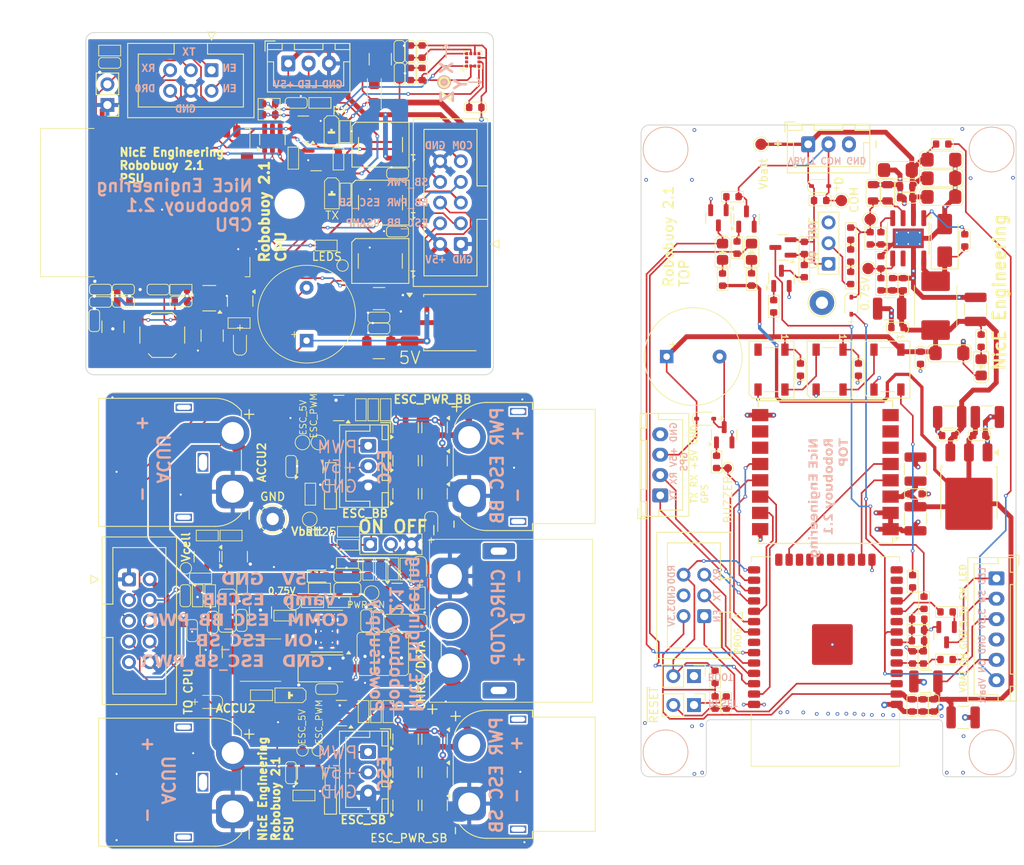
<source format=kicad_pcb>
(kicad_pcb (version 20241229) (generator "pcbnew") (generator_version "9.0")
  (layers (0 "F.Cu" signal) (4 "In1.Cu" power) (6 "In2.Cu" power) (2 "B.Cu" signal) (13 "F.Paste" user) (15 "B.Paste" user) (5 "F.SilkS" user "F.Silkscreen") (7 "B.SilkS" user "B.Silkscreen") (1 "F.Mask" user) (3 "B.Mask" user) (25 "Edge.Cuts" user))
  (net 0 "")
  (net 1 "Net-(D101-A)")
  (net 2 "GND")
  (net 3 "VSAMP")
  (net 4 "Vbatt")
  (net 5 "+5V")
  (net 6 "COMM")
  (net 7 "Net-(Q101-D)")
  (net 8 "Net-(Q102-G)")
  (net 9 "Net-(Q102-D)")
  (net 10 "Net-(Q103-D)")
  (net 11 "ESC_SB_PWR")
  (net 12 "Net-(Q104-D)")
  (net 13 "ESC_BB_PWR")
  (net 14 "Net-(Q105-G)")
  (net 15 "Net-(Q106-G)")
  (net 16 "Net-(Q101-G)")
  (net 17 "ESC_BB")
  (net 18 "Net-(U102-A)")
  (net 19 "ESC_SB")
  (net 20 "Net-(D101-K)")
  (net 22 "Net-(D104-K)")
  (net 23 "Net-(U101-BOOT)")
  (net 24 "Net-(D107-K)")
  (net 25 "Net-(J102-Pin_2)")
  (net 26 "Net-(J103-Pin_2)")
  (net 27 "Net-(D105-A)")
  (net 28 "Net-(D106-A)")
  (net 29 "Net-(D108-A)")
  (net 30 "Net-(J102-Pin_1)")
  (net 31 "Net-(J103-Pin_1)")
  (net 32 "Net-(D103-A)")
  (net 33 "Net-(R105-Pad2)")
  (net 34 "Net-(U103-A)")
  (net 35 "Net-(U101-FB)")
  (net 37 "Net-(U101-RT{slash}SYNC)")
  (net 39 "ON")
  (net 40 "Net-(J105-Pin_2)")
  (net 41 "Net-(J106-Pin_2)")
  (net 42 "Net-(Q119-G)")
  (net 43 "Net-(Q119-D)")
  (net 44 "+3.3V")
  (net 45 "EN")
  (net 46 "SWITCH")
  (net 47 "LEDS")
  (net 48 "TX")
  (net 49 "RX")
  (net 50 "DR0")
  (net 51 "BUZZER")
  (net 52 "Net-(U102-VDD)")
  (net 53 "Net-(U102-C1)")
  (net 54 "Net-(U101-SDA{slash}GPIO21)")
  (net 55 "Net-(D103-DOUT)")
  (net 56 "Net-(D102-DOUT)")
  (net 57 "Net-(U101-SCL{slash}GPIO22)")
  (net 61 "Net-(BZ101--)")
  (net 62 "Net-(D101-DIN)")
  (net 63 "Net-(D101-DOUT)")
  (net 78 "RX_SUB")
  (net 81 "TX_SUB")
  (net 82 "Net-(Q102-B)")
  (net 83 "Net-(Q117-B)")
  (net 85 "BUTTON")
  (net 86 "/CPU/VSAMP")
  (net 87 "Net-(D204-K)")
  (net 88 "Net-(D202-K)")
  (net 89 "Net-(U202-BOOT)")
  (net 90 "/CPU/RX_SUB")
  (net 91 "/CPU/TX_SUB")
  (net 92 "Net-(D205-A)")
  (net 93 "/CPU/TX_GPS")
  (net 94 "/CPU/RX_GPS")
  (net 95 "/PSU/COM")
  (net 97 "BUTTON_LIGHT")
  (net 98 "Net-(J102-Pin_6)")
  (net 99 "/CPU/RADIO_4")
  (net 101 "/CPU/RADIO_5")
  (net 102 "/CPU/RADIO_1")
  (net 103 "/CPU/RADIO_3")
  (net 104 "/CPU/RADIO_2")
  (net 110 "/CPU/ON")
  (net 111 "/CPU/RADIO_6")
  (net 113 "Net-(Q201-B)")
  (net 114 "Net-(Q203-D)")
  (net 115 "Net-(Q203-G)")
  (net 116 "Net-(Q204-G)")
  (net 117 "Net-(Q204-D)")
  (net 118 "Net-(R201-Pad1)")
  (net 119 "Net-(R201-Pad2)")
  (net 120 "Net-(R202-Pad2)")
  (net 121 "Net-(U202-RT{slash}SYNC)")
  (net 122 "Net-(U202-FB)")
  (net 124 "Net-(D102-DIN)")
  (footprint "A_Device:R_0603" (layer "F.Cu") (at 47.3964 152.5524 -90)
    (property "Reference" "R110" (hide yes))
    (property "Value" "1k")
  )
  (footprint "A_Device:R_0603" (layer "F.Cu") (at 62.3316 151.6634 180)
    (property "Reference" "R103" (hide yes))
    (property "Value" "10K")
  )
  (footprint "A_Device:C_0603" (layer "F.Cu") (at 52.7812 155.575 90)
    (property "Reference" "C119" (hide yes))
    (property "Value" "1n")
  )
  (footprint "A_Passive:LED_0805" (layer "F.Cu") (at 143.5087 124.5108 90)
    (property "Reference" "D205" (hide yes))
    (property "Value" "3.3V" (hide yes))
  )
  (footprint "A_Device:C_1206_(1.6)" (layer "F.Cu") (at 138.6319 103.5946)
    (property "Reference" "C201" (hide yes))
    (property "Value" "22uF/35V" (hide yes))
  )
  (footprint "Package_TO_SOT_SMD:SOT-23" (layer "F.Cu") (at 119.009 113.5888 90)
    (property "Reference" "Q203" (hide yes))
    (property "Value" "AO3400A" (hide yes))
  )
  (footprint "Package_TO_SOT_SMD:SOT-23" (layer "F.Cu") (at 61.9208 98.8173)
    (property "Reference" "Q117" (hide yes))
    (property "Value" "MMBT3904")
  )
  (footprint "A_Device:D_SOD-323_1.8x1.4x1.15" (layer "F.Cu") (at 48.895 165.5826 180)
    (property "Reference" "D104" (hide yes))
    (property "Value" "1N4148WS")
  )
  (footprint "A_Device:R_0603" (layer "F.Cu") (at 69.85 149.2758 90)
    (property "Reference" "R105" (hide yes))
    (property "Value" "100K")
  )
  (footprint "Capacitor_SMD:C_1210_3225Metric" (layer "F.Cu") (at 132.2819 117.3106 180)
    (property "Reference" "C216" (hide yes))
    (property "Value" "100u/10V" (hide yes))
  )
  (footprint "Connector_JST:JST_XH_B3B-XH-A_1x03_P2.50mm_Vertical" (layer "F.Cu") (at 122.2889 97.1296)
    (property "Reference" "J201" (hide yes))
    (property "Value" "CHRG/DATA" (hide yes))
  )
  (footprint "Capacitor_SMD:C_1210_3225Metric" (layer "F.Cu") (at 37.0016 119.5324 -90)
    (property "Reference" "C105" (hide yes))
    (property "Value" "100u/10V")
  )
  (footprint "A_Device:C_0603" (layer "F.Cu") (at 73.5014 88.5056 -90)
    (property "Reference" "C122" (hide yes))
    (property "Value" "10n")
  )
  (footprint "A_Device:R_0603" (layer "F.Cu") (at 51.4858 145.161 180)
    (property "Reference" "R104" (hide yes))
    (property "Value" "100K")
  )
  (footprint "A_Device:R_0603" (layer "F.Cu") (at 111.0475 136.1186 -90)
    (property "Reference" "R107" (hide yes))
    (property "Value" "100" (hide yes))
  )
  (footprint "A_Pads_Pins:Testpad_1.4" (layer "F.Cu") (at 68.7324 152.2222 180)
    (property "Reference" "TP102" (hide yes))
    (property "Value" "PWR_EN")
  )
  (footprint "A_Device:C_0603" (layer "F.Cu") (at 35.4776 114.9604 180)
    (property "Reference" "C102" (hide yes))
    (property "Value" "100n")
  )
  (footprint "A_Device:C_1206_(1.6)" (layer "F.Cu") (at 51.0286 154.3812 90)
    (property "Reference" "C113" (hide yes))
    (property "Value" "4.7uF/10V")
  )
  (footprint "Connector_IDC:IDC-Header_2x03_P2.54mm_Vertical" (layer "F.Cu") (at 49.092 88.0364 -90)
    (property "Reference" "J101" (hide yes))
    (property "Value" "Prog")
  )
  (footprint "A_Device:R_0603" (layer "F.Cu") (at 143.5087 121.2476 90)
    (property "Reference" "R219" (hide yes))
    (property "Value" "10K" (hide yes))
  )
  (footprint "Connector_JST:JST_XH_B6B-XH-A_1x06_P2.50mm_Vertical" (layer "F.Cu") (at 145.3883 150.4188 -90)
    (property "Reference" "J102" (hide yes))
    (property "Value" "Conn_01x06_Socket" (hide yes))
  )
  (footprint "Connector_IDC:IDC-Header_2x05_P2.54mm_Vertical" (layer "F.Cu") (at 79.6736 109.3724 180)
    (property "Reference" "J108" (hide yes))
    (property "Value" "TO PSU")
  )
  (footprint "A_Device:C_0603" (layer "F.Cu") (at 45.3346 116.4336)
    (property "Reference" "C112" (hide yes))
    (property "Value" "10n")
  )
  (footprint "Capacitor_SMD:C_1210_3225Metric" (layer "F.Cu") (at 136.7269 163.068 180)
    (property "Reference" "C102" (hide yes))
    (property "Value" "100u/10V" (hide yes))
  )
  (footprint "A_Device:R_0603" (layer "F.Cu") (at 121.8171 109.855 90)
    (property "Reference" "R212" (hide yes))
    (property "Value" "10K" (hide yes))
  )
  (footprint "A_Device:R_0603" (layer "F.Cu") (at 68.9356 129.7178 90)
    (property "Reference" "R120" (hide yes))
    (property "Value" "10K")
  )
  (footprint "Package_SO:SOIC-8-1EP_3.9x4.9mm_P1.27mm_EP2.41x3.81mm_ThermalVias" (layer "F.Cu") (at 134.5679 108.6746 -90)
    (property "Reference" "U202" (hide yes))
    (property "Value" "LMR16020PDDA" (hide yes))
  )
  (footprint "LED_SMD:LED_WS2812B_PLCC4_5.0x5.0mm_P3.2mm" (layer "F.Cu") (at 69.8184 104.2924 180)
    (property "Reference" "D102" (hide yes))
    (property "Value" "WS2812B")
  )
  (footprint "A_Device:R_0603" (layer "F.Cu") (at 64.7446 153.3398 180)
    (property "Reference" "R124" (hide yes))
    (property "Value" "47K")
  )
  (footprint "A_Device:R_0603" (layer "F.Cu") (at 118.0579 117.0178 -90)
    (property "Reference" "R210" (hide yes))
    (property "Value" "100" (hide yes))
  )
  (footprint "A_Device:C_0603" (layer "F.Cu") (at 38.2716 116.4844)
    (property "Reference" "C107" (hide yes))
    (property "Value" "100n")
  )
  (footprint "A_Device:R_0603" (layer "F.Cu") (at 135.7871 155.4226)
    (property "Reference" "R216" (hide yes))
    (property "Value" "1k" (hide yes))
  )
  (footprint "Package_TO_SOT_SMD:SOT-23" (layer "F.Cu") (at 76.454 135.9662 -90)
    (property "Reference" "Q106" (hide yes))
    (property "Value" "AO3401A")
  )
  (footprint "A_Device:C_0603" (layer "F.Cu") (at 136.0665 123.3424 -90)
    (property "Reference" "C109" (hide yes))
    (property "Value" "100n" (hide yes))
  )
  (footprint "A_Device:C_0603" (layer "F.Cu") (at 73.5014 85.7504 -90)
    (property "Reference" "C115" (hide yes))
    (property "Value" "10n")
  )
  (footprint "A_Device:R_0603" (layer "F.Cu") (at 63.6778 175.0314 90)
    (property "Reference" "R113" (hide yes))
    (property "Value" "4.7k")
  )
  (footprint "A_Device:C_1206_(1.6)" (layer "F.Cu") (at 72.8726 155.8798)
    (property "Reference" "C107" (hide yes))
    (property "Value" "22uF/35V")
  )
  (footprint "A_Passive:LED_0805" (layer "F.Cu") (at 63.8508 103.1494 -90)
    (property "Reference" "D108" (hide yes))
    (property "Value" "TX")
  )
  (footprint "A_Pads_Pins:Testpad_1" (layer "F.Cu") (at 45.9486 149.1742)
    (property "Reference" "TP103" (hide yes))
    (property "Value" "Vcell")
  )
  (footprint "Capacitor_SMD:C_1210_3225Metric" (layer "F.Cu") (at 69.617 122.0941 180)
    (property "Reference" "C117" (hide yes))
    (property "Value" "100u/10V")
  )
  (footprint "A_Pads_Pins:Testpad_1.4" (layer "F.Cu") (at 126.3637 104.0384 90)
    (property "Reference" "TP204" (hide yes))
    (property "Value" "COM")
  )
  (footprint "A_Device:R_0603" (layer "F.Cu") (at 61.4934 153.3398)
    (property "Reference" "R116" (hide yes))
    (property "Value" "8.2K")
  )
  (footprint "Diode_SMD:D_SMA" (layer "F.Cu") (at 63.2206 161.4678)
    (property "Reference" "D107" (hide yes))
    (property "Value" "SS54")
  )
  (footprint "Capacitor_SMD:C_1210_3225Metric" (layer "F.Cu") (at 69.793 86.6902 90)
    (property "Reference" "C114" (hide yes))
    (property "Value" "100u/10V")
  )
  (footprint "Package_TO_SOT_SMD:SOT-23" (layer "F.Cu") (at 72.898 170.1546 90)
    (property "Reference" "Q107" (hide yes))
    (property "Value" "AO3401A")
  )
  (footprint "LED_SMD:LED_WS2812B_PLCC4_5.0x5.0mm_P3.2mm" (layer "F.Cu") (at 69.7948 111.4552 180)
    (property "Reference" "D101" (hide yes))
    (property "Value" "WS2812B")
  )
  (footprint "A_Pads_Pins:Testpad_1.4" (layer "F.Cu") (at 129.8943 106.3378 90)
    (property "Reference" "TP201" (hide yes))
    (property "Value" "PWR_EN" (hide yes))
  )
  (footprint "A_Device:R_0603" (layer "F.Cu") (at 113.5621 109.8136 -90)
    (property "Reference" "R111" (hide yes))
    (property "Value" "10K" (hide yes))
  )
  (footprint "A_Device:R_0603" (layer "F.Cu") (at 69.2635 166.7662 90)
    (property "Reference" "R119" (hide yes))
    (property "Value" "10K")
  )
  (footprint "A_Device:R_0603" (layer "F.Cu") (at 63.7032 137.5664 90)
    (property "Reference" "R114" (hide yes))
    (property "Value" "4.7k")
  )
  (footprint "A_Device:C_0603" (layer "F.Cu") (at 72.1298 85.7504 90)
    (property "Reference" "C113" (hide yes))
    (property "Value" "100n")
  )
  (footprint "Package_TO_SOT_SMD:SOT-23-5" (layer "F.Cu") (at 61.2056 136.6838 90)
    (property "Reference" "U103" (hide yes))
    (property "Value" "SN74LV1T34DBV")
  )
  (footprint "A_Device:C_0603" (layer "F.Cu") (at 35.4776 116.4844 180)
    (property "Reference" "C104" (hide yes))
    (property "Value" "100n")
  )
  (footprint "A_Device:R_0603" (layer "F.Cu") (at 115.3401 113.7252 -90)
    (property "Reference" "R205" (hide yes))
    (property "Value" "10K" (hide yes))
  )
  (footprint "A_Device:C_0603" (layer "F.Cu") (at 69.617 118.3857 180)
    (property "Reference" "C120" (hide yes))
    (property "Value" "100n")
  )
  (footprint "A_Device:R_0603" (layer "F.Cu") (at 136.4221 160.1216 90)
    (property "Reference" "R103" (hide yes))
    (property "Value" "10K" (hide yes))
  )
  (footprint "Package_TO_SOT_SMD:SOT-23" (layer "F.Cu") (at 76.454 131.9022 -90)
    (property "Reference" "Q116" (hide yes))
    (property "Value" "AO3401A")
  )
  (footprint "A_Device:C_0603" (layer "F.Cu") (at 112.2413 165.6588 90)
    (property "Reference" "C101" (hide yes))
    (property "Value" "100n" (hide yes))
  )
  (footprint "Capacitor_SMD:C_1210_3225Metric" (layer "F.Cu") (at 69.6424 116.0743 180)
    (property "Reference" "C119" (hide yes))
    (property "Value" "100u/10V")
  )
  (footprint "Capacitor_SMD:C_1210_3225Metric" (layer "F.Cu") (at 139.6479 130.6068 180)
    (property "Reference" "C207" (hide yes))
    (property "Value" "100u/10V" (hide yes))
  )
  (footprint "A_Device:C_0603" (layer "F.Cu") (at 74.9238 88.507 -90)
    (property "Reference" "C123" (hide yes))
    (property "Value" "1n")
  )
  (footprint "A_Passive:LED_0805" (layer "F.Cu") (at 115.3401 110.3216 -90)
    (property "Reference" "D108" (hide yes))
    (property "Value" "TX" (hide yes))
  )
  (footprint "A_Device:C_0603" (layer "F.Cu") (at 69.5706 155.6258 90)
    (property "Reference" "C102" (hide yes))
    (property "Value" "100n")
  )
  (footprint "A_Connector:Header_1x03_P2.54_Male" (layer "F.Cu") (at 71.0946 146.2278)
    (property "Reference" "SW101" (hide yes))
    (property "Value" "On/Off")
  )
  (footprint "A_Device:C_0603" (layer "F.Cu") (at 141.5021 108.9286 90)
    (property "Reference" "C213" (hide yes))
    (property "Value" "100n" (hide yes))
  )
  (footprint "A_Pads_Pins:Testpad_1.4" (layer "F.Cu") (at 129.6403 112.383 90)
    (property "Reference" "TP203" (hide yes))
    (property "Value" "0.75V")
  )
  (footprint "A_Pads_Pins:Testpad_1" (layer "F.Cu") (at 60.2488 171.5262)
    (property "Reference" "TP107" (hide yes))
    (property "Value" "ESC_5V")
  )
  (footprint "A_Mechanical:NPTH_M3" (layer "F.Cu") (at 104.7889 171.7696 90)
    (property "Reference" "H403" (hide yes))
    (property "Value" "MountingHole" (hide yes))
  )
  (footprint "LED_SMD:LED_0603_1608Metric" (layer "F.Cu") (at 62.3316 150.1394)
    (property "Reference" "D103" (hide yes))
    (property "Value" "COM")
  )
  (footprint "A_Device:R_0603" (layer "F.Cu") (at 55.2196 164.7698 180)
    (property "Reference" "R123" (hide yes))
    (property "Value" "10K")
  )
  (footprint "A_Device:R_0603" (layer "F.Cu") (at 67.4116 129.7178 90)
    (property "Reference" "R118" (hide yes))
    (property "Value" "100K")
  )
  (footprint "A_Device:R_0603" (layer "F.Cu") (at 67.7395 166.7662 90)
    (property "Reference" "R117" (hide yes))
    (property "Value" "100K")
  )
  (footprint "Package_TO_SOT_SMD:SOT-23" (layer "F.Cu") (at 48.514 147.7518 -90)
    (property "Reference" "Q102" (hide yes))
    (property "Value" "AO3401A")
  )
  (footprint "A_Device:R_0603" (layer "F.Cu") (at 74.6506 152.8318 90)
    (property "Reference" "R132" (hide yes))
    (property "Value" "10K")
  )
  (footprint "A_Device:R_0603" (layer "F.Cu") (at 123.7561 104.0384)
    (property "Reference" "R129" (hide yes))
    (property "Value" "2K" (hide yes))
  )
  (footprint "A_Pads_Pins:Testpad_1" (layer "F.Cu") (at 62.1284 171.5262)
    (property "Reference" "TP104" (hide yes))
    (property "Value" "ESC_PWM")
  )
  (footprint "A_Device:R_0603" (layer "F.Cu") (at 58.0898 154.9908)
    (property "Reference" "R115" (hide yes))
    (property "Value" "47K")
  )
  (footprint "A_Device:C_0603" (layer "F.Cu") (at 63.2206 164.0078)
    (property "Reference" "C114" (hide yes))
    (property "Value" "100n")
  )
  (footprint "Package_TO_SOT_SMD:SOT-23" (layer "F.Cu") (at 76.454 140.0302 -90)
    (property "Reference" "Q110" (hide yes))
    (property "Value" "AO3401A")
  )
  (footprint "A_Device:R_0603" (layer "F.Cu") (at 135.7617 156.7688)
    (property "Reference" "R218" (hide yes))
    (property "Value" "1k" (hide yes))
  )
  (footprint "A_Device:R_0603" (layer "F.Cu") (at 136.4983 153.416 -90)
    (property "Reference" "R217" (hide yes))
    (property "Value" "6.2k" (hide yes))
  )
  (footprint "Package_TO_SOT_SMD:SOT-23" (layer "F.Cu") (at 72.898 178.2826 90)
    (property "Reference" "Q109" (hide yes))
    (property "Value" "AO3401A")
  )
  (footprint "Package_TO_SOT_SMD:TO-252-3_TabPin2" (layer "F.Cu") (at 78.4308 119.0207)
    (property "Reference" "U104" (hide yes))
    (property "Value" "LM1117DT-3.3")
  )
  (footprint "A_Device:C_1206_(1.6)" (layer "F.Cu") (at 70.110655 159.6898 -90)
    (property "Reference" "C101" (hide yes))
    (property "Value" "4.7uF/50V")
  )
  (footprint "A_Device:R_0603" (layer "F.Cu") (at 139.2669 160.3756)
    (property "Reference" "R105" (hide yes))
    (property "Value" "100" (hide yes))
  )
  (footprint "A_Device:C_0603" (layer "F.Cu") (at 38.2716 114.9604)
    (property "Reference" "C103" (hide yes))
    (property "Value" "100n")
  )
  (footprint "A_Device:C_0603" (layer "F.Cu") (at 45.8724 152.5524 -90)
    (property "Reference" "C106" (hide yes))
    (property "Value" "100n")
  )
  (footprint "A_Device:R_0603" (layer "F.Cu") (at 64.664 98.933 90)
    (property "Reference" "R109" (hide yes))
    (property "Value" "10K")
  )
  (footprint "LED_SMD:LED_WS2812B_PLCC4_5.0x5.0mm_P3.2mm" (layer "F.Cu") (at 124.9159 124.7902 -90)
    (property "Reference" "D103" (hide yes))
    (property "Value" "WS2812B" (hide yes))
  )
  (footprint "A_Device:R_0603" (layer "F.Cu") (at 62.3914 92.0496)
    (property "Reference" "R108" (hide yes))
    (property "Value" "100")
  )
  (footprint "A_Device:R_0603" (layer "F.Cu") (at 129.8943 108.6746 -90)
    (property "Reference" "R204" (hide yes))
    (property "Value" "47K" (hide yes))
  )
  (footprint "A_Device:R_0603" (layer "F.Cu") (at 121.8171 112.6998 90)
    (property "Reference" "R213" (hide yes))
    (property "Value" "100K" (hide yes))
  )
  (footprint "Package_SO:SOIC-8-1EP_3.9x4.9mm_P1.27mm_EP2.41x3.81mm_ThermalVias" (layer "F.Cu") (at 63.2206 156.8958 180)
    (property "Reference" "U101" (hide yes))
    (property "Value" "LMR16020PDDA")
  )
  (footprint "A_Device:R_0603" (layer "F.Cu") (at 135.1013 150.7744 90)
    (property "Reference" "R108" (hide yes))
    (property "Value" "100" (hide yes))
  )
  (footprint "Connector_PinHeader_2.54mm:PinHeader_1x02_P2.54mm_Vertical" (layer "F.Cu") (at 108.2789 162.4076 -90)
    (property "Reference" "SW101" (hide yes))
    (property "Value" "~{BOOT}/MODE" (hide yes))
  )
  (footprint "A_Connector:AMASS_XT60IPW-M_1x03_P5.50mm_Vertical" (layer "F.Cu") (at 78.3336 155.6258 -90)
    (property "Reference" "J101" (hide yes))
    (property "Value" "CHRG/DATA")
  )
  (footprint "A_Mechanical:NPTH_M3" (layer "F.Cu") (at 144.7889 171.7696 90)
    (property "Reference" "H404" (hide yes))
    (property "Value" "MountingHole" (hide yes))
  )
  (footprint "Capacitor_SMD:C_1210_3225Metric" (layer "F.Cu") (at 49.1682 120.6246 -90)
    (property "Reference" "C106" (hide yes))
    (property "Value" "100u/10V")
  )
  (footprint "A_Device:R_0603" (layer "F.Cu") (at 52.832 151.0538 -90)
    (property "Reference" "R101" (hide yes))
    (property "Value" "100")
  )
  (footprint "A_Device:C_0603" (layer "F.Cu") (at 71.9284 100.711 180)
    (property "Reference" "C110" (hide yes))
    (property "Value" "100n")
  )
  (footprint "A_Device:C_0603" (layer "F.Cu") (at 133.9583 114.3134 90)
    (property "Reference" "C215" (hide yes))
    (property "Value" "1n" (hide yes))
  )
  (footprint "Package_TO_SOT_SMD:SOT-23" (layer "F.Cu") (at 71.8566 152.5778)
    (property "Reference" "Q119" (hide yes))
    (property "Value" "AO3401A")
  )
  (footprint "Package_TO_SOT_SMD:TO-252-3_TabPin2" (layer "F.Cu") (at 142.0101 140.0048 -90)
    (property "Reference" "U201" (hide yes))
    (property "Value" "LM1117DT-3.3" (hide yes))
  )
  (footprint "A_Device:R_0603" (layer "F.Cu") (at 70.4596 129.7178 90)
    (property "Reference" "R122" (hide yes))
    (property "Value" "18K")
  )
  (footprint "A_Device:C_0603" (layer "F.Cu") (at 139.4701 132.8928 180)
    (property "Reference" "C208" (hide yes))
    (property "Value" "100n" (hide yes))
  )
  (footprint "A_Device:R_0603" (layer "F.Cu") (at 36.5952 85.6234 180)
    (property "Reference" "R101" (hide yes))
    (property "Value" "10K")
  )
  (footprint "A_Device:R_0603" (layer "F.Cu") (at 48.5648 145.161 180)
    (property "Reference" "R128" (hide yes))
    (property "Value" "10K")
  )
  (footprint "A_Device:C_1206_(1.6)" (layer "F.Cu") (at 138.6319 101.3086)
    (property "Reference" "C202" (hide yes))
    (property "Value" "22uF/35V" (hide yes))
  )
  (footprint "LED_SMD:LED_WS2812B_PLCC4_5.0x5.0mm_P3.2mm" (layer "F.Cu") (at 69.8184 97.1804 180)
    (property "Reference" "D103" (hide yes))
    (property "Value" "WS2812B")
  )
  (footprint "Package_TO_SOT_SMD:SOT-23" (layer "F.Cu") (at 111.9873 132.7912 90)
    (property "Reference" "Q102" (hide yes))
    (property "Value" "AO3400A" (hide yes))
  )
  (footprint "LED_SMD:LED_WS2812B_PLCC4_5.0x5.0mm_P3.2mm" (layer "F.Cu") (at 132.0119 124.7902 -90)
    (property "Reference" "D102" (hide yes))
    (property "Value" "WS2812B" (hide yes))
  )
  (footprint "A_Device:C_0603" (layer "F.Cu") (at 135.1013 160.1216 90)
    (property "Reference" "C110" (hide yes))
    (property "Value" "100n" (hide yes))
  )
  (footprint "Package_TO_SOT_SMD:SOT-23" (layer "F.Cu") (at 72.898 135.9662 90)
    (property "Reference" "Q112" (hide yes))
    (property "Value" "AO3401A")
  )
  (footprint "A_Device:R_0603" (layer "F.Cu") (at 127.5067 110.7948 90)
    (property "Reference" "R202" (hide yes))
    (property "Value" "100K" (hide yes))
  )
  (footprint "Connector_PinHeader_2.54mm:PinHeader_1x02_P2.54mm_Vertical" (layer "F.Cu") (at 108.2839 165.9636 -90)
    (property "Reference" "SW102" (hide yes))
    (property "Value" "~{RESET}")
  )
  (footprint "A_Module:Ai-Thinker-Ra-02-LoRa" (layer "F.Cu") (at 124.3989 137.3796 180)
    (property "Reference" "U301" (hide yes))
    (property "Value" "Ai-Thinker-Ra-02" (hide yes))
  )
  (footprint "A_Device:R_0603" (layer "F.Cu") (at 131.2151 114.3134 90)
    (property "Reference" "R214" (hide yes))
    (property "Value" "47K" (hide yes))
  )
  (footprint "A_Device:C_0603" (layer "F.Cu") (at 135.7617 158.0896)
    (property "Reference" "C220" (hide yes))
    (property "Value" "100n" (hide yes))
  )
  (footprint "A_Device:C_0805" (layer "F.Cu") (at 132.0279 103.0866 90)
    (property "Reference" "C211" (hide yes))
    (property "Value" "10u/25V" (hide yes))
  )
  (footprint "Package_TO_SOT_SMD:SOT-23" (layer "F.Cu") (at 76.454 170.1546 -90)
    (property "Reference" "Q111" (hide yes))
    (property "Value" "AO3401A")
  )
  (footprint "A_Device:D_SOD-323_1.8x1.4x1.15" (layer "F.Cu") (at 52.5736 121.4628 90)
    (property "Reference" "D104" (hide yes))
    (property "Value" "1N4148WS")
  )
  (footprint "Package_TO_SOT_SMD:SOT-23-5" (layer "F.Cu") (at 61.1886 174.2758 90)
    (property "Reference" "U102" (hide yes))
    (property "Value" "SN74LV1T34DBV")
  )
  (footprint "Package_TO_SOT_SMD:SOT-23" (layer "F.Cu") (at 65.024 166.9542 180)
    (property "Reference" "Q103" (hide yes))
    (property "Value" "AO3400A")
  )
  (footprint "Package_TO_SOT_SMD:SOT-23" (layer "F.Cu") (at 52.599 116.3805 -90)
    (property "Reference" "Q101" (hide yes))
    (property "Value" "AO3400A")
  )
  (footprint "A_Device:R_0603" (layer "F.Cu") (at 127.5067 113.538 90)
    (property "Reference" "R201" (hide yes))
    (property "Value" "100K" (hide yes))
  )
  (footprint "Connector_JST:JST_XH_B3B-XH-A_1x03_P2.50mm_Vertical" (layer "F.Cu") (at 58.5046 87.2066)
    (property "Reference" "J103" (hide yes))
    (property "Value" "ESC_BB")
  )
  (footprint "Package_TO_SOT_SMD:SOT-23-6" (layer "F.Cu") (at 48.8144 116.0272 180)
    (property "Reference" "U103" (hide yes))
    (property "Value" "USBLC6-4SC6")
  )
  (footprint "A_Device:C_1206_(1.6)" (layer "F.Cu") (at 139.6225 122.7836)
    (property "Reference" "C221" (hide yes))
    (property "Value" "4.7uF/10V" (hide yes))
  )
  (footprint "A_Device:R_0603" (layer "F.Cu") (at 56.155 93.4974 180)
    (property "Reference" "R103" (hide yes))
    (property "Value" "2.2k")
  )
  (footprint "A_Device:L_6.6x7.0mm" (layer "F.Cu") (at 137.9207 116.9416 -90)
    (property "Reference" "L201" (hide yes))
    (property "Value" "10uH" (hide yes))
  )
  (footprint "A_Device:R_0603" (layer "F.Cu") (at 65.8368 146.304 180)
    (property "Reference" "R129" (hide yes))
    (property "Value" "2K")
  )
  (footprint "A_Device:C_0603" (layer "F.Cu") (at 71.903 107.8484 180)
    (property "Reference" "C109" (hide yes))
    (property "Value" "100n")
  )
  (footprint "A_Passive:LED_0805" (layer "F.Cu") (at 58.7756 164.7698 180)
    (property "Reference" "D108" (hide yes))
    (property "Value" "3.3V")
  )
  (footprint "A_Pads_Pins:Testpad_1.4" (layer "F.Cu") (at 60.2488 133.731)
    (property "Reference" "TP108" (hide yes))
    (property "Value" "ESC_5V")
  )
  (footprint "A_Device:R_0603" (layer "F.Cu") (at 110.8697 162.5092 90)
    (property "Reference" "R101" (hide yes))
    (property "Value" "10K" (hide yes))
  )
  (footprint "LED_SMD:LED_0603_1608Metric" (layer "F.Cu") (at 63.6778 140.4112 90)
    (property "Reference" "D106" (hide yes))
    (property "Value" "PWR_ESC")
  )
  (footprint "A_Device:C_0603" (layer "F.Cu") (at 143.2801 132.8674)
    (property "Reference" "C209" (hide yes))
    (property "Value" "100n" (hide yes))
  )
  (footprint "A_Misc:Buzzer-12x6.5x5.2" (layer "F.Cu") (at 60.7524 117.983 90)
    (property "Reference" "BZ101" (hide yes))
    (property "Value" "Buzzer")
  )
  (footprint "A_Device:R_0603" (layer "F.Cu") (at 65.4768 95.5802 90)
    (property "Reference" "R110" (hide yes))
    (property "Value" "10K")
  )
  (footprint "A_Device:R_0603" (layer "F.Cu") (at 65.7606 148.5138 180)
    (property "Reference" "R107" (hide yes))
    (property "Value" "47K")
  )
  (footprint "Connector_JST:JST_XH_B3B-XH-A_1x03_P2.50mm_Vertical" (layer "F.Cu") (at 68.3006 171.7358 -90)
    (property "Reference" "J102" (hide yes))
    (property "Value" "ESC_SB")
  )
  (footprint "A_Device:C_0603" (layer "F.Cu") (at 46.7106 156.8316 -90)
    (property "Reference" "C116" (hide yes))
    (property "Value" "100n")
  )
  (footprint "A_Device:C_0603" (layer "F.Cu") (at 58.8264 174.2758 -90)
    (property "Reference" "C108" (hide yes))
    (property "Value" "100n")
  )
  (footprint "A_Device:R_0603" (layer "F.Cu") (at 113.0033 103.5652 180)
    (property "Reference" "R109" (hide yes))
    (property "Value" "10K" (hide yes))
  )
  (footprint "A_Device:R_0603" (layer "F.Cu") (at 65.5276 103.251 90)
    (property "Reference" "R107" (hide yes))
    (property "Value" "10K")
  )
  (footprint "A_Passive:LED_0805" (layer "F.Cu") (at 111.7841 110.3216 -90)
    (property "Reference" "D105" (hide yes))
    (property "Value" "RX" (hide yes))
  )
  (footprint "Capacitor_SMD:C_1210_3225Metric" (layer "F.Cu") (at 135.4569 143.1036 -90)
    (property "Reference" "C302" (hide yes))
    (property "Value" "100u/10V" (hide yes))
  )
  (footprint "LED_SMD:LED_WS2812B_PLCC4_5.0x5.0mm_P3.2mm" (layer "F.Cu") (at 117.7879 124.7902 -90)
    (property "Reference" "D104" (hide yes))
    (property "Value" "WS2812B" (hide yes))
  )
  (footprint "Package_TO_SOT_SMD:SOT-23" (layer "F.Cu") (at 51.9289 147.7518 90)
    (property "Reference" "Q101" (hide yes))
    (property "Value" "AO3400A")
  )
  (footprint "A_Device:R_0603" (layer "F.Cu") (at 48.9204 152.5524 -90)
    (property "Reference" "R108" (hide yes))
    (property "Value" "1k")
  )
  (footprint "A_Device:R_0603" (layer "F.Cu") (at 138.7335 97.1042)
    (property "Reference" "R106" (hide yes))
    (property "Value" "100K" (hide yes))
  )
  (footprint "A_Device:L_6.6x7.0mm" (layer "F.Cu") (at 55.0926 160.4518 180)
    (property "Reference" "L101" (hide yes))
    (property "Value" "10uH")
  )
  (footprint "A_Device:C_0603" (layer "F.Cu") (at 72.1552 88.519 90)
    (property "Reference" "C121" (hide yes))
    (property "Value" "100n")
  )
  (footprint "A_Device:C_0603" (layer "F.Cu") (at 134.3139 103.7082 180)
    (property "Reference" "C206" (hide yes))
    (property "Value" "10n" (hide yes))
  )
  (footprint "A_Device:D_SOD-323_1.8x1.4x1.15" (layer "F.Cu") (at 123.7561 102.2604)
    (property "Reference" "D109" (hide yes))
    (property "Value" "1N4148WS" (hide yes))
  )
  (footprint "A_Passive:LED_0805" (layer "F.Cu") (at 63.8004 95.5294 -90)
    (property "Reference" "D105" (hide yes))
    (property "Value" "RX")
  )
  (footprint "A_Pads_Pins:Testpad_1" (layer "F.Cu") (at 112.4445 136.8806 -90)
    (property "Reference" "TP101" (hide yes))
    (property "Value" "BUZZER")
  )
  (footprint "A_Device:R_0603" (layer "F.Cu") (at 68.3006 149.2758 90)
    (property "Reference" "R106" (hide yes))
    (property "Value" "100K")
  )
  (footprint "Package_TO_SOT_SMD:SOT-23" (layer "F.Cu") (at 64.6938 129.5033 180)
    (property "Reference" "Q104" (hide yes))
    (property "Value" "AO3400A")
  )
  (footprint "Package_TO_SOT_SMD:SOT-23" (layer "F.Cu") (at 72.898 140.0302 90)
    (property "Reference" "Q108" (hide yes))
    (property "Value" "AO3401A")
  )
  (footprint "A_Device:R_0603" (layer "F.Cu") (at 70.7875 166.7662 90)
    (property "Reference" "R121" (hide yes))
    (property "Value" "18K")
  )
  (footprint "A_Device:C_0603" (layer "F.Cu") (at 133.2471 119.634 180)
    (property "Reference" "C219" (hide yes))
    (property "Value" "100n" (hide yes))
  )
  (footprint "A_Device:C_0603" (layer "F.Cu") (at 137.6921 166.0144 -90)
    (property "Reference" "C106" (hide yes))
    (property "Value" "100n" (hide yes))
  )
  (footprint "A_Device:R_0603" (layer "F.Cu") (at 131.2151 108.6746 -90)
    (property "Reference" "R206" (hide yes))
    (property "Value" "47K" (hide yes))
  )
  (footprint "A_Device:C_0603" (layer "F.Cu") (at 132.6375 114.3134 90)
    (property "Reference" "C218" (hide yes))
    (property "Value" "100n" (hide yes))
  )
  (footprint "A_Device:C_0603" (layer "F.Cu") (at 81.4516 92.6084)
    (property "Reference" "C116" (hide yes))
    (property "Value" "100n")
  )
  (footprint "A_Mechanical:NPTH_M3" (layer "F.Cu") (at 104.7889 97.7696 90)
    (property "Reference" "H402" (hide yes))
    (property "Value" "MountingHole" (hide yes))
  )
  (footprint "A_Device:C_0603" (layer "F.Cu") (at 135.0505 166.0144 -90)
    (property "Reference" "C104" (hide yes))
    (property "Value" "100n" (hide yes))
  )
  (footprint "TestPoint:TestPoint_Loop_D2.54mm_Drill1.5mm_Beaded" (layer "F.Cu") (at 123.9761 116.586 90)
    (property "Reference" "TP205" (hide yes))
    (property "Value" "GND" (hide yes))
  )
  (footprint "Diode_SMD:D_SMA" (layer "F.Cu") (at 139.0383 108.9286 90)
    (property "Reference" "D204" (hide yes))
    (property "Value" "SS54" (hide yes))
  )
  (footprint "Capacitor_SMD:C_1210_3225Metric" (layer "F.Cu") (at 55.0926 154.6098 90)
    (property "Reference" "C111" (hide yes))
    (property "Value" "100u/10V")
  )
  (footprint "A_Device:R_0603" (layer "F.Cu") (at 110.8697 165.6588 -90)
    (property "Reference" "R102" (hide yes))
    (property "Value" "10K" (hide yes))
  )
  (footprint "A_Device:D_SOD-323_1.8x1.4x1.15" (layer "F.Cu") (at 74.6506 149.2758 -90)
    (property "Reference" "D101" (hide yes))
    (property "Value" "1N4148WS")
  )
  (footprint "A_Device:C_1206_(1.6)" (layer "F.Cu") (at 72.2122 159.6898 -90)
    (property "Reference" "C110" (hide yes))
    (property "Value" "22uF/35V")
  )
  (footprint "A_Pads_Pins:Testpad_1.4" (layer "F.Cu") (at 116.5085 97.1296 180)
    (property "Reference" "TP202" (hide yes))
    (property "Value" "Vbatt")
  )
  (footprint "Package_TO_SOT_SMD:SOT-23" (layer "F.Cu") (at 119.2009 109.7929 180)
    (property "Reference" "Q204" (hide yes))
    (property "Value" "AO3401A" (hide yes))
  )
  (footprint "Package_TO_SOT_SMD:SOT-23" (layer "F.Cu") (at 60.346 95.2246 180)
    (property "Reference" "Q102" (hide yes))
    (property "Value" "MMBT3904")
  )
  (footprint "Package_TO_SOT_SMD:SOT-23" (layer "F.Cu") (at 111.2761 106.156 -90)
    (property "Reference" "Q201" (hide yes))
    (property "Value" "MMBT3904" (hide yes))
  )
  (footprint "A_Device:D_SOD-323_1.8x1.4x1.15" (layer "F.Cu") (at 127.5829 116.9416 -90)
    (property "Reference" "D202" (hide yes))
    (property "Value" "1N4148WS" (hide yes))
  )
  (footprint "A_Connector:Header_1x03_P2.54_Male" (layer "F.Cu") (at 124.7889 109.2696 90)
    (property "Reference" "SW201" (hide yes))
    (property "Value" "On/Off" (hide yes))
  )
  (footprint "A_Device:C_0603" (layer "F.Cu") (at 34.7156 118.7704 90)
    (property "Reference" "C108" (hide yes))
    (property "Value" "100n")
  )
  (footprint "A_Device:C_0805" (layer "F.Cu") (at 130.2499 103.0866 90)
    (property "Reference" "C210" (hide yes))
    (property "Value" "10u/25V" (hide yes))
  )
  (footprint "A_Device:R_0603" (layer "F.Cu") (at 59.1268 98.8314 -90)
    (property "Reference" "R111" (hide yes))
    (property "Value" "10K")
  )
  (footprint "A_Connector:AMASS_XT60PW-F_1x02_P7.20mm_Horizontal" (layer "F.Cu") (at 80.7006 178.0658 -90)
    (property "Reference" "J105" (hide yes))
    (property "Value" "ESC_PWR_SB")
  )
  (footprint "A_Device:R_0603" (layer "F.Cu") (at 111.7841 113.7412 -90)
    (property "Reference" "R110" (hide yes))
    (property "Value" "10K" (hide yes))
  )
  (footprint "A_Device:C_0805" (layer "F.Cu") (at 65.7606 150.0378 180)
    (property "Reference" "C104" (hide yes))
    (property "Value" "10u/25V")
  )
  (footprint "A_Device:C_0603" (layer "F.Cu") (at 49.2252 155.8036 90)
    (property "Reference" "C112" (hide yes))
    (property "Value" "100n")
  )
  (footprint "A_Device:R_0603" (layer "F.Cu") (at 60.4266 177.0698 180)
    (property "Reference" "R112" (hide yes))
    (property "Value" "100")
  )
  (footprint "A_Device:D_SOD-323_1.8x1.4x1.15" (layer "F.Cu") (at 109.6505 130.81)
    (property "Reference" "D101" (hide yes))
    (property "Value" "1N4148WS" (hide yes))
  )
  (footprint "A_Module:ESP32-WROOM-32" (layer "F.Cu") (at 40.9386 104.2924)
    (property "Reference" "U101" (hide yes))
    (property "Value" "ESP32-WROOM-32E_(visible_peripherals)")
  )
  (footprint "A_Device:R_0603" (layer "F.Cu") (at 52.472 119.0752 180)
    (property "Reference" "R102" (hide yes))
    (property "Value" "100")
  )
  (footprint "A_Device:C_0805" (layer "F.Cu") (at 65.7606 151.8158 180)
    (property "Reference" "C105" (hide yes))
    (property "Value" "10u/25V")
  )
  (footprint "Package_TO_SOT_SMD:SOT-23-6" (layer "F.Cu") (at 56.5614 96.393 90)
    (property "Reference" "U105" (hide yes))
    (property "Value" "USBLC6-4SC6")
  )
  (footprint "A_Device:C_0603" (layer "F.Cu") (at 134.3139 102.3246 180)
    (property "Reference" "C205" (hide yes))
    (property "Value" "100n" (hide yes))
  )
  (footprint "Capacitor_SMD:C_1210_3225Metric" (layer "F.Cu") (at 144.2707 130.6068)
    (property "Reference" "C212" (hide yes))
    (property "Value" "100u/10V" (hide yes))
  )
  (footprint "LED_SMD:LED_0603_1608Metric" (layer "F.Cu") (at 63.6778 177.8762 90)
    (property "Reference" "D105" (hide yes))
    (property "Value" "PWR_ESC")
  )
  (footprint "MountingHole:MountingHole_3.2mm_M3" (layer "F.Cu") (at 58.6696 104.4194)
    (property "Reference" "H101" (hide yes))
    (property "Value" "MountingHole")
  )
  (footprint "A_Device:R_0603" (layer "F.Cu") (at 127.5067 108.1024 -90)
    (property "Reference" "R203" (hide yes))
    (property "Value" "100K" (hide yes))
  )
  (footprint "A_Device:C_0603" (layer "F.Cu") (at 42.5406 114.9604)
    (property "Reference" "C125" (hide yes))
    (property "Value" "1n")
  )
  (footprint "Capacitor_SMD:C_1210_3225Metric" (layer "F.Cu") (at 142.8229 117.3988 90)
    (property "Reference" "C217" (hide yes))
    (property "Value" "100u/10V" (hide yes))
  )
  (footprint "A_Device:R_0603" (layer "F.Cu") (at 139.2669 154.5336)
    (property "Reference" "R104" (hide yes))
    (property "Value" "100" (hide yes))
  )
  (footprint "A_Device:R_0603" (layer "F.Cu") (at 131.2151 111.621 90)
    (property "Reference" "R215" (hide yes))
    (property "Value" "8.2K" (hide yes))
  )
  (footprint "A_Pads_Pins:Testpad_1.4" (layer "F.Cu") (at 59.182 153.3652 180)
    (property "Reference" "TP106" (hide yes))
    (property "Value" "0.75V")
  )
  (footprint "Package_TO_SOT_SMD:SOT-23" (layer "F.Cu") (at 76.454 174.2186 -90)
    (property "Reference" "Q113" (hide yes))
    (property "Value" "AO3401A")
  )
  (footprint "A_Device:C_0603" (layer "F.Cu") (at 128.4559 124.7902 -90)
    (property "Reference" "C107" (hide yes))
    (property "Value" "100n" (hide yes))
  )
  (footprint "A_Device:C_0603" (layer "F.Cu") (at 58.8518 136.6838 -90)
    (property "Reference" "C109" (hide yes))
    (property "Value" "100n")
  )
  (footprint "A_Connector:AMASS_XT60IPW-M_1x03_P7.20mm_Horizontal" (layer "F.Cu") (at 51.6921 179.0378 90)
    (property "Reference" "J104" (hide yes))
    (property "Value" "ACCU2")
  )
  (footprint "A_Device:C_0603" (layer "F.Cu") (at 68.0466 155.6258 90)
    (property "Reference" "C103" (hide yes))
    (property "Value" "10n")
  )
  (footprint "A_Device:C_0603" (layer "F.Cu") (at 135.4569 140.0556)
    (property "Reference" "C303" (hide yes))
    (property "Value" "100n" (hide yes))
  )
  (footprint "A_Device:R_0603" (layer "F.Cu") (at 65.8876 144.7038 180)
    (property "Reference" "R125")
    (property "Value" "1k")
  )
  (footprint "A_Device:R_0603" (layer "F.Cu") (at 72.8726 149.2758 -90)
    (property "Reference" "R102" (hide yes))
    (property "Value" "100K")
  )
  (footprint "A_Connector:AMASS_XT60IPW-M_1x03_P7.20mm_Horizontal" (layer "F.Cu") (at 51.6921 139.7758 90)
    (property "Reference" "J107" (hide yes))
    (property "Value" "ACCU2")
  )
  (footprint "A_Device:C_1206_(1.6)" (layer "F.Cu") (at 133.2979 100.2926 180)
    (property "Reference" "C204" (hide yes))
    (property "Value" "4.7uF/50V" (hide yes))
  )
  (footprint "A_Device:D_SOD-323_1.8x1.4x1.15" (layer "F.Cu") (at 76.0476 143.764 -90)
    (property "Reference" "D109" (hide yes))
    (property "Value" "1N4148WS")
  )
  (footprint "A_Device:C_0603" (layer "F.Cu") (at 121.3439 124.7902 -90)
    (property "Reference" "C108" (hide yes))
    (property "Value" "100n" (hide yes))
  )
  (footprint "Connector_JST:JST_XH_B3B-XH-A_1x03_P2.50mm_Vertical" (layer "F.Cu") (at 68.3176 134.1438 -90)
    (property "Reference" "J103" (hide yes))
    (property "Value" "ESC_BB")
  )
  (footprint "A_Device:R_0603" (layer "F.Cu") (at 47.752 150.4188 180)
    (property "Reference" "R109" (hide yes))
    (property "Value" "6.2k")
  )
  (footprint "A_Device:C_0603" (layer "F.Cu") (at 136.3713 166.0144 -90)
    (property "Reference" "C105" (hide yes))
    (property "Value" "100n" (hide yes))
  )
  (footprint "TestPoint:TestPoint_Loop_D2.54mm_Drill1.5mm_Beaded" (layer "F.Cu") (at 56.5912 143.129)
    (property "Reference" "TP101" (hide yes))
    (property "Value" "GND")
  )
  (footprint "A_Device:C_0603" (layer "F.Cu") (at 74.9238 85.7504 -90)
    (property "Reference" "C124" (hide yes))
    (property "Value" "1n")
  )
  (footprint "A_Misc:Buzzer-12x6.5x5.2" (layer "F.Cu") (at 108.1773 123.19)
    (property "Reference" "BZ101" (hide yes))
    (property "Value" "Buzzer" (hide yes))
  )
  (footprint "A_Device:R_0603" (layer "F.Cu") (at 45.3346 114.9858 180)
    (property "Reference" "R105" (hide yes))
    (property "Value" "10K")
  )
  (footprint "A_Device:C_0603" (layer "F.Cu") (at 69.617 119.7319 180)
    (property "Reference" "C118" (hide yes))
    (property "Value" "100n")
  )
  (footprint "Connector_PinHeader_2.54mm:PinHeader_1x02_P2.54mm_Vertical" (layer "F.Cu") (at 36.3158 92.3086 180)
    (property "Reference" "SW101" (hide yes))
    (property "Value" "~{RESET}")
  )
  (footprint "Capacitor_SMD:C_1210_3225Metric" (layer "F.Cu") (at 135.4569 137.0076 90)
    (property "Reference" "C301" (hide yes))
    (property "Value" "100u/10V" (hide yes))
  )
  (footprint "A_Pads_Pins:Testpad_1.4" (layer "F.Cu") (at 62.2046 133.731)
    (property "Reference" "TP105" (hide yes))
    (property "Value" "ESC_PWM")
  )
  (footprint "A_Module:ESP32-WROOM-32" (layer "F.Cu") (at 124.3989 160.6296 90)
    (property "Reference" "U101" (hide yes))
    (property "Value" "ESP32-WROOM-32E_(visible_peripherals)" (hide yes))
  )
  (footprint "Connector_IDC:IDC-Header_2x03_P2.54mm_Vertical" (layer "F.Cu") (at 109.5394 155.0466 180)
    (property "Reference" "J101" (hide yes))
    (property "Value" "Prog" (hide yes))
  )
  (footprint "Connector_IDC:IDC-Header_2x05_P2.54mm_Vertical" (layer "F.Cu") (at 38.9636 150.5458)
    (property "Reference" "J108" (hide yes))
    (property "Value" "TO CPU")
  )
  (footprint "Package_TO_SOT_SMD:SOT-23" (layer "F.Cu") (at 114.7164 106.3084 90)
    (property "Reference" "Q117" (hide yes))
    (property "Value" "MMBT3904" (hide yes))
  )
  (footprint "Package_TO_SOT_SMD:SOT-23" (layer "F.Cu") (at 72.898 131.9022 90)
    (property "Reference" "Q114" (hide yes))
    (property "Value" "AO3401A")
  )
  (footprint "Package_LGA:LGA-12_2x2mm_P0.5mm" (layer "F.Cu") (at 81.1468 86.7664 90)
    (property "Reference" "U102" (hide yes))
    (property "Value" "LSM303AGRTR")
  )
  (footprint "A_Device:R_0603" (layer "F.Cu") (at 61.214 140.081 -90)
    (property "Reference" "R111" (hide yes))
    (property "Value" "100")
  )
  (footprint "A_Device:C_0603" (layer "F.Cu") (at 36.5952 87.1474 180)
    (property "Reference" "C101" (hide yes))
    (property "Value" "100n")
  )
  (footprint "A_Pads_Pins:Testpad_1" (layer "F.Cu") (at 65.1702 112.014)
    (property "Reference" "TP101" (hide yes))
    (property "Value" "LEDS")
  )
  (footprint "A_Connector:AMASS_XT60PW-F_1x02_P7.20mm_Horizontal" (layer "F.Cu") (at 80.7006 140.2838 -90)
    (property "Reference" "J106" (hide yes))
    (property "Value" "ESC_PWR_BB")
  )
  (footprint "Button_Switch_SMD:SW_SPST_TL3342" (layer "F.Cu") (at 43.0468 120.5484 180)
    (property "Reference" "SW102" (hide yes))
    (property "Value" "MODE")
  )
  (footprint "A_Device:R_0603" (layer "F.Cu") (at 56.155 92.1512 180)
    (property "Reference" "R104" (hide yes))
    (property "Value" "2.2k")
  )
  (footprint "Capacitor_SMD:C_1210_3225Metric" (layer "F.Cu") (at 49.0474 159.4612 90)
    (property "Reference" "C117" (hide yes))
    (property "Value" "100u/10V")
  )
  (footprint "A_Device:C_1206_(1.6)" (layer "F.Cu") (at 138.6319 99.0226)
    (property "Reference" "C203" (hide yes))
    (property "Value" "22uF/35V" (hide yes))
  )
  (footprint "Package_TO_SOT_SMD:SOT-23" (layer "F.Cu") (at 72.898 174.2186 90)
    (property "Reference" "Q105" (hide yes))
    (property "Value" "AO3401A")
  )
  (footprint "A_Mechanical:NPTH_M3" (layer "F.Cu") (at 144.7889 97.7696 90)
    (property "Reference" "H401" (hide yes))
    (property "Value" "MountingHole" (hide yes))
  )
  (footprint "A_Pads_Pins:Testpad_1.4" (layer "F.Cu") (at 61.1378 143.1798)
    (property "Reference" "TP109" (hide yes))
    (property "Value" "Vbatt")
  )
  (footprint "Package_TO_SOT_SMD:SOT-23" (layer "F.Cu") (at 139.2669 157.3276 -90)
    (property "Reference" "Q101" (hide yes))
    (property "Value" "AO3400A" (hide yes))
  )
  (footprint "A_Device:L_0805_(1.2)" (layer "F.Cu") (at 69.0564 90.9066 90)
    (property "Reference" "FB101" (hide yes))
    (property "Value" "0.3E 240E@100MHz")
  )
  (footprint "A_Device:R_0603" (layer "F.Cu") (at 63.152 109.5502 180)
    (property "Reference" "R106" (hide yes))
    (property "Value" "100")
  )
  (footprint "Capacitor_SMD:C_1210_3225Metric" (layer "F.Cu") (at 141.2989 167.4876)
    (property "Reference" "C103" (hide yes))
    (property "Value" "100u/10V" (hide yes))
  )
  (footprint "A_Device:R_0603" (layer "F.Cu") (at 71.374 149.2504 -90)
    (property "Reference" "R126" (hide yes))
    (property "Value" "100K")
  )
  (footprint "A_Device:C_1206_(1.6)" (layer "F.Cu") (at 67.9958 159.6898 -90)
    (property "Reference" "C115" (hide yes))
    (property "Value" "22uF/35V")
  )
  (footprint "Connector_JST:JST_XH_B4B-XH-A_1x04_P2.50mm_Vertical" (layer "F.Cu") (at 104.1387 140.2334 90)
    (property "Reference" "J103" (hide yes))
    (property "Value" "GPS" (hide yes))
  )
  (footprint "Package_TO_SOT_SMD:SOT-23" (layer "F.Cu") (at 76.454 178.2826 -90)
    (property "Reference" "Q115" (hide yes))
    (property "Value" "AO3401A")
  )
  (footprint "A_Device:C_0603" (layer "F.Cu") (at 59.4824 92.0496)
    (property "Reference" "C111" (hide yes))
    (property "Value" "100n")
  )
  (gr_line (start 82.1932 89.5096) (end 81.6852 89.0016) (stroke (width 0.15)) (layer "F.SilkS"))
  (gr_circle (center 77.6212 89.5096) (end 77.6212 89.3096) (stroke (width 0.5)) (fill no) (layer "F.SilkS"))
  (gr_line (start 82.1932 89.5096) (end 81.6852 90.0176) (stroke (width 0.15)) (layer "F.SilkS"))
  (gr_line (start 77.8752 84.8868) (end 78.3832 85.3948) (stroke (width 0.15)) (layer "F.SilkS"))
  (gr_line (start 80.6692 89.5096) (end 82.1932 89.5096) (stroke (width 0.15)) (layer "F.SilkS"))
  (gr_line (start 77.8752 84.8868) (end 77.3672 85.3948) (stroke (width 0.15)) (layer "F.SilkS"))
  (gr_line (start 77.8752 86.4616) (end 77.8752 84.9376) (stroke (width 0.15)) (layer "F.SilkS"))
  (gr_circle (center 77.6212 89.5096) (end 77.3672 89.5096) (stroke (width 0.4)) (fill no) (layer "B.SilkS"))
  (gr_line (start 82.1932 89.5096) (end 81.6852 89.0016) (stroke (width 0.15)) (layer "B.SilkS"))
  (gr_line (start 77.8752 86.4616) (end 77.8752 84.9376) (stroke (width 0.15)) (layer "B.SilkS"))
  (gr_line (start 77.8752 84.8868) (end 77.3672 85.3948) (stroke (width 0.15)) (layer "B.SilkS"))
  (gr_line (start 80.6692 89.5096) (end 82.1932 89.5096) (stroke (width 0.15)) (layer "B.SilkS"))
  (gr_line (start 82.1932 89.5096) (end 81.6852 90.0176) (stroke (width 0.15)) (layer "B.SilkS"))
  (gr_circle (center 77.6212 89.5096) (end 78.1292 90.116853) (stroke (width 0.15)) (fill no) (layer "B.SilkS"))
  (gr_line (start 77.8752 84.8868) (end 78.3832 85.3948) (stroke (width 0.15)) (layer "B.SilkS"))
  (gr_line (start 36.0936 182.6258) (end 36.0936 128.6258) (stroke (width 0.1)) (layer "Edge.Cuts"))
  (gr_arc (start 139.2889 174.7696) (mid 138.935347 174.623153) (end 138.7889 174.2696) (stroke (width 0.1)) (layer "Edge.Cuts"))
  (gr_arc (start 33.6696 84.4194) (mid 33.962493 83.712293) (end 34.6696 83.4194) (stroke (width 0.1)) (layer "Edge.Cuts"))
  (gr_arc (start 146.7889 94.7696) (mid 147.496007 95.062493) (end 147.7889 95.7696) (stroke (width 0.1)) (layer "Edge.Cuts"))
  (gr_line (start 147.7889 95.7696) (end 147.7889 173.7696) (stroke (width 0.1)) (layer "Edge.Cuts"))
  (gr_line (start 82.6696 83.4194) (end 34.6696 83.4194) (stroke (width 0.1)) (layer "Edge.Cuts"))
  (gr_arc (start 147.7889 173.7696) (mid 147.496007 174.476707) (end 146.7889 174.7696) (stroke (width 0.1)) (layer "Edge.Cuts"))
  (gr_line (start 146.7889 174.7696) (end 139.2889 174.7696) (stroke (width 0.1)) (layer "Edge.Cuts"))
  (gr_arc (start 138.2889 167.7696) (mid 138.642453 167.916047) (end 138.7889 168.2696) (stroke (width 0.1)) (layer "Edge.Cuts"))
  (gr_arc (start 101.7889 95.7696) (mid 102.081793 95.062493) (end 102.7889 94.7696) (stroke (width 0.1)) (layer "Edge.Cuts"))
  (gr_arc (start 34.6696 125.4194) (mid 33.962493 125.126507) (end 33.6696 124.4194) (stroke (width 0.1)) (layer "Edge.Cuts"))
  (gr_line (start 34.6696 125.4194) (end 82.6696 125.4194) (stroke (width 0.1)) (layer "Edge.Cuts"))
  (gr_arc (start 87.5936 127.6258) (mid 88.300707 127.918693) (end 88.5936 128.6258) (stroke (width 0.1)) (layer "Edge.Cuts"))
  (gr_line (start 88.5936 128.6258) (end 88.5936 182.6258) (stroke (width 0.1)) (layer "Edge.Cuts"))
  (gr_arc (start 36.0936 128.6258) (mid 36.386493 127.918693) (end 37.0936 127.6258) (stroke (width 0.1)) (layer "Edge.Cuts"))
  (gr_line (start 87.5936 183.6258) (end 37.0936 183.6258) (stroke (width 0.1)) (layer "Edge.Cuts"))
  (gr_arc (start 83.6696 124.4194) (mid 83.376707 125.126507) (end 82.6696 125.4194) (stroke (width 0.1)) (layer "Edge.Cuts"))
  (gr_arc (start 109.7889 174.2696) (mid 109.642453 174.623153) (end 109.2889 174.7696) (stroke (width 0.1)) (layer "Edge.Cuts"))
  (gr_arc (start 82.6696 83.4194) (mid 83.376707 83.712293) (end 83.6696 84.4194) (stroke (width 0.1)) (layer "Edge.Cuts"))
  (gr_line (start 33.6696 84.4194) (end 33.6696 124.4194) (stroke (width 0.1)) (layer "Edge.Cuts"))
  (gr_line (start 101.7889 173.7696) (end 101.7889 95.7696) (stroke (width 0.1)) (layer "Edge.Cuts"))
  (gr_arc (start 102.7889 174.7696) (mid 102.081793 174.476707) (end 101.7889 173.7696) (stroke (width 0.1)) (layer "Edge.Cuts"))
  (gr_line (start 109.2889 174.7696) (end 102.7889 174.7696) (stroke (width 0.1)) (layer "Edge.Cuts"))
  (gr_arc (start 88.5936 182.6258) (mid 88.300707 183.332907) (end 87.5936 183.6258) (stroke (width 0.1)) (layer "Edge.Cuts"))
  (gr_line (start 138.7889 174.2696) (end 138.7889 168.2696) (stroke (width 0.1)) (layer "Edge.Cuts"))
  (gr_arc (start 109.7889 168.2696) (mid 109.935347 167.916047) (end 110.2889 167.7696) (stroke (width 0.1)) (layer "Edge.Cuts"))
  (gr_arc (start 37.0936 183.6258) (mid 36.386493 183.332907) (end 36.0936 182.6258) (stroke (width 0.1)) (layer "Edge.Cuts"))
  (gr_line (start 102.7889 94.7696) (end 146.7889 94.7696) (stroke (width 0.1)) (layer "Edge.Cuts"))
  (gr_line (start 138.2889 167.767046) (end 110.2889 167.7696) (stroke (width 0.1)) (layer "Edge.Cuts"))
  (gr_line (start 37.0936 127.6258) (end 87.5936 127.6258) (stroke (width 0.1)) (layer "Edge.Cuts"))
  (gr_line (start 83.6696 124.4194) (end 83.6696 84.4194) (stroke (width 0.1)) (layer "Edge.Cuts"))
  (gr_line (start 109.7889 168.2696) (end 109.7889 174.2696) (stroke (width 0.1)) (layer "Edge.Cuts"))
  (gr_text "TX RX +5V GND\nGPS" (at 110.0569 141.3256 90) (layer "F.SilkS") (effects (font (size 0.8 0.8) (thickness 0.15) (bold yes)) (justify left bottom)))
  (gr_text "3.3V" (at 141.8069 156.4132 90) (layer "F.SilkS") (effects (font (size 0.8 0.8) (thickness 0.15) (bold yes)) (justify left bottom)))
  (gr_text "RX" (at 63.8004 93.6294 0) (layer "F.SilkS") (effects (font (size 1 1) (thickness 0.12)) (justify left bottom)))
  (gr_text "SW" (at 141.7561 153.2128 90) (layer "F.SilkS") (effects (font (size 0.8 0.8) (thickness 0.15) (bold yes)) (justify left bottom)))
  (gr_text "NicE Engineering\nRobobuoy 2.1\nPSU" (at 37.6696 101.9194 0) (layer "F.SilkS") (effects (font (size 1 1) (thickness 0.25) (bold yes)) (justify left bottom)))
  (gr_text "Y" (at 79.65 89.7636 90) (layer "F.SilkS") (effects (font (size 1.5 1.5) (thickness 0.3) (bold yes))))
  (gr_text "VBAT" (at 141.7561 164.5412 90) (layer "F.SilkS") (effects (font (size 0.8 0.8) (thickness 0.15) (bold yes)) (justify left bottom)))
  (gr_text "NicE Engineering\nRobobuoy 2.1\nPSU" (at 59.1566 182.8038 90) (layer "F.SilkS") (effects (font (size 1 1) (thickness 0.25) (bold yes)) (justify left bottom)))
  (gr_text "ON" (at 141.8069 161.3408 90) (layer "F.SilkS") (effects (font (size 0.8 0.8) (thickness 0.15) (bold yes)) (justify left bottom)))
  (gr_text "NicE Engineering" (at 146.6329 125.0696 90) (layer "F.SilkS") (effects (font (size 1.5 1.5) (thickness 0.3) (bold yes)) (justify left bottom)))
  (gr_text "Z" (at 77.872 91.2876 270) (layer "F.SilkS") (effects (font (size 1.5 1.5) (thickness 0.3) (bold yes))))
  (gr_text "+" (at 76.073 166.4716 90) (layer "F.SilkS") (effects (font (size 1.5 1.5))))
  (gr_text "ON  OFF" (at 123.5189 109.2696 90) (layer "F.SilkS") (effects (font (size 1 1)) (justify bottom)))
  (gr_text "PROG" (at 114.1209 159.8168 90) (layer "F.SilkS") (effects (font (size 0.8 0.8) (thickness 0.15) (bold yes)) (justify left bottom)))
  (gr_text "5V" (at 73.4016 123.3424 0) (layer "F.SilkS") (effects (font (size 1.5 1.5))))
  (gr_text "D" (at 126.6685 102.2604 90) (layer "F.SilkS") (effects (font (size 1 1) (thickness 0.2) (bold yes)) (justify left bottom)))
  (gr_text "+" (at 119.0993 97.8408 90) (layer "F.SilkS") (effects (font (size 1 1) (thickness 0.2) (bold yes)) (justify left bottom)))
  (gr_text "-" (at 131.1389 97.8408 90) (layer "F.SilkS") (effects (font (size 1 1)) (justify left bottom)))
  (gr_text "LED" (at 141.7561 150.9268 90) (layer "F.SilkS") (effects (font (size 0.8 0.8) (thickness 0.15) (bold yes)) (justify left bottom)))
  (gr_text "GND" (at 141.8069 159.258 90) (layer "F.SilkS") (effects (font (size 0.8 0.8) (thickness 0.15) (bold yes)) (justify left bottom)))
  (gr_text "Robobuoy 2.1\nTOP" (at 107.7889 114.7696 90) (layer "F.SilkS") (effects (font (size 1.2 1.2) (thickness 0.2) (bold yes)) (justify left bottom)))
  (gr_text "Robobuoy 2.1" (at 56.282 111.7854 90) (layer "F.SilkS") (effects (font (size 1.2 1.2) (thickness 0.3) (bold yes)) (justify left bottom)))
  (gr_text "ON OFF" (at 66.929 144.9578 0) (layer "F.SilkS") (effects (font (size 1.5 1.5) (thickness 0.3) (bold yes)) (justify left bottom)))
  (gr_text "CPU" (at 58.314 111.7346 90) (layer "F.SilkS") (effects (font (size 1.2 1.2) (thickness 0.3) (bold yes)) (justify left bottom)))
  (gr_text "TX" (at 62.9508 106.4514 0) (layer "F.SilkS") (effects (font (size 1 1) (thickness 0.12)) (justify left bottom)))
  (gr_text "X" (at 77.7704 87.7316 270) (layer "F.SilkS") (effects (font (size 1.5 1.5) (thickness 0.3) (bold yes))))
  (gr_text "BOOT" (at 111.5197 162.5092 180) (layer "B.SilkS") (effects (font (size 0.8 0.8) (thickness 0.15) (bold yes)) (justify mirror)))
  (gr_text "RX" (at 42.1696 88.4194 0) (layer "B.SilkS") (effects (font (size 1 1) (thickness 0.25) (bold yes)) (justify left bottom mirror)))
  (gr_text "3.3V" (at 105.9929 155.0416 90) (layer "B.SilkS") (effects (font (size 0.8 0.8) (thickness 0.15) (bold yes)) (justify bottom mirror)))
  (gr_text "  ACUU\n-      +" (at 40.4622 180.6194 270) (layer "B.SilkS") (effects (font (size 1.5 1.5) (thickness 0.3) (bold yes)) (justify left bottom mirror)))
  (gr_text "DR0" (at 42.1696 90.9194 0) (layer "B.SilkS") (effects (font (size 1 1) (thickness 0.25) (bold yes)) (justify left bottom mirror)))
  (gr_text "VBATT COM GND" (at 119.7089 98.6536 180) (layer "B.SilkS") (effects (font (size 0.8 0.8) (thickness 0.15) (bold yes)) (justify left bottom mirror)))
  (gr_text "ESC" (at 71.2216 134.4168 90) (layer "B.SilkS") (effects (font (size 1.5 1.5) (thickness 0.3) (bold yes)) (justify left bottom mirror)))
  (gr_text "EN" (at 52.1696 90.9194 0) (layer "B.SilkS") (effects (font (size 1 1) (thickness 0.25) (bold yes)) (justify left bottom mirror)))
  (gr_text "GND +5V RX TX\n      GPS" (at 107.5169 131.1656 90) (layer "B.SilkS") (effects (font (size 0.8 0.8) (thickness 0.15) (bold yes)) (justify left bottom mirror)))
  (gr_text "X" (at 77.7958 87.7316 270) (layer "B.SilkS") (effects (font (size 1.5 1.5) (thickness 0.3) (bold yes)) (justify mirror)))
  (gr_text "PWR ESC BB\n  +     -" (at 87.4268 129.2352 90) (layer "B.SilkS") (effects (font (size 1.5 1.5) (thickness 0.3) (bold yes)) (justify left bottom mirror)))
  (gr_text "EN" (at 111.5809 155.0416 90) (layer "B.SilkS") (effects (font (size 0.8 0.8) (thickness 0.15) (bold yes)) (justify bottom mirror)))
  (gr_text "ESC" (at 71.198 172.0746 90) (layer "B.SilkS") (effects (font (size 1.5 1.5) (thickness 0.3) (bold yes)) (justify left bottom mirror)))
  (gr_text "EN" (at 52.1696 88.4194 0) (layer "B.SilkS") (effects (font (size 1 1) (thickness 0.25) (bold yes)) (justify left bottom mirror)))
  (gr_text "Y" (at 79.6532 89.7636 90) (layer "B.SilkS") (effects (font (size 1.5 1.5) (thickness 0.3) (bold yes)) (justify mirror)))
  (gr_text "       5V   GND\n  Vamp   ESCBB\nCOMM   ESC_BB_PWR\n      ON   ESC_SB\n    GND   ESC_SB_PWR\n" (at 65.8876 155.6258 0) (layer "B.SilkS") (effects (font (size 1.5 1.5) (thickness 0.3) (bold yes)) (justify left mirror)))
  (gr_text "ESC_BB VSAMP" (at 75.6696 107.4194 0) (layer "B.SilkS") (effects (font (size 1 1) (thickness 0.25) (bold yes)) (justify left bottom mirror)))
  (gr_text "OFF  ON" (at 123.2649 109.3216 90) (layer "B.SilkS") (effects (font (size 0.8 0.8) (thickness 0.15) (bold yes)) (justify bottom mirror)))
  (gr_text "  ACUU\n-      +" (at 39.8526 141.1986 270) (layer "B.SilkS") (effects (font (size 1.5 1.5) (thickness 0.3) (bold yes)) (justify left bottom mirror)))
  (gr_text "RD0" (at 105.9929 149.9616 90) (layer "B.SilkS") (effects (font (size 0.8 0.8) (thickness 0.15) (bold yes)) (justify bottom mirror)))
  (gr_text "NicE Engineering\nRobobuoy 2.1\nTOP" (at 127.3289 133.1976 90) (layer "B.SilkS") (effects (font (size 1.1 1.1) (thickness 0.15) (bold yes)) (justify left bottom mirror)))
  (gr_text "NicE Engineering\nRobobuoy 2.1\nPowersupply" (at 68.4276 167.0304 270) (layer "B.SilkS") (effects (font (size 1.5 1.5) (thickness 0.3) (bold yes)) (justify left bottom mirror)))
  (gr_text "BB_PWR ESC_SB" (at 75.6696 104.9194 0) (layer "B.SilkS") (effects (font (size 1 1) (thickness 0.25) (bold yes)) (justify left bottom mirror)))
  (gr_text "+5V" (at 59.1696 90.4194 0) (layer "B.SilkS") (effects (font (size 1 1) (thickness 0.25) (bold yes)) (justify left bottom mirror)))
  (gr_text "GND" (at 65.1696 90.4194 0) (layer "B.SilkS") (effects (font (size 1 1) (thickness 0.25) (bold yes)) (justify left bottom mirror)))
  (gr_text "RX" (at 111.5809 149.9616 90) (layer "B.SilkS") (effects (font (size 0.8 0.8) (thickness 0.15) (bold yes)) (justify bottom mirror)))
  (gr_text "PWM\n+5V\nGND" (at 67.1068 177.5206 0) (layer "B.SilkS") (effects (font (size 1.5 1.5) (thickness 0.1875)) (justify left bottom mirror)))
  (gr_text "GND" (at 105.9929 152.5016 90) (layer "B.SilkS") (effects (font (size 0.8 0.8) (thickness 0.15) (bold yes)) (justify bottom mirror)))
  (gr_text "TX" (at 111.5809 152.5016 90) (layer "B.SilkS") (effects (font (size 0.8 0.8) (thickness 0.15) (bold yes)) (justify bottom mirror)))
  (gr_text "GND" (at 47.1696 93.4194 0) (layer "B.SilkS") (effects (font (size 1 1) (thickness 0.25) (bold yes)) (justify left bottom mirror)))
  (gr_text "SB_PWR\n" (at 75.6696 102.4194 0) (layer "B.SilkS") (effects (font (size 1 1) (thickness 0.25) (bold yes)) (justify left bottom mirror)))
  (gr_text "PWR ESC SB\n  +    -" (at 87.3252 167.259 90) (layer "B.SilkS") (effects (font (size 1.5 1.5) (thickness 0.3) (bold yes)) (justify left bottom mirror)))
  (gr_text "COM GND\n" (at 81.1696 97.9194 0) (layer "B.SilkS") (effects (font (size 1 1) (thickness 0.25) (bold yes)) (justify left bottom mirror)))
  (gr_text "RESET" (at 111.8413 165.7096 180) (layer "B.SilkS") (effects (font (size 0.8 0.8) (thickness 0.15) (bold yes)) (justify mirror)))
  (gr_text "CHRG/TOP\n-   D   +" (at 87.5792 149.0472 90) (layer "B.SilkS") (effects (font (size 1.5 1.5) (thickness 0.3) (bold yes)) (justify left bottom mirror)))
  (gr_text "LED SW 3.3V GND ON Vbatt" (at 144.0929 148.9456 90) (layer "B.SilkS") (effects (font (size 0.8 0.8) (thickness 0.15) (bold yes)) (justify left bottom mirror)))
  (gr_text "TX" (at 47.1696 86.4194 0) (layer "B.SilkS") (effects (font (size 1 1) (thickness 0.25) (bold yes)) (justify left bottom mirror)))
  (gr_text "LED" (at 62.1696 90.4194 0) (layer "B.SilkS") (effects (font (size 1 1) (thickness 0.25) (bold yes)) (justify left bottom mirror)))
  (gr_text "NicE Engineering\nRobobuoy 2.1\nCPU" (at 54.299 107.9194 0) (layer "B.SilkS") (effects (font (size 1.5 1.5) (thickness 0.3) (bold yes)) (justify left bottom mirror)))
  (gr_text "GND +5V\n" (at 81.1696 111.9194 0) (layer "B.SilkS") (effects (font (size 1 1) (thickness 0.25) (bold yes)) (justify left bottom mirror)))
  (gr_text "PWM\n+5V\nGND" (at 67.1068 140.0048 0) (layer "B.SilkS") (effects (font (size 1.5 1.5) (thickness 0.1875)) (justify left bottom mirror)))
  (gr_text "Z" (at 77.8752 91.2876 270) (layer "B.SilkS") (effects (font (size 1.5 1.5) (thickness 0.3) (bold yes)) (justify mirror)))
  (segment (start 71.374 148.5272) (end 72.8726 150.0258) (width 0.2) (layer "F.Cu") (net 1))
  (segment (start 74.1512 150.3258) (end 73.8512 150.0258) (width 0.2) (layer "F.Cu") (net 1))
  (segment (start 71.374 148.5004) (end 71.374 148.5272) (width 0.2) (layer "F.Cu") (net 1))
  (segment (start 69.8888 150.0258) (end 69.8246 150.0258) (width 0.2) (layer "F.Cu") (net 1))
  (segment (start 69.85 150.0258) (end 69.85 150.0244) (width 0.2) (layer "F.Cu") (net 1))
  (segment (start 73.8512 150.0258) (end 72.8726 150.0258) (width 0.2) (layer "F.Cu") (net 1))
  (segment (start 74.6506 150.3258) (end 74.1512 150.3258) (width 0.2) (layer "F.Cu") (net 1))
  (segment (start 69.85 150.0244) (end 71.374 148.5004) (width 0.2) (layer "F.Cu") (net 1))
  (segment (start 115.6664 107.2459) (end 115.6664 105.9727) (width 0.2) (layer "F.Cu") (net 2))
  (segment (start 74.8476 85.0004) (end 73.4894 85.0004) (width 0.2) (layer "F.Cu") (net 2))
  (segment (start 132.3989 142.3796) (end 132.3989 144.3796) (width 0.6) (layer "F.Cu") (net 2))
  (segment (start 116.1379 128.4328) (end 116.1529 128.4478) (width 0.2) (layer "F.Cu") (net 2))
  (segment (start 64.7606 151.8158) (end 64.7606 152.778454) (width 0.2) (layer "F.Cu") (net 2))
  (segment (start 67.9196 161.3136) (end 67.9196 159.9946) (width 0.6) (layer "F.Cu") (net 2))
  (segment (start 65.9735 166.0162) (end 65.9615 166.0042) (width 0.2) (layer "F.Cu") (net 2))
  (segment (start 139.0383 104.8882) (end 139.1076 104.8189) (width 0.6) (layer "F.Cu") (net 2))
  (segment (start 140.3319 103.5946) (end 140.3319 102.4636) (width 0.6) (layer "F.Cu") (net 2))
  (segment (start 110.3261 105.2185) (end 110.3261 103.8708) (width 0.2) (layer "F.Cu") (net 2))
  (segment (start 49.0474 157.9862) (end 49.0474 158.5214) (width 0.8) (layer "F.Cu") (net 2))
  (segment (start 130.3619 126.4562) (end 131.0119 125.8062) (width 0.2) (layer "F.Cu") (net 2))
  (segment (start 144.2901 133.1274) (end 144.0301 132.8674) (width 0.6) (layer "F.Cu") (net 2))
  (segment (start 68.1674 116.0743) (end 68.1674 117.6861) (width 0.6) (layer "F.Cu") (net 2))
  (segment (start 144.0301 131.1776) (end 144.6517 130.556) (width 0.6) (layer "F.Cu") (net 2))
  (segment (start 123.2659 127.2402) (end 123.2659 128.0004) (width 0.2) (layer "F.Cu") (net 2))
  (segment (start 56.5614 98.8568) (end 56.536 98.8822) (width 0.2) (layer "F.Cu") (net 2))
  (segment (start 62.1386 175.4133) (end 62.1386 176.2608) (width 0.2) (layer "F.Cu") (net 2))
  (segment (start 47.4174 122.4484) (end 46.1968 122.4484) (width 0.2) (layer "F.Cu") (net 2))
  (segment (start 136.3713 163.068) (end 136.4729 163.1696) (width 0.6) (layer "F.Cu") (net 2))
  (segment (start 48.9204 153.3024) (end 45.8724 153.3024) (width 0.2) (layer "F.Cu") (net 2))
  (segment (start 116.3989 144.3796) (end 116.4069 144.3876) (width 0.6) (layer "F.Cu") (net 2))
  (segment (start 52.021 152.6812) (end 52.5526 153.2128) (width 0.8) (layer "F.Cu") (net 2))
  (segment (start 62.2434 153.3398) (end 62.2434 153.3532) (width 0.2) (layer "F.Cu") (net 2))
  (segment (start 135.2519 163.068) (end 136.3713 163.068) (width 0.6) (layer "F.Cu") (net 2))
  (segment (start 60.2324 92.0496) (end 60.2324 91.395974) (width 0.2) (layer "F.Cu") (net 2))
  (segment (start 37.0016 119.81) (end 36.978 119.7864) (width 0.8) (layer "F.Cu") (net 2))
  (segment (start 72.1552 87.7436) (end 72.1552 87.757) (width 0.2) (layer "F.Cu") (net 2))
  (segment (start 62.1556 138.635) (end 62.4332 138.9126) (width 0.2) (layer "F.Cu") (net 2))
  (segment (start 67.9958 161.3898) (end 67.9196 161.3136) (width 0.6) (layer "F.Cu") (net 2))
  (segment (start 62.1556 137.8213) (end 62.1556 138.635) (width 0.2) (layer "F.Cu") (net 2))
  (segment (start 132.4971 117.5392) (end 132.5105 117.5258) (width 0.6) (layer "F.Cu") (net 2))
  (segment (start 64.7606 151.8158) (end 64.7606 150.0378) (width 0.2) (layer "F.Cu") (net 2))
  (segment (start 141.3225 121.3122) (end 141.3243 121.3104) (width 0.6) (layer "F.Cu") (net 2))
  (segment (start 139.0383 106.9286) (end 139.0383 104.8882) (width 0.6) (layer "F.Cu") (net 2))
  (segment (start 66.2906 95.5304) (end 66.2896 95.5294) (width 0.2) (layer "F.Cu") (net 2))
  (segment (start 65.2206 160.2044) (end 65.2272 160.1978) (width 0.4) (layer "F.Cu") (net 2))
  (segment (start 63.9946 156.1218) (end 63.2206 156.8958) (width 0.2) (layer "F.Cu") (net 2))
  (segment (start 65.2206 161.4678) (end 63.5762 161.4678) (width 0.4) (layer "F.Cu") (net 2))
  (segment (start 35.6816 95.5424) (end 35.6816 92.9428) (width 0.6) (layer "F.Cu") (net 2))
  (segment (start 135.0505 166.7644) (end 137.6921 166.7644) (width 0.6) (layer "F.Cu") (net 2))
  (segment (start 49.2252 155.0536) (end 49.403 154.8758) (width 0.25) (layer "F.Cu") (net 2))
  (segment (start 51.0286 152.6812) (end 52.021 152.6812) (width 0.8) (layer "F.Cu") (net 2))
  (segment (start 65.6313 128.5533) (end 66.9971 128.5533) (width 0.2) (layer "F.Cu") (net 2))
  (segment (start 142.8229 115.9238) (end 140.8163 115.9238) (width 0.6) (layer "F.Cu") (net 2))
  (segment (start 37.0034 122.0216) (end 37.0034 121.0092) (width 0.2) (layer "F.Cu") (net 2))
  (segment (start 53.4416 110.0074) (end 52.3704 110.0074) (width 0.2) (layer "F.Cu") (net 2))
  (segment (start 52.8789 148.6893) (end 53.8249 148.6893) (width 0.25) (layer "F.Cu") (net 2))
  (segment (start 46.7106 157.5816) (end 46.7106 156.963573) (width 0.4) (layer "F.Cu") (net 2))
  (segment (start 135.2029 111.1496) (end 135.2029 112.3188) (width 0.6) (layer "F.Cu") (net 2))
  (segment (start 141.3225 122.7836) (end 141.3225 121.3122) (width 0.6) (layer "F.Cu") (net 2))
  (segment (start 115.6489 165.8866) (end 114.4011 165.8866) (width 0.2) (layer "F.Cu") (net 2))
  (segment (start 136.5625 159.2312) (end 136.4221 159.3716) (width 0.4) (layer "F.Cu") (net 2))
  (segment (start 137.2857 156.7688) (end 136.5117 156.7688) (width 0.2) (layer "F.Cu") (net 2))
  (segment (start 52.8066 154.8758) (end 54.5218 154.8758) (width 0.6) (layer "F.Cu") (net 2))
  (segment (start 71.153 107.8484) (end 70.3028 107.8484) (width 0.2) (layer "F.Cu") (net 2))
  (segment (start 55.0926 153.1348) (end 55.0926 154.305) (width 0.6) (layer "F.Cu") (net 2))
  (segment (start 82.7846 85.471) (end 82.314 85.0004) (width 0.2) (layer "F.Cu") (net 2))
  (segment (start 138.3169 156.3901) (end 137.6644 156.3901) (width 0.2) (layer "F.Cu") (net 2))
  (segment (start 135.2029 112.3188) (end 135.2029 113.5634) (width 0.6) (layer "F.Cu") (net 2))
  (segment (start 133.1489 165.8866) (end 134.0267 166.7644) (width 0.6) (layer "F.Cu") (net 2))
  (segment (start 112.9373 132.4762) (end 112.9525 132.461) (width 0.2) (layer "F.Cu") (net 2))
  (segment (start 67.7395 166.0162) (end 64.8226 166.0162) (width 0.2) (layer "F.Cu") (net 2))
  (segment (start 80.6856 85.0044) (end 80.6896 85.0004) (width 0.2) (layer "F.Cu") (net 2))
  (segment (start 134.087356 103.718056) (end 134.087356 104.416617) (width 0.6) (layer "F.Cu") (net 2))
  (segment (start 58.8518 137.3886) (end 59.5884 136.652) (width 0.2) (layer "F.Cu") (net 2))
  (segment (start 118.0565 130.3796) (end 118.0579 130.3782) (width 0.6) (layer "F.Cu") (net 2))
  (segment (start 67.3448 109.8052) (end 68.4984 109.8052) (width 0.2) (layer "F.Cu") (net 2))
  (segment (start 67.3684 95.5304) (end 66.2906 95.5304) (width 0.2) (layer "F.Cu") (net 2))
  (segment (start 132.2953 117.3106) (end 132.5105 117.5258) (width 0.6) (layer "F.Cu") (net 2))
  (segment (start 132.9811 100.2926) (end 133.5639 100.8754) (width 0.6) (layer "F.Cu") (net 2))
  (segment (start 64.8226 166.0162) (end 64.8208 166.0144) (width 0.2) (layer "F.Cu") (net 2))
  (segment (start 73.2215 116.7407) (end 72.3094 117.6528) (width 0.6) (layer "F.Cu") (net 2))
  (segment (start 60.9833 99.1131) (end 60.9556 99.0854) (width 0.25) (layer "F.Cu") (net 2))
  (segment (start 50.9607 115.7351) (end 51.2528 115.443) (width 0.2) (layer "F.Cu") (net 2))
  (segment (start 73.4774 84.9884) (end 72.752 84.9884) (width 0.2) (layer "F.Cu") (net 2))
  (segment (start 72.1298 85.0004) (end 70.0078 85.0004) (width 0.2) (layer "F.Cu") (net 2))
  (segment (start 51.2528 115.443) (end 51.649 115.443) (width 0.2) (layer "F.Cu") (net 2))
  (segment (start 81.3968 86.0039) (end 81.3968 85.0044) (width 0.2) (layer "F.Cu") (net 2))
  (segment (start 132.679512 109.3746) (end 133.1679 109.3746) (width 0.4) (layer "F.Cu") (net 2))
  (segment (start 35.8452 87.823) (end 35.3778 88.2904) (width 0.2) (layer "F.Cu") (net 2))
  (segment (start 130.3619 127.2402) (end 130.3619 126.4562) (width 0.2) (layer "F.Cu") (net 2))
  (segment (start 134.0267 166.7644) (end 135.0505 166.7644) (width 0.6) (layer "F.Cu") (net 2))
  (segment (start 140.3319 102.4636) (end 140.3319 100.1014) (width 0.6) (layer "F.Cu") (net 2))
  (segment (start 133.6341 144.3796) (end 133.8331 144.5786) (width 0.6) (layer "F.Cu") (net 2))
  (segment (start 60.2324 91.395974) (end 60.044513 91.208087) (width 0.2) (layer "F.Cu") (net 2))
  (segment (start 52.7812 153.4414) (end 52.7812 154.825) (width 0.6) (layer "F.Cu") (net 2))
  (segment (start 50.6686 116.0272) (end 50.9607 115.7351) (width 0.2) (layer "F.Cu") (net 2))
  (segment (start 121.3439 125.5402) (end 121.3439 126.3048) (width 0.2) (layer "F.Cu") (net 2))
  (segment (start 135.1521 113.5634) (end 133.9583 113.5634) (width 0.6) (layer "F.Cu") (net 2))
  (segment (start 63.2206 159.4678) (end 65.2206 161.4678) (width 0.6) (layer "F.Cu") (net 2))
  (segment (start 54.5218 154.8758) (end 55.0926 154.305) (width 0.6) (layer "F.Cu") (net 2))
  (segment (start 66.3727 178.6637) (end 68.3006 176.7358) (width 0.2) (layer "F.Cu") (net 2))
  (segment (start 63.2206 154.3304) (end 63.2206 156.8958) (width 0.2) (layer "F.Cu") (net 2))
  (segment (start 132.4971 118.2116) (end 132.4971 117.5392) (width 0.6) (layer "F.Cu") (net 2))
  (segment (start 63.928849 149.206049) (end 64.7606 150.0378) (width 0.2) (layer "F.Cu") (net 2))
  (segment (start 135.2029 113.5634) (end 135.1521 113.5634) (width 0.6) (layer "F.Cu") (net 2))
  (segment (start 119.959 115.8963) (end 119.9629 115.9002) (width 0.2) (layer "F.Cu") (net 2))
  (segment (start 74.8786 84.9694) (end 74.8476 85.0004) (width 0.2) (layer "F.Cu") (net 2))
  (segment (start 49.403 154.8758) (end 52.8066 154.8758) (width 0.25) (layer "F.Cu") (net 2))
  (segment (start 135.1013 159.3716) (end 134.8339 159.3716) (width 0.4) (layer "F.Cu") (net 2))
  (segment (start 35.6816 92.9428) (end 36.3158 92.3086) (width 0.6) (layer "F.Cu") (net 2))
  (segment (start 68.32575 120.27315) (end 68.867 119.7319) (width 0.6) (layer "F.Cu") (net 2))
  (segment (start 49.9519 116.0272) (end 50.6686 116.0272) (width 0.2) (layer "F.Cu") (net 2))
  (segment (start 136.5625 155.448) (end 136.5625 159.2312) (width 0.4) (layer "F.Cu") (net 2))
  (segment (start 130.1139 148.1266) (end 130.1139 149.4192) (width 0.2) (layer "F.Cu") (net 2))
  (segment (start 119.959 114.5263) (end 119.959 115.8963) (width 0.2) (layer "F.Cu") (net 2))
  (segment (start 65.6313 128.5533) (end 64.3675 128.5533) (width 0.2) (layer "F.Cu") (net 2))
  (segment (start 140.3319 100.1014) (end 140.3319 99.0226) (width 0.6) (layer "F.Cu") (net 2))
  (segment (start 133.1489 165.8866) (end 131.7239 165.8866) (width 0.6) (layer "F.Cu") (net 2))
  (segment (start 65.2206 161.4678) (end 65.2206 160.2044) (width 0.4) (layer "F.Cu") (net 2))
  (segment (start 132.3989 142.3796) (end 130.6181 142.3796) (width 0.6) (layer "F.Cu") (net 2))
  (segment (start 65.166829 149.120029) (end 65.647747 149.120029) (width 0.2) (layer "F.Cu") (net 2))
  (segment (start 39.0216 114.9604) (end 40.3308 114.9604) (width 0.8) (layer "F.Cu") (net 2))
  (segment (start 135.4569 143.8044) (end 135.7767 143.4846) (width 0.6) (layer "F.Cu") (net 2))
  (segment (start 116.1379 127.2402) (end 116.1379 128.4328) (width 0.2) (layer "F.Cu") (net 2))
  (segment (start 71.1784 99.961) (end 71.1664 99.949) (width 0.2) (layer "F.Cu") (net 2))
  (segment (start 49.1682 122.0996) (end 48.8194 122.4484) (width 0.2) (layer "F.Cu") (net 2))
  (segment (start 138.2315 132.4042) (end 138.7201 132.8928) (width 0.6) (layer "F.Cu") (net 2))
  (segment (start 121.3439 126.3048) (end 121.1821 126.4666) (width 0.2) (layer "F.Cu") (net 2))
  (segment (start 144.0301 132.8674) (end 144.0301 131.8006) (width 0.6) (layer "F.Cu") (net 2))
  (segment (start 137.6644 156.3901) (end 137.3619 156.6926) (width 0.2) (layer "F.Cu") (net 2))
  (segment (start 37.0034 121.0092) (end 37.0016 121.0074) (width 0.2) (layer "F.Cu") (net 2))
  (segment (start 139.1076 104.8189) (end 140.3319 103.5946) (width 0.6) (layer "F.Cu") (net 2))
  (segment (start 137.9581 166.7644) (end 138.5049 166.2176) (width 0.6) (layer "F.Cu") (net 2))
  (segment (start 49.2252 155.0536) (end 48.1464 155.0536) (width 0.2) (layer "F.Cu") (net 2))
  (segment (start 116.8633 165.8866) (end 116.8895 165.9128) (width 0.2) (layer "F.Cu") (net 2))
  (segment (start 63.2968 152.7556) (end 63.4104 152.7556) (width 0.2) (layer "F.Cu") (net 2))
  (segment (start 128.4559 126.2794) (end 128.3449 126.3904) (width 0.2) (layer "F.Cu") (net 2))
  (segment (start 82.2016 91.2368) (end 82.7846 90.6538) (width 0.2) (layer "F.Cu") (net 2))
  (segment (start 69.5706 154.8758) (end 68.0466 154.8758) (width 0.4) (layer "F.Cu") (net 2))
  (segment (start 136.2069 140.0556) (end 137.0571 140.0556) (width 0.6) (layer "F.Cu") (net 2))
  (segment (start 133.5639 100.8754) (end 133.5639 101.3714) (width 0.6) (layer "F.Cu") (net 2))
  (segment (start 82.2016 92.6084) (end 82.2016 91.2368) (width 0.2) (layer "F.Cu") (net 2))
  (segment (start 116.4069 144.3876) (end 116.4069 145.6436) (width 0.6) (layer "F.Cu") (net 2))
  (segment (start 63.6778 141.1987) (end 66.2627 141.1987) (width 0.2) (layer "F.Cu") (net 2))
  (segment (start 70.3028 107.8484) (end 70.252 107.7976) (width 0.2) (layer "F.Cu") (net 2))
  (segment (start 112.9373 133.7287) (end 112.9373 132.4762) (width 0.2) (layer "F.Cu") (net 2))
  (segment (start 135.2029 111.1496) (end 135.2029 109.3096) (width 0.6) (layer "F.Cu") (net 2))
  (segment (start 82.7846 86.5124) (end 82.7846 85.471) (width 0.2) (layer "F.Cu") (net 2))
  (segment (start 141.3225 124.0772) (end 141.3225 122.7836) (width 0.2) (layer "F.Cu") (net 2))
  (segment (start 72.1342 161.4678) (end 72.2122 161.3898) (width 1) (layer "F.Cu") (net 2))
  (segment (start 34.7156 115.7732) (end 34.7156 117.2972) (width 0.8) (layer "F.Cu") (net 2))
  (segment (start 68.142 122.0941) (end 68.142 120.4569) (width 0.6) (layer "F.Cu") (net 2))
  (segment (start 74.9224 87.7556) (end 74.9238 87.757) (width 0.2) (layer "F.Cu") (net 2))
  (segment (start 65.2206 161.4678) (end 72.1342 161.4678) (width 1) (layer "F.Cu") (net 2))
  (segment (start 39.8968 122.4484) (end 37.4302 122.4484) (width 0.2) (layer "F.Cu") (net 2))
  (segment (start 72.5356 85.0264) (end 72.714 85.0264) (width 0.2) (layer "F.Cu") (net 2))
  (segment (start 65.0106 148.5138) (end 65.0106 148.9638) (width 0.2) (layer "F.Cu") (net 2))
  (segment (start 82.2016 94.0696) (end 82.2136 94.0816) (width 0.2) (layer "F.Cu") (net 2))
  (segment (start 135.1013 159.3716) (end 136.4221 159.3716) (width 0.4) (layer "F.Cu") (net 2))
  (segment (start 66.9971 128.5533) (end 67.4116 128.9678) (width 0.2) (layer "F.Cu") (net 2))
  (segment (start 133.5639 103.5946) (end 133.5639 103.0224) (width 0.6) (layer "F.Cu") (net 2))
  (segment (start 47.3964 153.3024) (end 47.3964 152.7278) (width 0.2) (layer "F.Cu") (net 2))
  (segment (start 142.7561 125.5108) (end 141.3225 124.0772) (width 0.2) (layer "F.Cu") (net 2))
  (segment (start 60.9833 99.7673) (end 60.9833 99.1131) (width 0.25) (layer "F.Cu") (net 2))
  (segment (start 58.8264 175.5902) (end 59.182 175.9458) (width 0.2) (layer "F.Cu") (net 2))
  (segment (start 132.3989 144.3796) (end 133.6341 144.3796) (width 0.6) (layer "F.Cu") (net 2))
  (segment (start 66.2627 141.1987) (end 68.3176 139.1438) (width 0.2) (layer "F.Cu") (net 2))
  (segment (start 60.7456 157.5308) (end 59.0804 157.5308) (width 0.4) (layer "F.Cu") (net 2))
  (segment (start 72.1552 87.757) (end 72.8156 88.4174) (width 0.2) (layer "F.Cu") (net 2))
  (segment (start 63.4104 152.7556) (end 63.9946 153.3398) (width 0.2) (layer "F.Cu") (net 2))
  (segment (start 108.5397 165.7078) (end 108.2839 165.9636) (width 0.2) (layer "F.Cu") (net 2))
  (segment (start 144.6517 130.556) (end 144.6644 130.5687) (width 0.6) (layer "F.Cu") (net 2))
  (segment (start 72.752 84.9884) (end 72.714 85.0264) (width 0.2) (layer "F.Cu") (net 2))
  (segment (start 142.7739 167.4876) (end 141.5529 167.4876) (width 0.6) (layer "F.Cu") (net 2))
  (segment (start 37.4302 122.4484) (end 37.0034 122.0216) (width 0.2) (layer "F.Cu") (net 2))
  (segment (start 139.0383 106.9286) (end 137.2923 108.6746) (width 0.6) (layer "F.Cu") (net 2))
  (segment (start 81.9093 86.5164) (end 82.7806 86.5164) (width 0.2) (layer "F.Cu") (net 2))
  (segment (start 130.2499 102.0866) (end 131.1389 102.0866) (width 0.6) (layer "F.Cu") (net 2))
  (segment (start 114.4011 165.8866) (end 114.3749 165.9128) (width 0.2) (layer "F.Cu") (net 2))
  (segment (start 35.6816 113.0424) (end 34.7739 113.9501) (width 0.8) (layer "F.Cu") (net 2))
  (segment (start 133.9639 103.5946) (end 134.087356 103.718056) (width 0.6) (layer "F.Cu") (net 2))
  (segment (start 135.2029 114.753534) (end 135.2029 112.6744) (width 0.6) (layer "F.Cu") (net 2))
  (segment (start 131.2151 110.8216) (end 133.3621 108.6746) (width 0.4) (layer "F.Cu") (net 2))
  (segment (start 133.3259 102.0866) (end 133.5639 102.3246) (width 0.6) (layer "F.Cu") (net 2))
  (segment (start 47.3964 152.7278) (end 47.371 152.7024) (width 0.2) (layer "F.Cu") (net 2))
  (segment (start 82.7846 90.6538) (end 82.7846 86.5124) (width 0.2) (layer "F.Cu") (net 2))
  (segment (start 131.5979 100.2926) (end 132.9811 100.2926) (width 0.6) (layer "F.Cu") (net 2))
  (segment (start 40.3308 114.9604) (end 41.7906 114.9604) (width 0.8) (layer "F.Cu") (net 2))
  (segment (start 135.4569 135.5326) (end 135.4569 136.4338) (width 0.6) (layer "F.Cu") (net 2))
  (segment (start 130.1139 149.4192) (end 130.1229 149.4282) (width 0.2) (layer "F.Cu") (net 2))
  (segment (start 110.3261 103.8708) (end 110.3617 103.8352) (width 0.2) (layer "F.Cu") (net 2))
  (segment (start 137.2923 108.6746) (end 134.5679 108.6746) (width 0.6) (layer "F.Cu") (net 2))
  (segment (start 62.2434 153.3532) (end 63.2206 154.3304) (width 0.2) (layer "F.Cu") (net 2))
  (segment (start 133.5639 101.3714) (end 133.5639 102.3246) (width 0.6) (layer "F.Cu") (net 2))
  (segment (start 68.867 118.3857) (end 68.867 119.0752) (width 0.6) (layer "F.Cu") (net 2))
  (segment (start 61.2835 94.2746) (end 62.4644 94.2746) (width 0.25) (layer "F.Cu") (net 2))
  (segment (start 68.5258 102.6424) (end 68.5502 102.6668) (width 0.2) (layer "F.Cu") (net 2))
  (segment (start 71.1784 100.711) (end 71.1784 99.961) (width 0.2) (layer "F.Cu") (net 2))
  (segment (start 135.2029 109.3096) (end 134.5679 108.6746) (width 0.6) (layer "F.Cu") (net 2))
  (segment (start 136.0665 124.0924) (end 136.0665 124.968) (width 0.2) (layer "F.Cu") (net 2))
  (segment (start 34.7156 117.2972) (end 34.7156 118.0204) (width 0.8) (layer "F.Cu") (net 2))
  (segment (start 59.7756 164.7698) (end 59.7916 164.7538) (width 0.2) (layer "F.Cu") (net 2))
  (segment (start 68.142 120.4569) (end 68.32575 120.27315) (width 0.6) (layer "F.Cu") (net 2))
  (segment (start 81.4008 85.0004) (end 80.6896 85.0004) (width 0.2) (layer "F.Cu") (net 2))
  (segment (start 49.0474 158.5214) (end 48.387 159.1818) (width 0.8) (layer "F.Cu") (net 2))
  (segment (start 135.2029 112.6744) (end 135.2029 112.3188) (width 0.6) (layer "F.Cu") (net 2))
  (segment (start 63.6778 178.6637) (end 66.3727 178.6637) (width 0.2) (layer "F.Cu") (net 2))
  (segment (start 72.396655 160.179055) (end 72.39 160.1724) (width 0.6) (layer "F.Cu") (net 2))
  (segment (start 144.7025 130.6068) (end 145.7457 130.6068) (width 0.6) (layer "F.Cu") (net 2))
  (segment (start 131.7239 165.8866) (end 131.6469 165.9636) (width 0.6) (layer "F.Cu") (net 2))
  (segment (start 128.4559 125.5402) (end 128.4559 126.2794) (width 0.2) (layer "F.Cu") (net 2))
  (segment (start 68.867 119.0752) (end 68.867 119.7319) (width 0.6) (layer "F.Cu") (net 2))
  (segment (start 82.2016 92.6084) (end 82.2016 94.0696) (width 0.2) (layer "F.Cu") (net 2))
  (segment (start 64.3675 128.5533) (end 64.3636 128.5494) (width 0.2) (layer "F.Cu") (net 2))
  (segment (start 59.7916 164.7538) (end 59.7916 163.4998) (width 0.2) (layer "F.Cu") (net 2))
  (segment (start 63.928849 148.993449) (end 63.928849 149.206049) (width 0.2) (layer "F.Cu") (net 2))
  (segment (start 35.8452 87.1474) (end 35.8452 87.823) (width 0.2) (layer "F.Cu") (net 2))
  (segment (start 140.8163 115.9238) (end 136.373166 115.9238) (width 0.6) (layer "F.Cu") (net 2))
  (segment (start 133.8331 144.5786) (end 135.4569 144.5786) (width 0.6) (layer "F.Cu") (net 2))
  (segment (start 130.7385 144.3796) (end 130.7325 144.3736) (width 0.6) (layer "F.Cu") (net 2))
  (segment (start 144.6644 130.5687) (end 144.7025 130.6068) (width 0.6) (layer "F.Cu") (net 2))
  (segment (start 138.1729 130.6068) (end 138.1729 132.3456) (width 0.6) (layer "F.Cu") (net 2))
  (segment (start 58.8264 175.0258) (end 58.8264 175.5902) (width 0.2) (layer "F.Cu") (net 2))
  (segment (start 46.7106 156.963573) (end 46.703627 156.9566) (width 0.4) (layer "F.Cu") (net 2))
  (segment (start 144.2901 133.604) (end 144.2901 133.1274) (width 0.6) (layer "F.Cu") (net 2))
  (segment (start 74.5726 155.8798) (end 74.5726 155.272) (width 0.6) (layer "F.Cu") (net 2))
  (segment (start 82.314 85.0004) (end 81.4008 85.0004) (width 0.2) (layer "F.Cu") (net 2))
  (segment (start 144.0301 131.8006) (end 144.0301 131.1776) (width 0.6) (layer "F.Cu") (net 2))
  (segment (start 112.1397 164.9088) (end 111.3407 165.7078) (width 0.2) (layer "F.Cu") (net 2))
  (segment (start 65.0106 148.9638) (end 65.166829 149.120029) (width 0.2) (layer "F.Cu") (net 2))
  (segment (start 82.7806 86.5164) (end 82.7846 86.5124) (width 0.2) (layer "F.Cu") (net 2))
  (segment (start 73.5014 87.7556) (end 73.4774 87.7556) (width 0.2) (layer "F.Cu") (net 2))
  (segment (start 135.4569 136.4338) (end 135.7767 136.7536) (width 0.6) (layer "F.Cu") (net 2))
  (segment (start 68.4984 109.8052) (end 68.4994 109.8042) (width 0.2) (layer "F.Cu") (net 2))
  (segment (start 34.7739 113.9501) (end 34.7156 114.0084) (width 0.8) (layer "F.Cu") (net 2))
  (segment (start 64.7606 152.778454) (end 64.735955 152.803099) (width 0.2) (layer "F.Cu") (net 2))
  (segment (start 123.2659 128.0004) (end 123.2649 128.0014) (width 0.2) (layer "F.Cu") (net 2))
  (segment (start 63.2206 156.8958) (end 63.2206 159.4678) (width 0.6) (layer "F.Cu") (net 2))
  (segment (start 39.0216 115.7478) (end 39.0216 116.4844) (width 0.8) (layer "F.Cu") (net 2))
  (segment (start 132.3989 144.3796) (end 130.7385 144.3796) (width 0.6) (layer "F.Cu") (net 2))
  (segment (start 70.110655 160.064145) (end 70.1294 160.0454) (width 0.6) (layer "F.Cu") (net 2))
  (segment (start 51.0286 152.6812) (end 51.0286 153.0978) (width 0.7) (layer "F.Cu") (net 2))
  (segment (start 73.3908 116.7407) (end 73.2215 116.7407) (width 0.6) (layer "F.Cu") (net 2))
  (segment (start 115.6664 105.9727) (end 115.6957 105.9434) (width 0.2) (layer "F.Cu") (net 2))
  (segment (start 56.5614 97.5305) (end 56.5614 98.8568) (width 0.2) (layer "F.Cu") (net 2))
  (segment (start 74.8476 85.0004) (end 80.6896 85.0004) (width 0.2) (layer "F.Cu") (net 2))
  (segment (start 130.6181 142.3796) (end 130.6055 142.367) (width 0.6) (layer "F.Cu") (net 2))
  (segment (start 132.6375 113.5634) (end 133.9583 113.5634) (width 0.6) (layer "F.Cu") (net 2))
  (segment (start 53.4416 110.0074) (end 54.5548 110.0074) (width 0.2) (layer "F.Cu") (net 2))
  (segment (start 133.5639 103.0224) (end 133.5639 102.3246) (width 0.6) (layer "F.Cu") (net 2))
  (segment (start 67.9958 163.1696) (end 67.9196 163.2458) (width 0.4) (layer "F.Cu") (net 2))
  (segment (start 63.9946 153.3398) (end 63.9946 156.1218) (width 0.2) (layer "F.Cu") (net 2))
  (segment (start 73.3908 116.7407) (end 73.3908 116.4736) (width 0.6) (layer "F.Cu") (net 2))
  (segment (start 48.1464 155.0536) (end 48.133 155.067) (width 0.2) (layer "F.Cu") (net 2))
  (segment (start 131.1389 102.0866) (end 133.3259 102.0866) (width 0.6) (layer "F.Cu") (net 2))
  (segment (start 62.4644 94.2746) (end 62.4796 94.2594) (width 0.25) (layer "F.Cu") (net 2))
  (segment (start 144.2901 134.9648) (end 144.2901 133.604) (width 0.6) (layer "F.Cu") (net 2))
  (segment (start 68.1674 117.6861) (end 68.29135 117.81005) (width 0.6) (layer "F.Cu") (net 2))
  (segment (start 52.5526 153.2128) (end 52.7812 153.4414) (width 0.6) (layer "F.Cu") (net 2))
  (segment (start 60.7456 157.5308) (end 62.5856 157.5308) (width 0.6) (layer "F.Cu") (net 2))
  (segment (start 116.3989 130.3796) (end 114.8081 130.3796) (width 0.6) (layer "F.Cu") (net 2))
  (segment (start 72.396655 161.3898) (end 72.396655 160.179055) (width 0.6) (layer "F.Cu") (net 2))
  (segment (start 62.1386 176.2608) (end 62.4078 176.53) (width 0.2) (layer "F.Cu") (net 2))
  (segment (start 133.3621 108.6746) (end 134.5679 108.6746) (width 0.4) (layer "F.Cu") (net 2))
  (segment (start 136.5371 155.4226) (end 136.5625 155.448) (width 0.4) (layer "F.Cu") (net 2))
  (segment (start 134.8339 159.3716) (end 134.3393 158.877) (width 0.4) (layer "F.Cu") (net 2))
  (segment (start 63.9064 148.971) (end 63.928849 148.993449) (width 0.2) (layer "F.Cu") (net 2))
  (segment (start 72.396655 161.3898) (end 67.9958 161.3898) (width 0.6) (layer "F.Cu") (net 2))
  (segment (start 129.8943 109.4246) (end 133.8179 109.4246) (width 0.4) (layer "F.Cu") (net 2))
  (segment (start 73.3908 116.4736) (end 72.5634 115.6462) (width 0.6) (layer "F.Cu") (net 2))
  (segment (start 67.7395 166.0162) (end 65.9735 166.0162) (width 0.2) (layer "F.Cu") (net 2))
  (segment (start 111.3407 165.7078) (end 108.5397 165.7078) (width 0.2) (layer "F.Cu") (net 2))
  (segment (start 58.8518 137.4338) (end 58.8518 137.3886) (width 0.2) (layer "F.Cu") (net 2))
  (segment (start 48.8194 122.4484) (end 47.4174 122.4484) (width 0.2) (layer "F.Cu") (net 2))
  (segment (start 62.5856 157.5308) (end 63.2206 156.8958) (width 0.6) (layer "F.Cu") (net 2))
  (segment (start 132.4971 119.5458) (end 132.4971 118.2116) (width 0.6) (layer "F.Cu") (net 2))
  (segment (start 39.0216 114.9604) (end 39.0216 115.7478) (width 0.8) (layer "F.Cu") (net 2))
  (segment (start 73.4774 87.7556) (end 72.8156 88.4174) (width 0.2) (layer "F.Cu") (net 2))
  (segment (start 133.5639 103.5946) (end 133.9639 103.5946) (width 0.6) (layer "F.Cu") (net 2))
  (segment (start 137.6921 166.7644) (end 137.9581 166.7644) (width 0.6) (layer "F.Cu") (net 2))
  (segment (start 136.373166 115.9238) (end 135.2029 114.753534) (width 0.6) (layer "F.Cu") (net 2))
  (segment (start 116.3989 130.3796) (end 118.0565 130.3796) (width 0.6) (layer "F.Cu") (net 2))
  (segment (start 114.8067 130.3782) (end 114.8081 130.3796) (width 0.6) (layer "F.Cu") (net 2))
  (segment (start 70.0078 85.0004) (end 69.793 85.2152) (width 0.2) (layer "F.Cu") (net 2))
  (segment (start 131.2151 110.871) (end 131.2151 110.8216) (width 0.4) (layer "F.Cu") (net 2))
  (segment (start 137.3619 156.6926) (end 137.2857 156.7688) (width 0.2) (layer "F.Cu") (net 2))
  (segment (start 74.5726 155.272) (end 75.2348 154.6098) (width 0.6) (layer "F.Cu") (net 2))
  (segment (start 67.3684 102.6424) (end 68.5258 102.6424) (width 0.2) (layer "F.Cu") (net 2))
  (segment (start 67.9958 161.3898) (end 67.9958 163.1696) (width 0.4) (layer "F.Cu") (net 2))
  (segment (start 135.4569 144.5786) (end 135.4569 143.8044) (width 0.6) (layer "F.Cu") (net 2))
  (segment (start 68.0466 154.8758) (end 68.0466 153.9748) (width 0.4) (layer "F.Cu") (net 2))
  (segment (start 34.7156 114.0084) (end 34.7156 115.7732) (width 0.8) (layer "F.Cu") (net 2))
  (segment (start 73.5014 87.7556) (end 74.9224 87.7556) (width 0.2) (layer "F.Cu") (net 2))
  (segment (start 73.4894 85.0004) (end 73.4774 84.9884) (width 0.2) (layer "F.Cu") (net 2))
  (segment (start 130.8069 117.3106) (end 132.2953 117.3106) (width 0.6) (layer "F.Cu") (net 2))
  (segment (start 138.1729 132.3456) (end 138.2315 132.4042) (width 0.6) (layer "F.Cu") (net 2))
  (segment (start 81.3968 85.0044) (end 81.4008 85.0004) (width 0.2) (layer "F.Cu") (net 2))
  (segment (start 133.8179 109.4246) (end 134.5679 108.6746) (width 0.4) (layer "F.Cu") (net 2))
  (segment (start 37.0016 121.0074) (end 37.0016 119.81) (width 0.8) (layer "F.Cu") (net 2))
  (segment (start 115.6489 165.8866) (end 116.8633 165.8866) (width 0.2) (layer "F.Cu") (net 2))
  (segment (start 70.110655 161.3898) (end 70.110655 160.064145) (width 0.6) (layer "F.Cu") (net 2))
  (segment (start 53.8249 148.6893) (end 53.848 148.6662) (width 0.25) (layer "F.Cu") (net 2))
  (segment (start 143.5087 125.5108) (end 142.7561 125.5108) (width 0.2) (layer "F.Cu") (net 2))
  (segment (start 68.29135 117.81005) (end 68.867 118.3857) (width 0.6) (layer "F.Cu") (net 2))
  (via (at 75.2348 154.6098) (size 0.6) (drill 0.3) (layers "F.Cu" "B.Cu") (net 2))
  (via (at 72.9996 128.4478) (size 0.45) (drill 0.25) (layers "F.Cu" "B.Cu") (net 2))
  (via (at 72.714 85.0264) (size 0.6) (drill 0.3) (layers "F.Cu" "B.Cu") (net 2))
  (via (at 140.3319 102.4636) (size 0.45) (drill 0.25) (layers "F.Cu" "B.Cu") (net 2))
  (via (at 141.3243 121.3104) (size 0.45) (drill 0.25) (layers "F.Cu" "B.Cu") (net 2))
  (via (at 135.1521 113.5634) (size 0.45) (drill 0.25) (layers "F.Cu" "B.Cu") (net 2))
  (via (at 110.3617 103.8352) (size 0.45) (drill 0.25) (layers "F.Cu" "B.Cu") (net 2))
  (via (at 46.703627 156.9566) (size 0.45) (drill 0.25) (layers "F.Cu" "B.Cu") (net 2))
  (via (at 137.0571 140.0556) (size 0.45) (drill 0.25) (layers "F.Cu" "B.Cu") (net 2))
  (via (at 112.9525 132.461) (size 0.45) (drill 0.25) (layers "F.Cu" "B.Cu") (net 2))
  (via (at 118.8961 166.878) (size 0.45) (drill 0.25) (layers "F.Cu" "B.Cu") (net 2))
  (via (at 130.0975 167.1828) (size 0.45) (drill 0.25) (layers "F.Cu" "B.Cu") (net 2))
  (via (at 87.4776 182.8038) (size 0.45) (drill 0.25) (layers "F.Cu" "B.Cu") (net 2))
  (via (at 43.0266 105.1524) (size 0.45) (drill 0.25) (layers "F.Cu" "B.Cu") (net 2))
  (via (at 72.3094 117.6528) (size 0.6) (drill 0.3) (layers "F.Cu" "B.Cu") (net 2))
  (via (at 50.9607 115.7351) (size 0.45) (drill 0.25) (layers "F.Cu" "B.Cu") (net 2))
  (via (at 63.5762 161.4678) (size 0.8) (drill 0.4) (layers "F.Cu" "B.Cu") (net 2))
  (via (at 62.4332 138.9126) (size 0.6) (drill 0.3) (layers "F.Cu" "B.Cu") (net 2))
  (via (at 131.0119 125.8062) (size 0.45) (drill 0.25) (layers "F.Cu" "B.Cu") (net 2))
  (via (at 116.8895 165.9128) (size 0.45) (drill 0.25) (layers "F.Cu" "B.Cu") (net 2))
  (via (at 66.2896 95.5294) (size 0.45) (drill 0.25) (layers "F.Cu" "B.Cu") (net 2))
  (via (at 86.9696 174.1678) (size 0.45) (drill 0.25) (layers "F.Cu" "B.Cu") (net 2))
  (via (at 129.0561 167.132) (size 0.45) (drill 0.25) (layers "F.Cu" "B.Cu") (net 2))
  (via (at 64.735955 152.803099) (size 0.45) (drill 0.25) (layers "F.Cu" "B.Cu") (net 2))
  (via (at 37.4396 174.4218) (size 0.45) (drill 0.25) (layers "F.Cu" "B.Cu") (net 2))
  (via (at 135.2029 112.6744) (size 0.45) (drill 0.25) (layers "F.Cu" "B.Cu") (net 2))
  (via (at 72.5634 115.6462) (size 0.6) (drill 0.3) (layers "F.Cu" "B.Cu") (net 2))
  (via (at 135.7767 143.4846) (size 0.45) (drill 0.25) (layers "F.Cu" "B.Cu") (net 2))
  (via (at 65.2272 160.1978) (size 0.8) (drill 0.4) (layers "F.Cu" "B.Cu") (net 2))
  (via (at 108.3297 174.4218) (size 0.45) (drill 0.25) (layers "F.Cu" "B.Cu") (net 2))
  (via (at 70.252 107.7976) (size 0.45) (drill 0.25) (layers "F.Cu" "B.Cu") (net 2))
  (via (at 68.867 119.0752) (size 0.6) (drill 0.3) (layers "F.Cu" "B.Cu") (net 2))
  (via (at 132.7391 167.2082) (size 0.45) (drill 0.25) (layers "F.Cu" "B.Cu") (net 2))
  (via (at 142.2133 101.2952) (size 0.45) (drill 0.25) (layers "F.Cu" "B.Cu") (net 2))
  (via (at 109.2889 174.2696) (size 0.45) (drill 0.25) (layers "F.Cu" "B.Cu") (net 2))
  (via (at 114.8081 130.3796) (size 0.45) (drill 0.25) (layers "F.Cu" "B.Cu") (net 2))
  (via (at 133.5639 103.0224) (size 0.45) (drill 0.25) (layers "F.Cu" "B.Cu") (net 2))
  (via (at 36.978 119.7864) (size 0.8) (drill 0.4) (layers "F.Cu" "B.Cu") (net 2))
  (via (at 56.536 98.8822) (size 0.45) (drill 0.25) (layers "F.Cu" "B.Cu") (net 2))
  (via (at 68.29135 117.81005) (size 0.6) (drill 0.3) (layers "F.Cu" "B.Cu") (net 2))
  (via (at 63.2968 152.7556) (size 0.6) (drill 0.3) (layers "F.Cu" "B.Cu") (net 2))
  (via (at 123.3411 167.0558) (size 0.45) (drill 0.25) (layers "F.Cu" "B.Cu") (net 2))
  (via (at 121.6901 166.878) (size 0.45) (drill 0.25) (layers "F.Cu" "B.Cu") (net 2))
  (via (at 144.6644 130.5687) (size 0.45) (drill 0.25) (layers "F.Cu" "B.Cu") (net 2))
  (via (at 52.5526 153.2128) (size 0.45) (drill 0.25) (layers "F.Cu" "B.Cu") (net 2))
  (via (at 47.4174 122.4484) (size 0.45) (drill 0.25) (layers "F.Cu" "B.Cu") (net 2))
  (via (at 118.0579 130.3782) (size 0.45) (drill 0.25) (layers "F.Cu" "B.Cu") (net 2))
  (via (at 48.387 159.1818) (size 0.45) (drill 0.25) (layers "F.Cu" "B.Cu") (net 2))
  (via (at 141.2889 174.2696) (size 0.45) (drill 0.25) (layers "F.Cu" "B.Cu") (net 2))
  (via (at 131.4691 167.1828) (size 0.45) (drill 0.25) (layers "F.Cu" "B.Cu") (net 2))
  (via (at 63.9064 148.971) (size 0.8) (drill 0.4) (layers "F.Cu" "B.Cu") (net 2))
  (via (at 86.2076 155.8798) (size 0.45) (drill 0.25) (layers "F.Cu" "B.Cu") (net 2))
  (via (at 64.3636 128.5494) (size 0.8) (drill 0.4) (layers "F.Cu" "B.Cu") (net 2))
  (via (at 70.1294 160.0454) (size 0.8) (drill 0.4) (layers "F.Cu" "B.Cu") (net 2))
  (via (at 144.2901 133.604) (size 0.45) (drill 0.25) (layers "F.Cu" "B.Cu") (net 2))
  (via (at 62.4078 176.53) (size 0.6) (drill 0.3) (layers "F.Cu" "B.Cu") (net 2))
  (via (at 68.3006 178.7398) (size 0.45) (drill 0.25) (layers "F.Cu" "B.Cu") (net 2))
  (via (at 131.1389 102.0866) (size 0.45) (drill 0.25) (layers "F.Cu" "B.Cu") (net 2))
  (via (at 136.0665 124.968) (size 0.45) (drill 0.25) (layers "F.Cu" "B.Cu") (net 2))
  (via (at 102.2591 168.1734) (size 0.45) (drill 0.25) (layers "F.Cu" "B.Cu") (net 2))
  (via (at 108.3297 95.377) (size 0.45) (drill 0.25) (layers "F.Cu" "B.Cu") (net 2))
  (via (at 119.7343 166.8272) (size 0.45) (drill 0.25) (layers "F.Cu" "B.Cu") (net 2))
  (via (at 52.3704 110.0074) (size 0.45) (drill 0.25) (layers "F.Cu" "B.Cu") (net 2))
  (via (at 121.1821 126.4666) (size 0.45) (drill 0.25) (layers "F.Cu" "B.Cu") (net 2))
  (via (at 59.182 175.9458) (size 0.6) (drill 0.3) (layers "F.Cu" "B.Cu") (net 2))
  (via (at 36.9316 128.1938) (size 0.45) (drill 0.25) (layers "F.Cu" "B.Cu") (net 2))
  (via (at 47.371 152.7024) (size 0.6) (drill 0.3) (layers "F.Cu" "B.Cu") (net 2))
  (via (at 34.7739 113.9501) (size 0.8) (drill 0.4) (layers "F.Cu" "B.Cu") (net 2))
  (via (at 59.5884 136.652) (size 0.6) (drill 0.3) (layers "F.Cu" "B.Cu") (net 2))
  (via (at 126.9733 167.0304) (size 0.45) (drill 0.25) (layers "F.Cu" "B.Cu") (net 2))
  (via (at 37.4396 137.3378) (size 0.45) (drill 0.25) (layers "F.Cu" "B.Cu") (net 2))
  (via (at 57.2516 168.0718) (size 0.45) (drill 0.25) (layers "F.Cu" "B.Cu") (net 2))
  (via (at 62.4796 94.2594) (size 0.45) (drill 0.25) (layers "F.Cu" "B.Cu") (net 2))
  (via (at 56.7436 182.0418) (size 0.45) (drill 0.25) (layers "F.Cu" "B.Cu") (net 2))
  (via (at 60.044513 91.208087) (size 0.45) (drill 0.25) (layers "F.Cu" "B.Cu") (net 2))
  (via (at 125.2589 158.5416) (size 0.45) (drill 0.25) (layers "F.Cu" "B.Cu") (net 2))
  (via (at 59.0804 157.5308) (size 0.8) (drill 0.4) (layers "F.Cu" "B.Cu") (net 2))
  (via (at 124.7381 167.0304) (size 0.45) (drill 0.25) (layers "F.Cu" "B.Cu") (net 2))
  (via (at 130.7325 144.3736) (size 0.45) (drill 0.25) (layers "F.Cu" "B.Cu") (net 2))
  (via (at 72.8156 88.4174) (size 0.6) (drill 0.3) (layers "F.Cu" "B.Cu") (net 2))
  (via (at 108.0503 168.5798) (size 0.45) (drill 0.25) (layers "F.Cu" "B.Cu") (net 2))
  (via (at 137.3619 156.6926) (size 0.45) (drill 0.25) (layers "F.Cu" "B.Cu") (net 2))
  (via (at 141.1973 95.25) (size 0.45) (drill 0.25) (layers "F.Cu" "B.Cu") (net 2))
  (via (at 141.5529 167.4876) (size 0.8) (drill 0.4) (layers "F.Cu" "B.Cu") (net 2))
  (via (at 115.6957 105.9434) (size 0.45) (drill 0.25) (layers "F.Cu" "B.Cu") (net 2))
  (via (at 68.5502 102.6668) (size 0.45) (drill 0.25) (layers "F.Cu" "B.Cu") (net 2))
  (via (at 147.4203 101.2444) (size 0.45) (drill 0.25) (layers "F.Cu" "B.Cu") (net 2))
  (via (at 82.2136 94.0816) (size 0.6) (drill 0.3) (layers "F.Cu" "B.Cu") (net 2))
  (via (at 48.133 155.067) (size 0.45) (drill 0.25) (layers "F.Cu" "B.Cu") (net 2))
  (via (at 54.5548 110.0074) (size 0.45) (drill 0.25) (layers "F.Cu" "B.Cu") (net 2))
  (via (at 134.3393 158.877) (size 0.45) (drill 0.25) (layers "F.Cu" "B.Cu") (net 2))
  (via (at 140.8163 115.9238) (size 0.45) (drill 0.25) (layers "F.Cu" "B.Cu") (net 2))
  (via (at 67.9196 163.2458) (size 0.45) (drill 0.25) (layers "F.Cu" "B.Cu") (net 2))
  (via (at 119.9629 115.9002) (size 0.45) (drill 0.25) (layers "F.Cu" "B.Cu") (net 2))
  (via (at 134.087356 104.416617) (size 0.45) (drill 0.25) (layers "F.Cu" "B.Cu") (net 2))
  (via (at 130.1229 149.4282) (size 0.45) (drill 0.25) (layers "F.Cu" "B.Cu") (net 2))
  (via (at 131.6469 165.9636) (size 0.8) (drill 0.4) (layers "F.Cu" "B.Cu") (net 2))
  (via (at 138.6573 167.3098) (size 0.45) (drill 0.25) (layers "F.Cu" "B.Cu") (net 2))
  (via (at 140.3319 100.1014) (size 0.45) (drill 0.25) (layers "F.Cu" "B.Cu") (net 2))
  (via (at 128.3449 126.3904) (size 0.45) (drill 0.25) (layers "F.Cu" "B.Cu") (net 2))
  (via (at 132.4971 118.2116) (size 0.45) (drill 0.25) (layers "F.Cu" "B.Cu") (net 2))
  (via (at 123.2649 128.0014) (size 0.45) (drill 0.25) (layers "F.Cu" "B.Cu") (net 2))
  (via (at 135.7767 136.7536) (size 0.45) (drill 0.25) (layers "F.Cu" "B.Cu") (net 2))
  (via (at 68.32575 120.27315) (size 0.6) (drill 0.3) (layers "F.Cu" "B.Cu") (net 2))
  (via (at 133.5639 101.3714) (size 0.45) (drill 0.25) (layers "F.Cu" "B.Cu") (net 2))
  (via (at 68.4994 109.8042) (size 0.45) (drill 0.25) (layers "F.Cu" "B.Cu") (net 2))
  (via (at 58.7756 130.7338) (size 0.45) (drill 0.25) (layers "F.Cu" "B.Cu") (net 2))
  (via (at 116.1529 128.4478) (size 0.45) (drill 0.25) (layers "F.Cu" "B.Cu") (net 2))
  (via (at 141.3497 169.799) (size 0.45) (drill 0.25) (layers "F.Cu" "B.Cu") (net 2))
  (via (at 86.2076 136.8298) (size 0.45) (drill 0.25) (layers "F.Cu" "B.Cu") (net 2))
  (via (at 72.39 160.1724) (size 0.8) (drill 0.4) (layers "F.Cu" "B.Cu") (net 2))
  (via (at 53.848 148.6662) (size 0.8) (drill 0.4) (layers "F.Cu" "B.Cu") (net 2))
  (via (at 65.647747 149.120029) (size 0.6) (drill 0.3) (layers "F.Cu" "B.Cu") (net 2))
  (via (at 37.4396 182.5498) (size 0.45) (drill 0.25) (layers "F.Cu" "B.Cu") (net 2))
  (via (at 34.7156 117.2972) (size 0.8) (drill 0.4) (layers "F.Cu" "B.Cu") (net 2))
  (via (at 138.5049 166.2176) (size 0.8) (drill 0.4) (layers "F.Cu" "B.Cu") (net 2))
  (via (at 87.2236 128.4478) (size 0.45) (drill 0.25) (layers "F.Cu" "B.Cu") (net 2))
  (via (at 35.3778 88.2904) (size 0.8) (drill 0.4) (layers "F.Cu" "B.Cu") (net 2))
  (via (at 144.0301 131.8006) (size 0.45) (drill 0.25) (layers "F.Cu" "B.Cu") (net 2))
  (via (at 77.8256 165.5318) (size 0.45) (drill 0.25) (layers "F.Cu" "B.Cu") (net 2))
  (via (at 68.0466 153.9748) (size 0.8) (drill 0.4) (layers "F.Cu" "B.Cu") (net 2))
  (via (at 67.9196 159.9946) (size 0.8) (drill 0.4) (layers "F.Cu" "B.Cu") (net 2))
  (via (at 59.7916 163.4998) (size 0.8) (drill 0.4) (layers "F.Cu" "B.Cu") (net 2))
  (via (at 116.4069 145.6436) (size 0.45) (drill 0.25) (layers "F.Cu" "B.Cu") (net 2))
  (via (at 45.3136 140.1318) (size 0.45) (drill 0.25) (layers "F.Cu" "B.Cu") (net 2))
  (via (at 139.2889 174.2696) (size 0.45) (drill 0.25) (layers "F.Cu" "B.Cu") (net 2))
  (via (at 139.1076 104.8189) (size 0.45) (drill 0.25) (layers "F.Cu" "B.Cu") (net 2))
  (via (at 56.7436 149.0218) (size 0.45) (drill 0.25) (layers "F.Cu" "B.Cu") (net 2))
  (via (at 132.5105 117.5258) (size 0.45) (drill 0.25) (layers "F.Cu" "B.Cu") (net 2))
  (via (at 71.1664 99.949) (size 0.45) (drill 0.25) (layers "F.Cu" "B.Cu") (net 2))
  (via (at 127.9893 167.0304) (size 0.45) (drill 0.25) (layers "F.Cu" "B.Cu") (net 2))
  (via (at 40.3308 114.9604) (size 0.8) (drill 0.4) (layers "F.Cu" "B.Cu") (net 2))
  (via (at 102.4115 101.4984) (size 0.45) (drill 0.25) (layers "F.Cu" "B.Cu") (net 2))
  (via (at 130.6055 142.367) (size 0.45) (drill 0.25) (layers "F.Cu" "B.Cu") (net 2))
  (via (at 109.2187 168.4274) (size 0.45) (drill 0.25) (layers "F.Cu" "B.Cu") (net 2))
  (via (at 125.8811 167.0558) (size 0.45) (drill 0.25) (layers "F.Cu" "B.Cu") (net 2))
  (via (at 136.4729 163.1696) (size 0.8) (drill 0.4) (layers "F.Cu" "B.Cu") (net 2))
  (via (at 55.0926 154.305) (size 0.8) (drill 0.4) (layers "F.Cu" "B.Cu") (net 2))
  (via (at 64.8208 166.0144) (size 0.6) (drill 0.3) (layers "F.Cu" "B.Cu") (net 2))
  (via (at 138.2315 132.4042) (size 0.45) (drill 0.25) (layers "F.Cu" "B.Cu") (net 2))
  (via (at 108.0249 101.4984) (size 0.45) (drill 0.25) (layers "F.Cu" "B.Cu") (net 2))
  (via (at 60.9556 99.0854) (size 0.45) (drill 0.25) (layers "F.Cu" "B.Cu") (net 2))
  (via (at 39.0216 115.7478) (size 0.8) (drill 0.4) (layers "F.Cu" "B.Cu") (net 2))
  (via (at 46.8376 171.8818) (size 0.45) (drill 0.25) (layers "F.Cu" "B.Cu") (net 2))
  (via (at 34.7156 115.7732) (size 0.8) (drill 0.4) (layers "F.Cu" "B.Cu") (net 2))
  (via (at 114.3749 165.9128) (size 0.45) (drill 0.25) (layers "F.Cu" "B.Cu") (net 2))
  (segment (start 68.1736 179.0378) (end 79.7286 179.0378) (width 2.5) (layer "B.Cu") (net 2))
  (segment (start 68.3006 178.7398) (end 68.3006 178.9108) (width 2) (layer "B.Cu") (net 2))
  (segment (start 80.1926 139.7758) (end 80.7006 140.2838) (width 2.5) (layer "B.Cu") (net 2))
  (segment (start 82.9564 154.0256) (end 82.9564 161.163) (width 1) (layer "B.Cu") (net 2))
  (segment (start 51.6921 139.7758) (end 80.1926 139.7758) (width 2.5) (layer "B.Cu") (net 2))
  (segment (start 68.3006 176.7358) (end 68.3006 178.7398) (width 2) (layer "B.Cu") (net 2))
  (segment (start 51.6921 179.0378) (end 68.1736 179.0378) (width 2.5) (layer "B.Cu") (net 2))
  (segment (start 82.9564 161.163) (end 81.1022 163.0172) (width 1) (layer "B.Cu") (net 2))
  (segment (start 81.1022 163.0172) (end 81.1022 165.9382) (width 1) (layer "B.Cu") (net 2))
  (segment (start 79.0566 150.1258) (end 82.9564 154.0256) (width 1) (layer "B.Cu") (net 2))
  (segment (start 83.8962 174.8702) (end 80.7006 178.0658) (width 1) (layer "B.Cu") (net 2))
  (segment (start 68.3006 178.9108) (end 68.1736 179.0378) (width 2) (layer "B.Cu") (net 2))
  (segment (start 79.7286 179.0378) (end 80.7006 178.0658) (width 2.5) (layer "B.Cu") (net 2))
  (segment (start 78.3336 150.1258) (end 79.0566 150.1258) (width 1) (layer "B.Cu") (net 2))
  (segment (start 81.1022 165.9382) (end 83.8962 168.7322) (width 1) (layer "B.Cu") (net 2))
  (segment (start 80.7006 147.7588) (end 78.3336 150.1258) (width 2) (layer "B.Cu") (net 2))
  (segment (start 83.8962 168.7322) (end 83.8962 174.8702) (width 1) (layer "B.Cu") (net 2))
  (segment (start 80.7006 140.2838) (end 80.7006 147.7588) (width 2) (layer "B.Cu") (net 2))
  (segment (start 47.3964 151.8024) (end 45.8724 151.8024) (width 0.2) (layer "F.Cu") (net 3))
  (segment (start 45.9486 149.3654) (end 47.002 150.4188) (width 0.2) (layer "F.Cu") (net 3))
  (segment (start 77.1336 106.8324) (end 72.3584 111.6076) (width 0.2) (layer "F.Cu") (net 3))
  (segment (start 50.948 118.5164) (end 50.948 121.0138) (width 0.2) (layer "F.Cu") (net 3))
  (segment (start 70.887 111.6076) (end 68.601 113.8936) (width 0.2) (layer "F.Cu") (net 3))
  (segment (start 43.3016 113.0424) (end 43.3016 114.9494) (width 0.2) (layer "F.Cu") (net 3))
  (segment (start 68.601 113.8936) (end 64.029 113.8936) (width 0.2) (layer "F.Cu") (net 3))
  (segment (start 43.2906 118.9616) (end 45.3428 121.0138) (width 0.2) (layer "F.Cu") (net 3))
  (segment (start 44.7428 151.8024) (end 44.7294 151.8158) (width 0.2) (layer "F.Cu") (net 3))
  (segment (start 45.8724 151.8024) (end 44.7428 151.8024) (width 0.2) (layer "F.Cu") (net 3))
  (segment (start 47.3964 150.8132) (end 47.002 150.4188) (width 0.2) (layer "F.Cu") (net 3))
  (segment (start 49.9519 116.9772) (end 49.9519 117.5203) (width 0.2) (layer "F.Cu") (net 3))
  (segment (start 45.3428 121.0138) (end 50.948 121.0138) (width 0.2) (layer "F.Cu") (net 3))
  (segment (start 43.3016 114.9494) (end 43.2906 114.9604) (width 0.2) (layer "F.Cu") (net 3))
  (segment (start 47.3964 151.8024) (end 47.3964 150.8132) (width 0.2) (layer "F.Cu") (net 3))
  (segment (start 48.9204 151.8024) (end 47.3964 151.8024) (width 0.2) (layer "F.Cu") (net 3))
  (segment (start 43.2906 114.9604) (end 43.2906 118.9616) (width 0.2) (layer "F.Cu") (net 3))
  (segment (start 72.3584 111.6076) (end 70.887 111.6076) (width 0.2) (layer "F.Cu") (net 3))
  (segment (start 56.9088 121.0138) (end 50.948 121.0138) (width 0.2) (layer "F.Cu") (net 3))
  (segment (start 45.9486 149.1742) (end 45.9486 149.3654) (width 0.2) (layer "F.Cu") (net 3))
  (segment (start 49.9519 117.5203) (end 50.948 118.5164) (width 0.2) (layer "F.Cu") (net 3))
  (segment (start 64.029 113.8936) (end 56.9088 121.0138) (width 0.2) (layer "F.Cu") (net 3))
  (via (at 44.7294 151.8158) (size 0.6) (drill 0.3) (layers "F.Cu" "B.Cu") (net 3))
  (segment (start 41.5036 153.0858) (end 43.4594 153.0858) (width 0.2) (layer "B.Cu") (net 3))
  (segment (start 43.4594 153.0858) (end 44.7294 151.8158) (width 0.2) (layer "B.Cu") (net 3))
  (segment (start 135.0639 103.5946) (end 136.9319 103.5946) (width 0.6) (layer "F.Cu") (net 4))
  (segment (start 123.0061 104.0384) (end 123.0061 102.5604) (width 0.2) (layer "F.Cu") (net 4))
  (segment (start 120.1384 108.8429) (end 120.9828 108.8429) (width 0.2) (layer "F.Cu") (net 4))
  (segment (start 68.0466 156.3758) (end 68.0466 157.4818) (width 0.6) (layer "F.Cu") (net 4))
  (segment (start 122.2889 97.1296) (end 122.2889 101.8432) (width 0.2) (layer "F.Cu") (net 4))
  (segment (start 47.564 146.8143) (end 47.564 145.4118) (width 0.2) (layer "F.Cu") (net 4))
  (segment (start 76.8604 143.002) (end 74.6252 143.002) (width 1) (layer "F.Cu") (net 4))
  (segment (start 58.6232 180.0098) (end 60.5536 181.9402) (width 1.5) (layer "F.Cu") (net 4))
  (segment (start 70.4342 143.002) (end 74.6252 143.002) (width 1.5) (layer "F.Cu") (net 4))
  (segment (start 49.53 137.3378) (end 49.53 134.7379) (width 0.2) (layer "F.Cu") (net 4))
  (segment (start 67.2356 157.9898) (end 66.7766 157.5308) (width 0.6) (layer "F.Cu") (net 4))
  (segment (start 68.6816 143.002) (end 70.4342 143.002) (width 1.5) (layer "F.Cu") (net 4))
  (segment (start 51.6921 173.0787) (end 58.6232 180.0098) (width 1.5) (layer "F.Cu") (net 4))
  (segment (start 121.2449 109.105) (end 121.8171 109.105) (width 0.2) (layer "F.Cu") (net 4))
  (segment (start 70.4596 130.4678) (end 70.4596 142.9766) (width 0.2) (layer "F.Cu") (net 4))
  (segment (start 131.7965 95.6536) (end 134.9979 98.855) (width 0.6) (layer "F.Cu") (net 4))
  (segment (start 74.6506 141.6558) (end 74.6506 141.915902) (width 1.5) (layer "F.Cu") (net 4))
  (segment (start 66.5868 146.304) (end 68.4784 146.304) (width 0.2) (layer "F.Cu") (net 4))
  (segment (start 47.8148 145.161) (end 47.8148 139.053) (width 0.2) (layer "F.Cu") (net 4))
  (segment (start 66.6376 143.2426) (end 66.8782 143.002) (width 0.2) (layer "F.Cu") (net 4))
  (segment (start 47.8148 139.053) (end 49.53 137.3378) (width 0.2) (layer "F.Cu") (net 4))
  (segment (start 123.0061 104.0384) (end 123.0061 109.093) (width 0.2) (layer "F.Cu") (net 4))
  (segment (start 84.328 168.8592) (end 78.3336 162.8648) (width 1.5) (layer "F.Cu") (net 4))
  (segment (start 68.0466 157.4818) (end 68.5546 157.9898) (width 0.6) (layer "F.Cu") (net 4))
  (segment (start 68.6816 143.002) (end 68.6816 146.1008) (width 0.2) (layer "F.Cu") (net 4))
  (segment (start 120.9828 108.8429) (end 121.2449 109.105) (width 0.2) (layer "F.Cu") (net 4))
  (segment (start 74.6252 143.002) (end 74.6506 142.9766) (width 1.5) (layer "F.Cu") (net 4))
  (segment (start 74.6506 131.8181) (end 74.9808 131.4879) (width 1.5) (layer "F.Cu") (net 4))
  (segment (start 70.7875 181.7647) (end 70.612 181.9402) (width 0.2) (layer "F.Cu") (net 4))
  (segment (start 135.2029 106.1996) (end 135.2029 103.7336) (width 0.6) (layer "F.Cu") (net 4))
  (segment (start 70.612 181.9402) (end 82.5754 181.9402) (width 1.5) (layer "F.Cu") (net 4))
  (segment (start 123.0061 102.5604) (end 122.7061 102.2604) (width 0.2) (layer "F.Cu") (net 4))
  (segment (start 122.9941 109.105) (end 123.0061 109.093) (width 0.2) (layer "F.Cu") (net 4))
  (segment (start 71.1726 155.8798) (end 71.1726 157.6578) (width 0.6) (layer "F.Cu") (net 4))
  (segment (start 135.0639 100.3586) (end 134.9979 100.2926) (width 0.6) (layer "F.Cu") (net 4))
  (segment (start 74.9808 131.4879) (end 74.9808 130.9878) (width 1.5) (layer "F.Cu") (net 4))
  (segment (start 70.612 181.9402) (end 74.5744 181.9402) (width 1.5) (layer "F.Cu") (net 4))
  (segment (start 74.5744 169.6466) (end 74.8792 169.3418) (width 1.5) (layer "F.Cu") (net 4))
  (segment (start 82.9056 149.86) (end 81.3054 148.2598) (width 1) (layer "F.Cu") (net 4))
  (segment (start 47.564 145.4118) (end 47.8148 145.161) (width 0.2) (layer "F.Cu") (net 4))
  (segment (start 84.328 180.1876) (end 84.328 168.8592) (width 1.5) (layer "F.Cu") (net 4))
  (segment (start 75.1976 157.9898) (end 67.2356 157.9898) (width 0.6) (layer "F.Cu") (net 4))
  (segment (start 61.0108 143.002) (end 66.8782 143.002) (width 1.5) (layer "F.Cu") (net 4))
  (segment (start 49.53 134.7379) (end 51.6921 132.5758) (width 0.2) (layer "F.Cu") (net 4))
  (segment (start 136.9319 98.1558) (end 137.9835 97.1042) (width 0.2) (layer "F.Cu") (net 4))
  (segment (start 70.8406 157.9898) (end 70.110655 157.9898) (width 0.6) (layer "F.Cu") (net 4))
  (segment (start 136.0799 101.3086) (end 135.0639 102.3246) (width 0.6) (layer "F.Cu") (net 4))
  (segment (start 71.1726 157.6578) (end 70.8406 157.9898) (width 0.6) (layer "F.Cu") (net 4))
  (segment (start 136.9319 99.0226) (end 136.2679 99.0226) (width 0.6) (layer "F.Cu") (net 4))
  (segment (start 135.2029 103.7336) (end 135.0639 103.5946) (width 0.6) (layer "F.Cu") (net 4))
  (segment (start 81.3054 147.447) (end 76.8604 143.002) (width 1) (layer "F.Cu") (net 4))
  (segment (start 123.0061 111.6536) (end 123.1621 111.8096) (width 0.2) (layer "F.Cu") (net 4))
  (segment (start 136.9319 99.0226) (end 136.9319 98.1558) (width 0.2) (layer "F.Cu") (net 4))
  (segment (start 74.5744 181.9402) (end 74.5744 169.6466) (width 1.5) (layer "F.Cu") (net 4))
  (segment (start 82.5754 181.9402) (end 84.328 180.1876) (width 1.5) (layer "F.Cu") (net 4))
  (segment (start 51.6921 171.8378) (end 51.6921 173.0787) (width 1.5) (layer "F.Cu") (net 4))
  (segment (start 71.1726 153.7813) (end 71.1726 155.8798) (width 0.2) (layer "F.Cu") (net 4))
  (segment (start 122.2889 101.8432) (end 122.7061 102.2604) (width 0.2) (layer "F.Cu") (net 4))
  (segment (start 51.6921 133.6833) (end 61.0108 143.002) (width 1.5) (layer "F.Cu") (net 4))
  (segment (start 135.0639 103.5946) (end 135.0639 100.3586) (width 0.6) (layer "F.Cu") (net 4))
  (segment (start 78.3336 161.1258) (end 82.9056 156.5538) (width 1) (layer "F.Cu") (net 4))
  (segment (start 69.5706 156.9738) (end 68.5546 157.9898) (width 0.6) (layer "F.Cu") (net 4))
  (segment (start 66.7766 157.5308) (end 65.6956 157.5308) (width 0.6) (layer "F.Cu") (net 4))
  (segment (start 78.3336 161.1258) (end 75.1976 157.9898) (width 0.6) (layer "F.Cu") (net 4))
  (segment (start 69.5706 156.3758) (end 69.5706 156.9738) (width 0.6) (layer "F.Cu") (net 4))
  (segment (start 70.4596 142.9766) (end 70.4342 143.002) (width 0.2) (layer "F.Cu") (net 4))
  (segment (start 74.6506 142.9766) (end 74.6506 141.6558) (width 1.5) (layer "F.Cu") (net 4))
  (segment (start 134.9979 98.855) (end 134.9979 100.2926) (width 0.6) (layer "F.Cu") (net 4))
  (segment (start 82.9056 156.5538) (end 82.9056 149.86) (width 1) (layer "F.Cu") (net 4))
  (segment (start 66.8782 143.002) (end 68.6816 143.002) (width 1.5) (layer "F.Cu") (net 4))
  (segment (start 66.6836 143.1966) (end 66.8782 143.002) (width 0.25) (layer "F.Cu") (net 4))
  (segment (start 136.9319 101.3086) (end 136.0799 101.3086) (width 0.6) (layer "F.Cu") (net 4))
  (segment (start 68.6816 146.1008) (end 68.5546 146.2278) (width 0.2) (layer "F.Cu") (net 4))
  (segment (start 122.2889 97.1296) (end 116.5085 97.1296) (width 0.4) (layer "F.Cu") (net 4))
  (segment (start 122.2889 97.1296) (end 123.7649 95.6536) (width 0.6) (layer "F.Cu") (net 4))
  (segment (start 68.4784 146.304) (end 68.5546 146.2278) (width 0.2) (layer "F.Cu") (net 4))
  (segment (start 70.7875 167.5162) (end 70.7875 181.7647) (width 0.2) (layer "F.Cu") (net 4))
  (segment (start 81.3054 148.2598) (end 81.3054 147.447) (width 1) (layer "F.Cu") (net 4))
  (segment (start 60.5536 181.9402) (end 70.612 181.9402) (width 1.5) (layer "F.Cu") (net 4))
  (segment (start 66.6376 144.7038) (end 66.6376 143.2426) (width 0.2) (layer "F.Cu") (net 4))
  (segment (start 123.7649 95.6536) (end 131.7965 95.6536) (width 0.6) (layer "F.Cu") (net 4))
  (segment (start 123.1621 111.8096) (end 124.7889 111.8096) (width 0.2) (layer "F.Cu") (net 4))
  (segment (start 121.8171 109.105) (end 122.9941 109.105) (width 0.2) (layer "F.Cu") (net 4))
  (segment (start 51.6921 132.5758) (end 51.6921 133.6833) (width 1.5) (layer "F.Cu") (net 4))
  (segment (start 78.3336 162.8648) (end 78.3336 161.1258) (width 1.5) (layer "F.Cu") (net 4))
  (segment (start 71.1726 153.7813) (end 70.9191 153.5278) (width 0.127) (layer "F.Cu") (net 4))
  (segment (start 123.0061 109.093) (end 123.0061 111.6536) (width 0.2) (layer "F.Cu") (net 4))
  (segment (start 74.6506 141.6558) (end 74.6506 131.8181) (width 1.5) (layer "F.Cu") (net 4))
  (segment (start 136.2679 99.0226) (end 134.9979 100.2926) (width 0.6) (layer "F.Cu") (net 4))
  (segment (start 42.6466 145.0086) (end 42.6466 135.9408) (width 2.5) (layer "B.Cu") (net 4))
  (segment (start 69.4436 164.9476) (end 74.5118 164.9476) (width 2) (layer "B.Cu") (net 4))
  (segment (start 51.6921 171.8378) (end 50.3174 170.4631) (width 2.5) (layer "B.Cu") (net 4))
  (segment (start 50.3174 170.4631) (end 50.3174 151.1046) (width 2.5) (layer "B.Cu") (net 4))
  (segment (start 50.3936 151.0284) (end 52.4256 151.0284) (width 2.5) (layer "B.Cu") (net 4))
  (segment (start 68.2108 151.003) (end 78.3336 161.1258) (width 2.5) (layer "B.Cu") (net 4))
  (segment (start 51.6921 171.8378) (end 52.1679 172.3136) (width 2) (layer "B.Cu") (net 4))
  (segment (start 74.5118 164.9476) (end 78.3336 161.1258) (width 2) (layer "B.Cu") (net 4))
  (segment (start 48.6664 151.0284) (end 42.6466 145.0086) (width 2.5) (layer "B.Cu") (net 4))
  (segment (start 42.6466 135.9408) (end 46.0116 132.5758) (width 2.5) (layer "B.Cu") (net 4))
  (segment (start 50.3936 151.0284) (end 48.6664 151.0284) (width 2.5) (layer "B.Cu") (net 4))
  (segment (start 52.4256 151.0284) (end 52.451 151.003) (width 2.5) (layer "B.Cu") (net 4))
  (segment (start 52.451 151.003) (end 68.2108 151.003) (width 2.5) (layer "B.Cu") (net 4))
  (segment (start 46.0116 132.5758) (end 51.6921 132.5758) (width 2.5) (layer "B.Cu") (net 4))
  (segment (start 52.1679 172.3136) (end 62.0776 172.3136) (width 2) (layer "B.Cu") (net 4))
  (segment (start 50.3174 151.1046) (end 50.3936 151.0284) (width 2.5) (layer "B.Cu") (net 4))
  (segment (start 62.0776 172.3136) (end 69.4436 164.9476) (width 2) (layer "B.Cu") (net 4))
  (segment (start 56.9214 157.2514) (end 54.7116 157.2514) (width 0.2) (layer "F.Cu") (net 5))
  (segment (start 52.8066 157.4546) (end 52.8066 156.3758) (width 0.7) (layer "F.Cu") (net 5))
  (segment (start 44.5752 156.0558) (end 52.4866 156.0558) (width 0.7) (layer "F.Cu") (net 5))
  (segment (start 127.7237 122.3402) (end 128.4559 123.0724) (width 0.2) (layer "F.Cu") (net 5))
  (segment (start 120.6371 122.3402) (end 121.3439 123.047) (width 0.2) (layer "F.Cu") (net 5))
  (segment (start 143.5087 119.5596) (end 142.8229 118.8738) (width 0.2) (layer "F.Cu") (net 5))
  (segment (start 77.1336 109.3742) (end 75.5098 110.998) (width 0.6) (layer "F.Cu") (net 5))
  (segment (start 70.6682 98.8304) (end 70.4298 98.592) (width 0.6) (layer "F.Cu") (net 5))
  (segment (start 61.5816 151.6634) (end 60.1084 151.6634) (width 0.2) (layer "F.Cu") (net 5))
  (segment (start 107.3657 120.7516) (end 104.9273 123.19) (width 0.6) (layer "F.Cu") (net 5))
  (segment (start 52.4866 156.0558) (end 52.8066 156.3758) (width 0.7) (layer "F.Cu") (net 5))
  (segment (start 77.1336 109.3724) (end 77.1336 109.3742) (width 0.6) (layer "F.Cu") (net 5))
  (segment (start 137.9207 119.9416) (end 134.3929 119.9416) (width 0.6) (layer "F.Cu") (net 5))
  (segment (start 119.4379 122.3402) (end 120.6371 122.3402) (width 0.2) (layer "F.Cu") (net 5))
  (segment (start 118.0579 117.7678) (end 118.0579 120.6754) (width 0.2) (layer "F.Cu") (net 5))
  (segment (start 119.4379 122.3402) (end 119.4379 120.8194) (width 0.2) (layer "F.Cu") (net 5))
  (segment (start 128.4559 123.0724) (end 128.4559 124.0402) (width 0.2) (layer "F.Cu") (net 5))
  (segment (start 60.7524 121.3358) (end 59.5754 122.5128) (width 0.2) (layer "F.Cu") (net 5))
  (segment (start 71.092 122.0941) (end 71.092 120.4569) (width 0.4) (layer "F.Cu") (net 5))
  (segment (start 59.5754 122.5128) (end 52.5736 122.5128) (width 0.2) (layer "F.Cu") (net 5))
  (segment (start 58.5088 87.2066) (end 58.5046 87.2066) (width 0.6) (layer "F.Cu") (net 5))
  (segment (start 77.1336 109.3724) (end 78.683 110.9218) (width 0.6) (layer "F.Cu") (net 5))
  (segment (start 65.8324 87.0458) (end 64.3846 85.598) (width 0.6) (layer "F.Cu") (net 5))
  (segment (start 80.7676 110.9218) (end 81.682 110.0074) (width 0.6) (layer "F.Cu") (net 5))
  (segment (start 60.1084 151.6634) (end 60.0964 151.6514) (width 0.2) (layer "F.Cu") (net 5))
  (segment (start 57.3398 154.9908) (end 57.3398 156.833) (width 0.2) (layer "F.Cu") (net 5))
  (segment (start 56.9722 152.4254) (end 56.3506 151.8038) (width 0.2) (layer "F.Cu") (net 5))
  (segment (start 137.7313 122.5924) (end 137.9225 122.7836) (width 0.6) (layer "F.Cu") (net 5))
  (segment (start 57.7462 151.6514) (end 56.9722 152.4254) (width 0.2) (layer "F.Cu") (net 5))
  (segment (start 73.3908 121.3007) (end 75.4687 121.3007) (width 0.6) (layer "F.Cu") (net 5))
  (segment (start 121.3439 123.047) (end 121.3439 124.0402) (width 0.2) (layer "F.Cu") (net 5))
  (segment (start 119.4379 120.8194) (end 119.5057 120.7516) (width 0.2) (layer "F.Cu") (net 5))
  (segment (start 52.0926 158.1686) (end 52.8066 157.4546) (width 0.7) (layer "F.Cu") (net 5))
  (segment (start 141.1229 130.6068) (end 141.1229 131.99) (width 0.6) (layer "F.Cu") (net 5))
  (segment (start 108.6005 133.0538) (end 108.6005 130.81) (width 0.2) (layer "F.Cu") (net 5))
  (segment (start 71.092 120.4569) (end 70.367 119.7319) (width 0.4) (layer "F.Cu") (net 5))
  (segment (start 58.5046 87.2066) (end 58.5046 91.8218) (width 0.2) (layer "F.Cu") (net 5))
  (segment (start 54.7116 157.2514) (end 52.0926 159.8704) (width 0.2) (layer "F.Cu") (net 5))
  (segment (start 81.682 110.0074) (end 81.682 97.9932) (width 0.6) (layer "F.Cu") (net 5))
  (segment (start 75.5088 113.1052) (end 75.5098 113.1062) (width 0.4) (layer "F.Cu") (net 5))
  (segment (start 106.4209 135.2334) (end 108.6005 133.0538) (width 0.2) (layer "F.Cu") (net 5))
  (segment (start 43.5864 155.067) (end 44.5752 156.0558) (width 0.7) (layer "F.Cu") (net 5))
  (segment (start 118.0579 120.6754) (end 118.1341 120.7516) (width 0.2) (layer "F.Cu") (net 5))
  (segment (start 65.8324 91.3638) (end 65.8324 87.0458) (width 0.6) (layer "F.Cu") (net 5))
  (segment (start 134.3929 119.9416) (end 133.9971 119.5458) (width 0.6) (layer "F.Cu") (net 5))
  (segment (start 75.4687 121.3007) (end 75.5098 121.2596) (width 0.6) (layer "F.Cu") (net 5))
  (segment (start 136.0665 122.5924) (end 133.9141 122.5924) (width 0.6) (layer "F.Cu") (net 5))
  (segment (start 104.9273 123.19) (end 104.9273 125.0454) (width 0.2) (layer "F.Cu") (net 5))
  (segment (start 126.5659 122.3402) (end 127.7237 122.3402) (width 0.2) (layer "F.Cu") (net 5))
  (segment (start 70.4298 93.4974) (end 67.966 93.4974) (width 0.6) (layer "F.Cu") (net 5))
  (segment (start 143.5087 120.4976) (end 143.5087 119.5596) (width 0.2) (layer "F.Cu") (net 5))
  (segment (start 75.5098 117.8814) (end 75.5098 113.1062) (width 0.6) (layer "F.Cu") (net 5))
  (segment (start 139.7301 134.9648) (end 139.7301 133.3828) (width 0.6) (layer "F.Cu") (net 5))
  (segment (start 52.0926 160.4518) (end 52.0926 162.3928) (width 0.2) (layer "F.Cu") (net 5))
  (segment (start 133.7569 117.3106) (end 133.7569 115.2648) (width 0.6) (layer "F.Cu") (net 5))
  (segment (start 131.2151 115.0634) (end 133.9583 115.0634) (width 0.6) (layer "F.Cu") (net 5))
  (segment (start 133.6619 122.3402) (end 132.0733 120.7516) (width 0.6) (layer "F.Cu") (net 5))
  (segment (start 64.3846 85.598) (end 60.1174 85.598) (width 0.6) (layer "F.Cu") (net 5))
  (segment (start 126.5659 122.3402) (end 126.5659 120.778) (width 0.2) (layer "F.Cu") (net 5))
  (segment (start 51.6082 160.9362) (end 52.0926 160.4518) (width 0.8) (layer "F.Cu") (net 5))
  (segment (start 72.2684 98.8304) (end 72.2684 100.301) (width 0.2) (layer "F.Cu") (net 5))
  (segment (start 75.5098 110.998) (end 75.5098 113.1062) (width 0.6) (layer "F.Cu") (net 5))
  (segment (start 144.4485 127.3048) (end 142.5181 127.3048) (width 0.6) (layer "F.Cu") (net 5))
  (segment (start 67.966 93.4974) (end 65.8324 91.3638) (width 0.6) (layer "F.Cu") (net 5))
  (segment (start 72.2684 105.9424) (end 73.7036 105.9424) (width 0.4) (layer "F.Cu") (net 5))
  (segment (start 140.7129 118.8738) (end 142.8229 118.8738) (width 0.6) (layer "F.Cu") (net 5))
  (segment (start 72.2448 113.1052) (end 75.5088 113.1052) (width 0.4) (layer "F.Cu") (net 5))
  (segment (start 71.8854 121.3007) (end 71.092 122.0941) (width 0.6) (layer "F.Cu") (net 5))
  (segment (start 49.0474 160.9362) (end 51.6082 160.9362) (width 0.8) (layer "F.Cu") (net 5))
  (segment (start 142.5181 127.3048) (end 141.1229 128.7) (width 0.6) (layer "F.Cu") (net 5))
  (segment (start 51.2816 161.2628) (end 52.0926 160.4518) (width 0.6) (layer "F.Cu") (net 5))
  (segment (start 118.1341 120.7516) (end 107.3657 120.7516) (width 0.6) (layer "F.Cu") (net 5))
  (segment (start 119.5057 120.7516) (end 118.1341 120.7516) (width 0.6) (layer "F.Cu") (net 5))
  (segment (start 104.9273 125.0454) (end 108.6005 128.7186) (width 0.2) (layer "F.Cu") (net 5))
  (segment (start 108.6005 128.7186) (end 108.6005 130.81) (width 0.2) (layer "F.Cu") (net 5))
  (segment (start 137.9207 122.7818) (end 137.9225 122.7836) (width 0.6) (layer "F.Cu") (net 5))
  (segment (start 73.7036 105.9424) (end 75.293 107.5318) (width 0.4) (layer "F.Cu") (net 5))
  (segment (start 133.9141 122.5924) (end 133.6619 122.3402) (width 0.6) (layer "F.Cu") (net 5))
  (segment (start 137.9207 119.9416) (end 139.6451 119.9416) (width 0.6) (layer "F.Cu") (net 5))
  (segment (start 137.9207 119.9416) (end 137.9207 122.7818) (width 0.6) (layer "F.Cu") (net 5))
  (segment (start 60.7524 121.233) (end 60.7524 121.3358) (width 0.2) (layer "F.Cu") (net 5))
  (segment (start 52.0926 159.8704) (end 52.0926 160.4518) (width 0.2) (layer "F.Cu") (net 5))
  (segment (start 58.5046 91.8218) (end 58.7324 92.0496) (width 0.2) (layer "F.Cu") (net 5))
  (segment (start 145.3629 120.1166) (end 145.3629 126.3904) (width 0.6) (layer "F.Cu") (net 5))
  (segment (start 72.2684 105.9424) (end 72.2684 107.4638) (width 0.2) (layer "F.Cu") (net 5))
  (segment (start 41.5036 150.5458) (end 43.5864 152.6286) (width 0.7) (layer "F.Cu") (net 5))
  (segment (start 133.7569 115.2648) (end 133.9583 115.0634) (width 0.6) (layer "F.Cu") (net 5))
  (segment (start 52.0926 160.4518) (end 52.0926 158.1686) (width 0.7) (layer "F.Cu") (net 5))
  (segment (start 81.682 97.9932) (end 77.1862 93.4974) (width 0.6) (layer "F.Cu") (net 5))
  (segment (start 126.5923 120.7516) (end 119.5057 120.7516) (width 0.6) (layer "F.Cu") (net 5))
  (segment (start 72.2684 100.301) (end 72.6784 100.711) (width 0.2) (layer "F.Cu") (net 5))
  (segment (start 52.0926 162.3928) (end 54.4696 164.7698) (width 0.2) (layer "F.Cu") (net 5))
  (segment (start 139.6451 119.9416) (end 140.7129 118.8738) (width 0.6) (layer "F.Cu") (net 5))
  (segment (start 78.683 110.9218) (end 80.7676 110.9218) (width 0.6) (layer "F.Cu") (net 5))
  (segment (start 60.0964 151.6514) (end 57.7462 151.6514) (width 0.2) (layer "F.Cu") (net 5))
  (segment (start 77.1862 93.4974) (end 70.4298 93.4974) (width 0.6) (layer "F.Cu") (net 5))
  (segment (start 56.3506 151.8038) (end 52.832 151.8038) (width 0.2) (layer "F.Cu") (net 5))
  (segment (start 126.5659 120.778) (end 126.5923 120.7516) (width 0.2) (layer "F.Cu") (net 5))
  (segment (start 55.3956 156.3878) (end 55.0926 156.0848) (width 0.2) (layer "F.Cu") (net 5))
  (segment (start 60.1174 85.598) (end 58.5088 87.2066) (width 0.6) (layer "F.Cu") (net 5))
  (segment (start 73.3908 121.3007) (end 71.8854 121.3007) (width 0.6) (layer "F.Cu") (net 5))
  (segment (start 139.7301 133.3828) (end 140.2201 132.8928) (width 0.6) (layer "F.Cu") (net 5))
  (segment (start 145.3629 126.3904) (end 144.4485 127.3048) (width 0.6) (layer "F.Cu") (net 5))
  (segment (start 142.8229 118.8738) (end 144.1201 118.8738) (width 0.6) (layer "F.Cu") (net 5))
  (segment (start 55.0926 155.6512) (end 56.9722 153.7716) (width 0.2) (layer "F.Cu") (net 5))
  (segment (start 72.2684 98.8304) (end 70.6682 98.8304) (width 0.6) (layer "F.Cu") (net 5))
  (segment (start 104.1387 135.2334) (end 106.4209 135.2334) (width 0.2) (layer "F.Cu") (net 5))
  (segment (start 56.9722 153.7716) (end 56.9722 152.4254) (width 0.2) (layer "F.Cu") (net 5))
  (segment (start 144.1201 118.8738) (end 145.3629 120.1166) (width 0.6) (layer "F.Cu") (net 5))
  (segment (start 141.1229 128.7) (end 141.1229 130.6068) (width 0.6) (layer "F.Cu") (net 5))
  (segment (start 133.7569 117.3106) (end 133.7569 119.3056) (width 0.6) (layer "F.Cu") (net 5))
  (segment (start 133.7569 119.3056) (end 133.9971 119.5458) (width 0.6) (layer "F.Cu") (net 5))
  (segment (start 57.3398 156.833) (end 56.9214 157.2514) (width 0.2) (layer "F.Cu") (net 5))
  (segment (start 55.0926 156.0848) (end 55.0926 155.6512) (width 0.2) (layer "F.Cu") (net 5))
  (segment (start 136.0665 122.5924) (end 137.7313 122.5924) (width 0.6) (layer "F.Cu") (net 5))
  (segment (start 72.2684 107.4638) (end 72.653 107.8484) (width 0.2) (layer "F.Cu") (net 5))
  (segment (start 43.5864 152.6286) (end 43.5864 155.067) (width 0.7) (layer "F.Cu") (net 5))
  (segment (start 132.0733 120.7516) (end 126.5923 120.7516) (width 0.6) (layer "F.Cu") (net 5))
  (segment (start 141.1229 131.99) (end 140.2201 132.8928) (width 0.6) (layer "F.Cu") (net 5))
  (segment (start 55.0926 156.0848) (end 53.0976 156.0848) (width 0.6) (layer "F.Cu") (net 5))
  (segment (start 53.0976 156.0848) (end 52.8066 156.3758) (width 0.6) (layer "F.Cu") (net 5))
  (via (at 75.5098 121.2596) (size 0.9) (drill 0.4) (layers "F.Cu" "B.Cu") (net 5))
  (via (at 75.5098 117.8814) (size 0.45) (drill 0.25) (layers "F.Cu" "B.Cu") (net 5))
  (via (at 70.4298 98.592) (size 0.45) (drill 0.25) (layers "F.Cu" "B.Cu") (net 5))
  (via (at 70.4298 93.4974) (size 0.45) (drill 0.25) (layers "F.Cu" "B.Cu") (net 5))
  (via (at 75.293 107.5318) (size 0.45) (drill 0.25) (layers "F.Cu" "B.Cu") (net 5))
  (segment (start 75.5098 117.8814) (end 75.5098 121.2596) (width 0.6) (layer "B.Cu") (net 5))
  (segment (start 60.7524 121.233) (end 75.4832 121.233) (width 0.2) (layer "B.Cu") (net 5))
  (segment (start 70.4298 98.592) (end 70.4298 93.4974) (width 0.6) (layer "B.Cu") (net 5))
  (segment (start 75.4832 121.233) (end 75.5098 121.2596) (width 0.2) (layer "B.Cu") (net 5))
  (segment (start 77.1336 109.3724) (end 75.293 107.5318) (width 0.6) (layer "B.Cu") (net 5))
  (segment (start 70.7136 144.8054) (end 76.039 144.8054) (width 0.2) (layer "F.Cu") (net 6))
  (segment (start 62.8583 99.4133) (end 63.128 99.683) (width 0.25) (layer "F.Cu") (net 6))
  (segment (start 50.546 151.0538) (end 60.6297 151.0538) (width 0.25) (layer "F.Cu") (net 6))
  (segment (start 76.039 144.8054) (end 76.0476 144.814) (width 0.2) (layer "F.Cu") (net 6))
  (segment (start 69.8246 147.1422) (end 69.8246 145.6944) (width 0.2) (layer "F.Cu") (net 6))
  (segment (start 79.6736 99.2124) (end 77.3114 96.8502) (width 0.25) (layer "F.Cu") (net 6))
  (segment (start 65.0868 146.304) (end 66.3568 147.574) (width 0.2) (layer "F.Cu") (net 6))
  (segment (start 66.3568 147.574) (end 69.3928 147.574) (width 0.2) (layer "F.Cu") (net 6))
  (segment (start 69.8246 145.6944) (end 70.7136 144.8054) (width 0.2) (layer "F.Cu") (net 6))
  (segment (start 60.6297 151.0538) (end 61.5441 150.1394) (width 0.25) (layer "F.Cu") (net 6))
  (segment (start 75.7826 153.5708) (end 75.7936 153.5818) (width 0.2) (layer "F.Cu") (net 6))
  (segment (start 76.0476 144.814) (end 76.0476 146.5724) (width 0.25) (layer "F.Cu") (net 6))
  (segment (start 38.9636 160.7058) (end 38.9636 160.7312) (width 0.2) (layer "F.Cu") (net 6))
  (segment (start 75.7936 153.5818) (end 76.2896 153.5818) (width 0.2) (layer "F.Cu") (net 6))
  (segment (start 46.4058 154.2542) (end 49.3268 154.2542) (width 0.25) (layer "F.Cu") (net 6))
  (segment (start 49.784 153.797) (end 49.784 151.8158) (width 0.25) (layer "F.Cu") (net 6))
  (segment (start 67.0516 96.8502) (end 65.7308 98.171) (width 0.25) (layer "F.Cu") (net 6))
  (segment (start 45.6438 155.0162) (end 46.4058 154.2542) (width 0.25) (layer "F.Cu") (net 6))
  (segment (start 76.0476 146.5724) (end 75.7576 146.8624) (width 0.25) (layer "F.Cu") (net 6))
  (segment (start 63.4746 146.304) (end 61.5441 148.2345) (width 0.25) (layer "F.Cu") (net 6))
  (segment (start 77.3114 96.8502) (end 67.0516 96.8502) (width 0.25) (layer "F.Cu") (net 6))
  (segment (start 65.7308 98.171) (end 65.7308 99.1362) (width 0.25) (layer "F.Cu") (net 6))
  (segment (start 65.0868 146.304) (end 63.4746 146.304) (width 0.25) (layer "F.Cu") (net 6))
  (segment (start 75.7576 153.0498) (end 78.3336 155.6258) (width 0.25) (layer "F.Cu") (net 6))
  (segment (start 63.128 99.683) (end 64.664 99.683) (width 0.25) (layer "F.Cu") (net 6))
  (segment (start 62.8583 98.8173) (end 62.8583 99.4133) (width 0.25) (layer "F.Cu") (net 6))
  (segment (start 61.5441 148.2345) (end 61.5441 150.1394) (width 0.25) (layer "F.Cu") (net 6))
  (segment (start 49.3268 154.2542) (end 49.784 153.797) (width 0.25) (layer "F.Cu") (net 6))
  (segment (start 75.7576 146.8624) (end 75.7576 153.0498) (width 0.25) (layer "F.Cu") (net 6))
  (segment (start 69.3928 147.574) (end 69.8246 147.1422) (width 0.2) (layer "F.Cu") (net 6))
  (segment (start 76.2896 153.5818) (end 78.3336 155.6258) (width 0.2) (layer "F.Cu") (net 6))
  (segment (start 65.7308 99.1362) (end 65.184 99.683) (width 0.25) (layer "F.Cu") (net 6))
  (segment (start 74.6506 153.5818) (end 75.7936 153.5818) (width 0.2) (layer "F.Cu") (net 6))
  (segment (start 65.184 99.683) (end 64.664 99.683) (width 0.25) (layer "F.Cu") (net 6))
  (segment (start 49.784 151.8158) (end 50.546 151.0538) (width 0.25) (layer "F.Cu") (net 6))
  (via (at 45.6438 155.0162) (size 0.6) (drill 0.3) (layers "F.Cu" "B.Cu") (net 6))
  (segment (start 45.6438 159.9184) (end 45.6438 155.0162) (width 0.25) (layer "B.Cu") (net 6))
  (segment (start 40.8178 162.56) (end 43.0022 162.56) (width 0.25) (layer "B.Cu") (net 6))
  (segment (start 38.9636 160.7058) (end 40.8178 162.56) (width 0.25) (layer "B.Cu") (net 6))
  (segment (start 43.0022 162.56) (end 45.6438 159.9184) (width 0.25) (layer "B.Cu") (net 6))
  (segment (start 51.9289 146.8143) (end 51.9289 145.4679) (width 0.2) (layer "F.Cu") (net 7))
  (segment (start 51.9289 145.4679) (end 52.2358 145.161) (width 0.2) (layer "F.Cu") (net 7))
  (segment (start 111.0373 135.3584) (end 111.0475 135.3686) (width 0.2) (layer "F.Cu") (net 8))
  (segment (start 49.3148 145.161) (end 50.7358 145.161) (width 0.2) (layer "F.Cu") (net 8))
  (segment (start 49.464 145.3102) (end 49.3148 145.161) (width 0.2) (layer "F.Cu") (net 8))
  (segment (start 111.0373 133.7287) (end 111.0373 135.3584) (width 0.2) (layer "F.Cu") (net 8))
  (segment (start 49.464 146.8143) (end 49.464 145.3102) (width 0.2) (layer "F.Cu") (net 8))
  (segment (start 48.514 150.4068) (end 48.502 150.4188) (width 0.2) (layer "F.Cu") (net 9))
  (segment (start 48.514 148.6893) (end 48.514 150.4068) (width 0.2) (layer "F.Cu") (net 9))
  (segment (start 69.2635 167.5162) (end 68.5491 166.8018) (width 0.2) (layer "F.Cu") (net 10))
  (segment (start 68.5491 166.8018) (end 66.9798 166.8018) (width 0.2) (layer "F.Cu") (net 10))
  (segment (start 66.8274 166.9542) (end 64.0865 166.9542) (width 0.2) (layer "F.Cu") (net 10))
  (segment (start 66.9798 166.8018) (end 66.8274 166.9542) (width 0.2) (layer "F.Cu") (net 10))
  (segment (start 67.7395 167.5162) (end 67.3617 167.894) (width 0.2) (layer "F.Cu") (net 11))
  (segment (start 65.9717 167.894) (end 65.9615 167.9042) (width 0.2) (layer "F.Cu") (net 11))
  (segment (start 54.4024 95.2246) (end 52.8784 96.7486) (width 0.25) (layer "F.Cu") (net 11))
  (segment (start 41.5036 158.1658) (end 49.6316 166.2938) (width 0.2) (layer "F.Cu") (net 11))
  (segment (start 59.6348 96.5454) (end 59.3808 96.2914) (width 0.25) (layer "F.Cu") (net 11))
  (segment (start 51.5576 96.7486) (end 50.9216 96.1126) (width 0.25) (layer "F.Cu") (net 11))
  (segment (start 55.6114 96.078) (end 55.6114 95.2555) (width 0.25) (layer "F.Cu") (net 11))
  (segment (start 52.8784 96.7486) (end 51.5576 96.7486) (width 0.25) (layer "F.Cu") (net 11))
  (segment (start 55.6114 95.2555) (end 55.5805 95.2246) (width 0.25) (layer "F.Cu") (net 11))
  (segment (start 73.095 97.7138) (end 67.3056 97.7138) (width 0.25) (layer "F.Cu") (net 11))
  (segment (start 77.1336 101.7524) (end 73.095 97.7138) (width 0.25) (layer "F.Cu") (net 11))
  (segment (start 49.6316 166.2938) (end 50.2158 166.2938) (width 0.2) (layer "F.Cu") (net 11))
  (segment (start 55.8248 96.2914) (end 55.6114 96.078) (width 0.25) (layer "F.Cu") (net 11))
  (segment (start 67.3617 167.894) (end 65.9717 167.894) (width 0.2) (layer "F.Cu") (net 11))
  (segment (start 55.5805 95.2246) (end 54.4024 95.2246) (width 0.25) (layer "F.Cu") (net 11))
  (segment (start 50.9216 96.1126) (end 50.9216 95.5424) (width 0.25) (layer "F.Cu") (net 11))
  (segment (start 41.5036 158.1404) (end 41.5036 158.1658) (width 0.2) (layer "F.Cu") (net 11))
  (segment (start 50.2158 166.2938) (end 61.011202 166.2938) (width 0.2) (layer "F.Cu") (net 11))
  (segment (start 62.621602 167.9042) (end 65.9615 167.9042) (width 0.2) (layer "F.Cu") (net 11))
  (segment (start 61.011202 166.2938) (end 62.621602 167.9042) (width 0.2) (layer "F.Cu") (net 11))
  (segment (start 59.3808 96.2914) (end 55.8248 96.2914) (width 0.25) (layer "F.Cu") (net 11))
  (via (at 59.6348 96.5454) (size 0.45) (drill 0.25) (layers "F.Cu" "B.Cu") (net 11))
  (via (at 67.3056 97.7138) (size 0.45) (drill 0.25) (layers "F.Cu" "B.Cu") (net 11))
  (segment (start 59.6348 96.5454) (end 60.7524 97.663) (width 0.25) (layer "B.Cu") (net 11))
  (segment (start 67.2548 97.663) (end 67.3056 97.7138) (width 0.25) (layer "B.Cu") (net 11))
  (segment (start 60.7524 97.663) (end 67.2548 97.663) (width 0.25) (layer "B.Cu") (net 11))
  (segment (start 66.7385 129.6924) (end 66.5494 129.5033) (width 0.2) (layer "F.Cu") (net 12))
  (segment (start 68.1228 129.6924) (end 66.7385 129.6924) (width 0.2) (layer "F.Cu") (net 12))
  (segment (start 68.8982 130.4678) (end 68.1228 129.6924) (width 0.2) (layer "F.Cu") (net 12))
  (segment (start 68.9356 130.4678) (end 68.8982 130.4678) (width 0.2) (layer "F.Cu") (net 12))
  (segment (start 66.5494 129.5033) (end 63.7563 129.5033) (width 0.2) (layer "F.Cu") (net 12))
  (segment (start 78.3096 102.9284) (end 74.1814 102.9284) (width 0.25) (layer "F.Cu") (net 13))
  (segment (start 74.1814 102.9284) (end 73.5976 103.5122) (width 0.25) (layer "F.Cu") (net 13))
  (segment (start 57.0239 100.8433) (end 55.6114 99.4308) (width 0.25) (layer "F.Cu") (net 13))
  (segment (start 60.7323 100.8433) (end 57.0239 100.8433) (width 0.25) (layer "F.Cu") (net 13))
  (segment (start 62.4829 130.4533) (end 60.96 128.9304) (width 0.2) (layer "F.Cu") (net 13))
  (segment (start 79.6736 104.2924) (end 78.3096 102.9284) (width 0.25) (layer "F.Cu") (net 13))
  (segment (start 65.6313 130.4533) (end 67.3971 130.4533) (width 0.2) (layer "F.Cu") (net 13))
  (segment (start 60.96 128.9304) (end 48.8696 128.9304) (width 0.2) (layer "F.Cu") (net 13))
  (segment (start 73.5976 103.5122) (end 67.551398 103.5122) (width 0.25) (layer "F.Cu") (net 13))
  (segment (start 62.378 102.489) (end 60.7323 100.8433) (width 0.25) (layer "F.Cu") (net 13))
  (segment (start 49.6516 95.5424) (end 49.6516 96.2924) (width 0.2) (layer "F.Cu") (net 13))
  (segment (start 65.671798 105.3918) (end 62.9948 105.3918) (width 0.25) (layer "F.Cu") (net 13))
  (segment (start 37.4904 140.3096) (end 37.4904 154.1526) (width 0.2) (layer "F.Cu") (net 13))
  (segment (start 67.551398 103.5122) (end 65.671798 105.3918) (width 0.25) (layer "F.Cu") (net 13))
  (segment (start 49.6516 96.2924) (end 50.8897 97.5305) (width 0.2) (layer "F.Cu") (net 13))
  (segment (start 37.4904 154.1526) (end 38.9636 155.6258) (width 0.2) (layer "F.Cu") (net 13))
  (segment (start 67.3971 130.4533) (end 67.4116 130.4678) (width 0.2) (layer "F.Cu") (net 13))
  (segment (start 48.8696 128.9304) (end 37.4904 140.3096) (width 0.2) (layer "F.Cu") (net 13))
  (segment (start 65.6313 130.4533) (end 62.4829 130.4533) (width 0.2) (layer "F.Cu") (net 13))
  (segment (start 50.8897 97.5305) (end 55.6114 97.5305) (width 0.2) (layer "F.Cu") (net 13))
  (segment (start 62.9948 105.3918) (end 62.378 104.775) (width 0.25) (layer "F.Cu") (net 13))
  (segment (start 62.378 104.775) (end 62.378 102.489) (width 0.25) (layer "F.Cu") (net 13))
  (segment (start 55.6114 99.4308) (end 55.6114 97.5305) (width 0.25) (layer "F.Cu") (net 13))
  (segment (start 69.2635 166.0162) (end 70.7875 166.0162) (width 0.2) (layer "F.Cu") (net 14))
  (segment (start 77.3382 169.1513) (end 77.404 169.2171) (width 0.2) (layer "F.Cu") (net 14))
  (segment (start 71.948 179.2201) (end 71.948 167.1767) (width 0.2) (layer "F.Cu") (net 14))
  (segment (start 77.404 173.2811) (end 77.404 172.1764) (width 0.2) (layer "F.Cu") (net 14))
  (segment (start 71.948 167.1767) (end 70.7875 166.0162) (width 0.2) (layer "F.Cu") (net 14))
  (segment (start 77.404 172.1764) (end 77.47 172.1104) (width 0.2) (layer "F.Cu") (net 14))
  (segment (start 76.454 169.1513) (end 77.3382 169.1513) (width 0.2) (layer "F.Cu") (net 14))
  (segment (start 77.404 177.3451) (end 77.404 173.2811) (width 0.2) (layer "F.Cu") (net 14))
  (via (at 77.47 172.1104) (size 0.8) (drill 0.4) (layers "F.Cu" "B.Cu") (net 14))
  (via (at 71.9582 167.8432) (size 0.8) (drill 0.4) (layers "F.Cu" "B.Cu") (net 14))
  (via (at 76.454 169.1513) (size 0.8) (drill 0.4) (layers "F.Cu" "B.Cu") (net 14))
  (segment (start 73.2663 169.1513) (end 71.9582 167.8432) (width 0.2) (layer "B.Cu") (net 14))
  (segment (start 76.6445 169.1513) (end 77.47 169.9768) (width 0.2) (layer "B.Cu") (net 14))
  (segment (start 76.454 169.1513) (end 73.2663 169.1513) (width 0.2) (layer "B.Cu") (net 14))
  (segment (start 76.454 169.1513) (end 76.6445 169.1513) (width 0.2) (layer "B.Cu") (net 14))
  (segment (start 77.47 169.9768) (end 77.47 172.1104) (width 0.2) (layer "B.Cu") (net 14))
  (segment (start 76.5048 130.9878) (end 76.5279 130.9647) (width 0.2) (layer "F.Cu") (net 15))
  (segment (start 77.404 135.0287) (end 77.404 133.8072) (width 0.2) (layer "F.Cu") (net 15))
  (segment (start 71.948 140.9677) (end 71.948 131.2062) (width 0.2) (layer "F.Cu") (net 15))
  (segment (start 71.4368 128.9678) (end 68.9356 128.9678) (width 0.2) (layer "F.Cu") (net 15))
  (segment (start 71.7296 129.2606) (end 71.4368 128.9678) (width 0.2) (layer "F.Cu") (net 15))
  (segment (start 76.5279 130.9647) (end 77.404 130.9647) (width 0.2) (layer "F.Cu") (net 15))
  (segment (start 71.7296 130.9878) (end 71.7296 129.2606) (width 0.2) (layer "F.Cu") (net 15))
  (segment (start 77.404 139.0927) (end 77.404 135.0287) (width 0.2) (layer "F.Cu") (net 15))
  (segment (start 71.948 131.2062) (end 71.7296 130.9878) (width 0.2) (layer "F.Cu") (net 15))
  (via (at 71.7296 130.9878) (size 0.8) (drill 0.4) (layers "F.Cu" "B.Cu") (net 15))
  (via (at 76.5048 130.9878) (size 0.8) (drill 0.4) (layers "F.Cu" "B.Cu") (net 15))
  (via (at 77.404 133.8072) (size 0.8) (drill 0.4) (layers "F.Cu" "B.Cu") (net 15))
  (segment (start 76.5048 130.9878) (end 71.7296 130.9878) (width 0.2) (layer "B.Cu") (net 15))
  (segment (start 77.404 131.887) (end 77.404 133.8072) (width 0.2) (layer "B.Cu") (net 15))
  (segment (start 76.5048 130.9878) (end 77.404 131.887) (width 0.2) (layer "B.Cu") (net 15))
  (segment (start 140.2169 156.3901) (end 140.2169 154.7336) (width 0.2) (layer "F.Cu") (net 16))
  (segment (start 50.9644 148.7038) (end 50.9789 148.6893) (width 0.2) (layer "F.Cu") (net 16))
  (segment (start 140.2169 154.7336) (end 140.0169 154.5336) (width 0.2) (layer "F.Cu") (net 16))
  (segment (start 50.9789 149.7087) (end 51.574 150.3038) (width 0.2) (layer "F.Cu") (net 16))
  (segment (start 53.549 115.443) (end 53.549 118.7482) (width 0.2) (layer "F.Cu") (net 16))
  (segment (start 50.9789 148.6893) (end 50.9789 149.7087) (width 0.2) (layer "F.Cu") (net 16))
  (segment (start 51.574 150.3038) (end 52.832 150.3038) (width 0.2) (layer "F.Cu") (net 16))
  (segment (start 53.549 118.7482) (end 53.222 119.0752) (width 0.2) (layer "F.Cu") (net 16))
  (segment (start 77.5164 105.5878) (end 75.3574 105.5878) (width 0.2) (layer "F.Cu") (net 17))
  (segment (start 47.6769 114.5849) (end 47.6769 115.0772) (width 0.2) (layer "F.Cu") (net 17))
  (segment (start 71.3442 105.0036) (end 69.3376 107.0102) (width 0.2) (layer "F.Cu") (net 17))
  (segment (start 61.214 140.831) (end 60.821 140.831) (width 0.2) (layer "F.Cu") (net 17))
  (segment (start 78.761 106.8324) (end 77.5164 105.5878) (width 0.2) (layer "F.Cu") (net 17))
  (segment (start 47.1116 114.0196) (end 47.6769 114.5849) (width 0.2) (layer "F.Cu") (net 17))
  (segment (start 57.4802 137.4902) (end 57.4802 133.6802) (width 0.2) (layer "F.Cu") (net 17))
  (segment (start 75.3574 105.5878) (end 74.7732 105.0036) (width 0.2) (layer "F.Cu") (net 17))
  (segment (start 57.4802 133.6802) (end 53.467 129.667) (width 0.2) (layer "F.Cu") (net 17))
  (segment (start 49.784 129.667) (end 40.259 139.192) (width 0.2) (layer "F.Cu") (net 17))
  (segment (start 79.6736 106.8324) (end 78.761 106.8324) (width 0.2) (layer "F.Cu") (net 17))
  (segment (start 40.259 139.192) (end 40.259 151.7904) (width 0.2) (layer "F.Cu") (net 17))
  (segment (start 57.6028 110.9726) (end 61.2096 107.3658) (width 0.2) (layer "F.Cu") (net 17))
  (segment (start 61.2096 107.3658) (end 63.3432 107.3658) (width 0.2) (layer "F.Cu") (net 17))
  (segment (start 53.467 129.667) (end 49.784 129.667) (width 0.2) (layer "F.Cu") (net 17))
  (segment (start 60.821 140.831) (end 57.4802 137.4902) (width 0.2) (layer "F.Cu") (net 17))
  (segment (start 48.0524 110.9726) (end 57.6028 110.9726) (width 0.2) (layer "F.Cu") (net 17))
  (segment (start 47.1116 111.9134) (end 48.0524 110.9726) (width 0.2) (layer "F.Cu") (net 17))
  (segment (start 74.7732 105.0036) (end 71.3442 105.0036) (width 0.2) (layer "F.Cu") (net 17))
  (segment (start 40.259 151.7904) (end 38.9636 153.0858) (width 0.2) (layer "F.Cu") (net 17))
  (segment (start 47.1116 113.0424) (end 47.1116 111.9134) (width 0.2) (layer "F.Cu") (net 17))
  (segment (start 47.1116 113.0424) (end 47.1116 114.0196) (width 0.2) (layer "F.Cu") (net 17))
  (via (at 69.3376 107.0102) (size 0.45) (drill 0.25) (layers "F.Cu" "B.Cu") (net 17))
  (via (at 63.3432 107.3658) (size 0.45) (drill 0.25) (layers "F.Cu" "B.Cu") (net 17))
  (segment (start 68.982 107.3658) (end 63.3432 107.3658) (width 0.2) (layer "B.Cu") (net 17))
  (segment (start 69.3376 107.0102) (end 68.982 107.3658) (width 0.2) (layer "B.Cu") (net 17))
  (segment (start 61.1886 177.0578) (end 61.1766 177.0698) (width 0.2) (layer "F.Cu") (net 18))
  (segment (start 61.1886 175.4133) (end 61.1886 177.0578) (width 0.2) (layer "F.Cu") (net 18))
  (segment (start 76.7036 108.1532) (end 72.5126 112.3442) (width 0.2) (layer "F.Cu") (net 19))
  (segment (start 50.9216 113.0424) (end 50.9216 113.6406) (width 0.2) (layer "F.Cu") (net 19))
  (segment (start 37.1856 161.5948) (end 43.0276 167.4368) (width 0.2) (layer "F.Cu") (net 19))
  (segment (start 64.9217 114.4233) (end 64.8672 114.4778) (width 0.2) (layer "F.Cu") (net 19))
  (segment (start 53.2594 111.887) (end 54.9358 113.5634) (width 0.2) (layer "F.Cu") (net 19))
  (segment (start 80.0056 108.1532) (end 76.7036 108.1532) (width 0.2) (layer "F.Cu") (net 19))
  (segment (start 72.5126 112.3442) (end 71.1664 112.3442) (width 0.2) (layer "F.Cu") (net 19))
  (segment (start 71.1664 112.3442) (end 69.0873 114.4233) (width 0.2) (layer "F.Cu") (net 19))
  (segment (start 40.259 156.8704) (end 38.1508 156.8704) (width 0.2) (layer "F.Cu") (net 19))
  (segment (start 43.0276 167.4368) (end 53.8988 167.4368) (width 0.2) (layer "F.Cu") (net 19))
  (segment (start 37.1856 158.741719) (end 37.1856 159.0802) (width 0.2) (layer "F.Cu") (net 19))
  (segment (start 51.327 111.887) (end 53.2594 111.887) (width 0.2) (layer "F.Cu") (net 19))
  (segment (start 77.1336 104.2924) (end 78.3528 105.5116) (width 0.2) (layer "F.Cu") (net 19))
  (segment (start 50.9216 112.2924) (end 51.327 111.887) (width 0.2) (layer "F.Cu") (net 19))
  (segment (start 50.9216 113.6406) (end 49.9519 114.6103) (width 0.2) (layer "F.Cu") (net 19))
  (segment (start 53.8988 167.4368) (end 57.15 170.688) (width 0.2) (layer "F.Cu") (net 19))
  (segment (start 41.5036 155.6258) (end 40.259 156.8704) (width 0.2) (layer "F.Cu") (net 19))
  (segment (start 78.3528 105.5116) (end 80.2596 105.5116) (width 0.2) (layer "F.Cu") (net 19))
  (segment (start 57.15 170.688) (end 57.15 175.7934) (width 0.2) (layer "F.Cu") (net 19))
  (segment (start 58.4264 177.0698) (end 59.6766 177.0698) (width 0.2) (layer "F.Cu") (net 19))
  (segment (start 69.0873 114.4233) (end 64.9217 114.4233) (width 0.2) (layer "F.Cu") (net 19))
  (segment (start 80.2596 105.5116) (end 80.8692 106.1212) (width 0.2) (layer "F.Cu") (net 19))
  (segment (start 37.1856 159.0802) (end 37.1856 161.5948) (width 0.2) (layer "F.Cu") (net 19))
  (segment (start 49.9519 114.6103) (end 49.9519 115.0772) (width 0.2) (layer "F.Cu") (net 19))
  (segment (start 37.1856 157.8356) (end 37.1856 159.0802) (width 0.2) (layer "F.Cu") (net 19))
  (segment (start 54.9358 113.5634) (end 62.6828 113.5634) (width 0.2) (layer "F.Cu") (net 19))
  (segment (start 38.1508 156.8704) (end 37.1856 157.8356) (width 0.2) (layer "F.Cu") (net 19))
  (segment (start 80.8692 107.2896) (end 80.0056 108.1532) (width 0.2) (layer "F.Cu") (net 19))
  (segment (start 57.15 175.7934) (end 58.4264 177.0698) (width 0.2) (layer "F.Cu") (net 19))
  (segment (start 50.9216 113.0424) (end 50.9216 112.2924) (width 0.2) (layer "F.Cu") (net 19))
  (segment (start 80.8692 106.1212) (end 80.8692 107.2896) (width 0.2) (layer "F.Cu") (net 19))
  (via (at 62.6828 113.5634) (size 0.45) (drill 0.25) (layers "F.Cu" "B.Cu") (net 19))
  (via (at 64.8672 114.4778) (size 0.45) (drill 0.25) (layers "F.Cu" "B.Cu") (net 19))
  (segment (start 63.9528 113.5634) (end 62.6828 113.5634) (width 0.2) (layer "B.Cu") (net 19))
  (segment (start 64.8672 114.4778) (end 63.9528 113.5634) (width 0.2) (layer "B.Cu") (net 19))
  (segment (start 73.775 148.5258) (end 72.8726 148.5258) (width 0.2) (layer "F.Cu") (net 20))
  (segment (start 74.075 148.2258) (end 73.775 148.5258) (width 0.2) (layer "F.Cu") (net 20))
  (segment (start 71.0946 146.2278) (end 71.0946 146.7478) (width 0.2) (layer "F.Cu") (net 20))
  (segment (start 71.0946 146.7478) (end 72.8726 148.5258) (width 0.2) (layer "F.Cu") (net 20))
  (segment (start 74.6506 148.2258) (end 74.075 148.2258) (width 0.2) (layer "F.Cu") (net 20))
  (segment (start 66.9966 153.4074) (end 66.7606 153.1714) (width 0.2) (layer "F.Cu") (net 22))
  (segment (start 54.882664 164.0188) (end 54.367 164.0188) (width 0.2) (layer "F.Cu") (net 22))
  (segment (start 66.7606 150.0378) (end 68.2886 150.0378) (width 0.2) (layer "F.Cu") (net 22))
  (segment (start 59.454628 152.273) (end 59.632428 152.4508) (width 0.2) (layer "F.Cu") (net 22))
  (segment (start 68.326 151.8158) (end 68.7324 152.2222) (width 0.2) (layer "F.Cu") (net 22))
  (segment (start 66.9966 155.7188) (end 66.9966 153.4074) (width 0.2) (layer "F.Cu") (net 22))
  (segment (start 55.1706 165.232864) (end 55.1706 164.306736) (width 0.2) (layer "F.Cu") (net 22))
  (segment (start 64.135 147.7518) (end 65.7486 147.7518) (width 0.2) (layer "F.Cu") (net 22))
  (segment (start 62.0522 152.4508) (end 62.2826 152.2204) (width 0.2) (layer "F.Cu") (net 22))
  (segment (start 58.4708 152.273) (end 59.454628 152.273) (width 0.2) (layer "F.Cu") (net 22))
  (segment (start 58.0408 157.0972) (end 58.0408 152.703) (width 0.2) (layer "F.Cu") (net 22))
  (segment (start 68.2886 150.0378) (end 68.3006 150.0258) (width 0.2) (layer "F.Cu") (net 22))
  (segment (start 55.1706 164.306736) (end 54.882664 164.0188) (width 0.2) (layer "F.Cu") (net 22))
  (segment (start 59.632428 152.4508) (end 62.0522 152.4508) (width 0.2) (layer "F.Cu") (net 22))
  (segment (start 66.7606 151.8158) (end 68.326 151.8158) (width 0.2) (layer "F.Cu") (net 22))
  (segment (start 57.404 157.734) (end 58.0408 157.0972) (width 0.2) (layer "F.Cu") (net 22))
  (segment (start 54.9402 157.734) (end 57.404 157.734) (width 0.2) (layer "F.Cu") (net 22))
  (segment (start 54.820864 165.5826) (end 55.1706 165.232864) (width 0.2) (layer "F.Cu") (net 22))
  (segment (start 66.7606 153.1714) (end 66.7606 151.8158) (width 0.2) (layer "F.Cu") (net 22))
  (segment (start 66.7606 150.0378) (end 66.7606 148.7638) (width 0.2) (layer "F.Cu") (net 22))
  (segment (start 53.721 158.9532) (end 54.9402 157.734) (width 0.2) (layer "F.Cu") (net 22))
  (segment (start 65.7486 147.7518) (end 66.5106 148.5138) (width 0.2) (layer "F.Cu") (net 22))
  (segment (start 53.721 163.3728) (end 53.721 158.9532) (width 0.2) (layer "F.Cu") (net 22))
  (segment (start 62.2826 152.2204) (end 62.2826 149.6042) (width 0.2) (layer "F.Cu") (net 22))
  (segment (start 65.6956 156.2608) (end 66.4972 156.2608) (width 0.2) (layer "F.Cu") (net 22))
  (segment (start 58.0408 152.703) (end 58.4708 152.273) (width 0.2) (layer "F.Cu") (net 22))
  (segment (start 66.4972 156.2608) (end 67.0179 155.7401) (width 0.2) (layer "F.Cu") (net 22))
  (segment (start 66.7606 150.0378) (end 66.7606 151.8158) (width 0.2) (layer "F.Cu") (net 22))
  (segment (start 62.2826 149.6042) (end 64.135 147.7518) (width 0.2) (layer "F.Cu") (net 22))
  (segment (start 54.367 164.0188) (end 53.721 163.3728) (width 0.2) (layer "F.Cu") (net 22))
  (segment (start 67.0179 155.7401) (end 66.9966 155.7188) (width 0.2) (layer "F.Cu") (net 22))
  (segment (start 66.7606 148.7638) (end 66.5106 148.5138) (width 0.2) (layer "F.Cu") (net 22))
  (segment (start 49.911 165.5826) (end 54.820864 165.5826) (width 0.2) (layer "F.Cu") (net 22))
  (segment (start 66.8274 159.258) (end 66.8274 160.403223) (width 0.2) (layer "F.Cu") (net 23))
  (segment (start 63.9706 164.0078) (end 65.3288 164.0078) (width 0.2) (layer "F.Cu") (net 23))
  (segment (start 66.8274 160.403223) (end 66.82029 160.410333) (width 0.2) (layer "F.Cu") (net 23))
  (segment (start 66.5734 159.004) (end 66.8274 159.258) (width 0.2) (layer "F.Cu") (net 23))
  (segment (start 65.3288 164.0078) (end 66.7766 162.56) (width 0.2) (layer "F.Cu") (net 23))
  (via (at 66.82029 160.410333) (size 0.45) (drill 0.25) (layers "F.Cu" "B.Cu") (net 23))
  (via (at 66.7766 162.56) (size 0.45) (drill 0.25) (layers "F.Cu" "B.Cu") (net 23))
  (segment (start 66.7766 162.56) (end 66.8274 162.5092) (width 0.2) (layer "B.Cu") (net 23))
  (segment (start 66.8274 162.5092) (end 66.8274 160.417443) (width 0.2) (layer "B.Cu") (net 23))
  (segment (start 66.8274 160.417443) (end 66.82029 160.410333) (width 0.2) (layer "B.Cu") (net 23))
  (segment (start 59.1086 161.4678) (end 58.0926 160.4518) (width 0.6) (layer "F.Cu") (net 24))
  (segment (start 61.2206 161.4678) (end 61.2206 162.6682) (width 0.2) (layer "F.Cu") (net 24))
  (segment (start 59.7436 158.8008) (end 58.0926 160.4518) (width 0.6) (layer "F.Cu") (net 24))
  (segment (start 60.7456 158.8008) (end 59.7436 158.8008) (width 0.6) (layer "F.Cu") (net 24))
  (segment (start 61.2206 161.4678) (end 59.1086 161.4678) (width 0.6) (layer "F.Cu") (net 24))
  (segment (start 62.4706 163.9182) (end 62.4706 164.0078) (width 0.2) (layer "F.Cu") (net 24))
  (segment (start 61.2206 162.6682) (end 62.4706 163.9182) (width 0.2) (layer "F.Cu") (net 24))
  (segment (start 60.2386 173.4972) (end 60.2386 173.1383) (width 0.2) (layer "F.Cu") (net 25))
  (segment (start 141.8831 154.4828) (end 143.4471 152.9188) (width 0.2) (layer "F.Cu") (net 25))
  (segment (start 59.2139 173.1383) (end 58.8264 173.5258) (width 0.2) (layer "F.Cu") (net 25))
  (segment (start 61.0228 174.2814) (end 60.2386 173.4972) (width 0.2) (layer "F.Cu") (net 25))
  (segment (start 63.7234 174.2358) (end 63.6778 174.2814) (width 0.2) (layer "F.Cu") (net 25))
  (segment (start 140.9179 160.3756) (end 141.8831 159.4104) (width 0.2) (layer "F.Cu") (net 25))
  (segment (start 60.2386 173.1383) (end 60.2386 171.5364) (width 0.2) (layer "F.Cu") (net 25))
  (segment (start 140.0169 160.3756) (end 140.9179 160.3756) (width 0.2) (layer "F.Cu") (net 25))
  (segment (start 68.3006 174.2358) (end 63.7234 174.2358) (width 0.2) (layer "F.Cu") (net 25))
  (segment (start 141.8831 159.4104) (end 141.8831 154.4828) (width 0.2) (layer "F.Cu") (net 25))
  (segment (start 60.2386 171.5364) (end 60.2488 171.5262) (width 0.2) (layer "F.Cu") (net 25))
  (segment (start 63.6778 174.2814) (end 61.0228 174.2814) (width 0.2) (layer "F.Cu") (net 25))
  (segment (start 143.4471 152.9188) (end 145.3883 152.9188) (width 0.2) (layer "F.Cu") (net 25))
  (segment (start 60.2386 173.1383) (end 59.2139 173.1383) (width 0.2) (layer "F.Cu") (net 25))
  (segment (start 60.2556 136.0238) (end 60.2556 135.5463) (width 0.2) (layer "F.Cu") (net 26))
  (segment (start 59.2393 135.5463) (end 58.8518 135.9338) (width 0.2) (layer "F.Cu") (net 26))
  (segment (start 61.6414 89.9414) (end 61.0046 89.3046) (width 0.2) (layer "F.Cu") (net 26))
  (segment (start 63.7032 136.8164) (end 61.0482 136.8164) (width 0.2) (layer "F.Cu") (net 26))
  (segment (start 61.6414 92.0496) (end 61.6414 89.9414) (width 0.2) (layer "F.Cu") (net 26))
  (segment (start 68.145 136.8164) (end 63.7032 136.8164) (width 0.2) (layer "F.Cu") (net 26))
  (segment (start 60.2556 135.5463) (end 59.2393 135.5463) (width 0.2) (layer "F.Cu") (net 26))
  (segment (start 61.0046 89.3046) (end 61.0046 87.2066) (width 0.2) (layer "F.Cu") (net 26))
  (segment (start 68.3176 136.6438) (end 68.145 136.8164) (width 0.2) (layer "F.Cu") (net 26))
  (segment (start 60.2488 133.731) (end 60.2488 135.5395) (width 0.2) (layer "F.Cu") (net 26))
  (segment (start 60.2488 135.5395) (end 60.2556 135.5463) (width 0.2) (layer "F.Cu") (net 26))
  (segment (start 61.0482 136.8164) (end 60.2556 136.0238) (width 0.2) (layer "F.Cu") (net 26))
  (segment (start 63.8004 96.5294) (end 65.2776 96.5294) (width 0.25) (layer "F.Cu") (net 27))
  (segment (start 63.6778 175.7814) (end 63.6778 177.0887) (width 0.2) (layer "F.Cu") (net 27))
  (segment (start 111.7841 112.9912) (end 111.7841 111.3216) (width 0.2) (layer "F.Cu") (net 27))
  (segment (start 65.2776 96.5294) (end 65.4768 96.3302) (width 0.25) (layer "F.Cu") (net 27))
  (segment (start 63.6778 138.3418) (end 63.7032 138.3164) (width 0.2) (layer "F.Cu") (net 28))
  (segment (start 63.6778 139.6237) (end 63.6778 138.3418) (width 0.2) (layer "F.Cu") (net 28))
  (segment (start 115.3401 112.9752) (end 115.3401 111.3216) (width 0.2) (layer "F.Cu") (net 29))
  (segment (start 65.3792 104.1494) (end 65.5276 104.001) (width 0.25) (layer "F.Cu") (net 29))
  (segment (start 55.9696 164.7698) (end 57.7756 164.7698) (width 0.2) (layer "F.Cu") (net 29))
  (segment (start 63.8508 104.1494) (end 65.3792 104.1494) (width 0.25) (layer "F.Cu") (net 29))
  (segment (start 62.1386 171.5364) (end 62.1284 171.5262) (width 0.2) (layer "F.Cu") (net 30))
  (segment (start 140.6893 158.2674) (end 140.6131 158.2674) (width 0.2) (layer "F.Cu") (net 30))
  (segment (start 140.6108 158.2651) (end 139.2669 158.2651) (width 0.2) (layer "F.Cu") (net 30))
  (segment (start 145.3883 150.4188) (end 142.6451 150.4188) (width 0.2) (layer "F.Cu") (net 30))
  (segment (start 62.338 171.7358) (end 62.1284 171.5262) (width 0.2) (layer "F.Cu") (net 30))
  (segment (start 141.3497 157.607) (end 140.6893 158.2674) (width 0.2) (layer "F.Cu") (net 30))
  (segment (start 142.6451 150.4188) (end 141.3497 151.7142) (width 0.2) (layer "F.Cu") (net 30))
  (segment (start 68.3006 171.7358) (end 62.338 171.7358) (width 0.2) (layer "F.Cu") (net 30))
  (segment (start 140.6131 158.2674) (end 140.6108 158.2651) (width 0.2) (layer "F.Cu") (net 30))
  (segment (start 141.3497 151.7142) (end 141.3497 157.607) (width 0.2) (layer "F.Cu") (net 30))
  (segment (start 62.1386 173.1383) (end 62.1386 171.5364) (width 0.2) (layer "F.Cu") (net 30))
  (segment (start 63.138 134.1438) (end 62.1556 135.1262) (width 0.2) (layer "F.Cu") (net 31))
  (segment (start 62.1556 135.1262) (end 62.1556 135.5463) (width 0.2) (layer "F.Cu") (net 31))
  (segment (start 62.1556 133.78) (end 62.2046 133.731) (width 0.2) (layer "F.Cu") (net 31))
  (segment (start 68.3176 134.1438) (end 63.138 134.1438) (width 0.2) (layer "F.Cu") (net 31))
  (segment (start 62.1556 135.5463) (end 62.1556 133.78) (width 0.2) (layer "F.Cu") (net 31))
  (segment (start 63.1191 151.6259) (end 63.0816 151.6634) (width 0.2) (layer "F.Cu") (net 32))
  (segment (start 63.1191 150.1394) (end 63.1191 151.6259) (width 0.2) (layer "F.Cu") (net 32))
  (segment (start 69.85 148.5258) (end 68.3006 148.5258) (width 0.2) (layer "F.Cu") (net 33))
  (segment (start 61.214 139.331) (end 61.214 137.8297) (width 0.2) (layer "F.Cu") (net 34))
  (segment (start 61.214 137.8297) (end 61.2056 137.8213) (width 0.2) (layer "F.Cu") (net 34))
  (segment (start 58.8398 154.9908) (end 60.7456 154.9908) (width 0.2) (layer "F.Cu") (net 35))
  (segment (start 60.7434 153.3398) (end 59.1058 153.3398) (width 0.2) (layer "F.Cu") (net 35))
  (segment (start 60.7434 154.9886) (end 60.7456 154.9908) (width 0.2) (layer "F.Cu") (net 35))
  (segment (start 60.7434 153.3398) (end 60.7434 154.9886) (width 0.2) (layer "F.Cu") (net 35))
  (segment (start 65.4946 153.3398) (end 65.6956 153.5408) (width 0.2) (layer "F.Cu") (net 37))
  (segment (start 65.6956 153.5408) (end 65.6956 154.9908) (width 0.2) (layer "F.Cu") (net 37))
  (segment (start 48.5502 116.9772) (end 47.6769 116.9772) (width 0.25) (layer "F.Cu") (net 39))
  (segment (start 40.2844 159.4866) (end 40.2844 161.9504) (width 0.2) (layer "F.Cu") (net 39))
  (segment (start 61.1588 108.4326) (end 63.267394 108.4326) (width 0.25) (layer "F.Cu") (net 39))
  (segment (start 48.3816 113.0424) (end 48.3816 112.3198) (width 0.25) (layer "F.Cu") (net 39))
  (segment (start 48.3816 112.3198) (end 49.2716 111.4298) (width 0.25) (layer "F.Cu") (net 39))
  (segment (start 63.267394 108.4326) (end 67.737794 103.9622) (width 0.25) (layer "F.Cu") (net 39))
  (segment (start 48.8144 116.713) (end 48.5502 116.9772) (width 0.25) (layer "F.Cu") (net 39))
  (segment (start 48.3816 113.0424) (end 48.3816 114.0958) (width 0.25) (layer "F.Cu") (net 39))
  (segment (start 38.9636 158.1658) (end 40.2844 159.4866) (width 0.2) (layer "F.Cu") (net 39))
  (segment (start 48.8144 114.5286) (end 48.8144 116.713) (width 0.25) (layer "F.Cu") (net 39))
  (segment (start 40.2844 161.9504) (end 43.9166 165.5826) (width 0.2) (layer "F.Cu") (net 39))
  (segment (start 58.1616 111.4298) (end 61.1588 108.4326) (width 0.25) (layer "F.Cu") (net 39))
  (segment (start 67.737794 103.9622) (end 75.0272 103.9622) (width 0.25) (layer "F.Cu") (net 39))
  (segment (start 49.2716 111.4298) (end 58.1616 111.4298) (width 0.25) (layer "F.Cu") (net 39))
  (segment (start 48.3816 114.0958) (end 48.8144 114.5286) (width 0.25) (layer "F.Cu") (net 39))
  (segment (start 43.9166 165.5826) (end 47.845 165.5826) (width 0.2) (layer "F.Cu") (net 39))
  (via (at 75.0272 103.9622) (size 0.45) (drill 0.25) (layers "F.Cu" "B.Cu") (net 39))
  (segment (start 78.3782 103.0478) (end 79.6736 101.7524) (width 0.25) (layer "B.Cu") (net 39))
  (segment (start 75.9416 103.0478) (end 78.3782 103.0478) (width 0.25) (layer "B.Cu") (net 39))
  (segment (start 75.0272 103.9622) (end 75.9416 103.0478) (width 0.25) (layer "B.Cu") (net 39))
  (segment (start 72.898 177.3451) (end 72.898 168.529) (width 0.7) (layer "F.Cu") (net 40))
  (segment (start 73.9394 167.4876) (end 79.1718 167.4876) (width 0.7) (layer "F.Cu") (net 40))
  (segment (start 76.454 171.0921) (end 76.454 179.2201) (width 0.7) (layer "F.Cu") (net 40))
  (segment (start 72.898 168.529) (end 73.9394 167.4876) (width 0.7) (layer "F.Cu") (net 40))
  (segment (start 76.454 171.0921) (end 80.4743 171.0921) (width 0.7) (layer "F.Cu") (net 40))
  (segment (start 80.4743 171.0921) (end 80.7006 170.8658) (width 0.7) (layer "F.Cu") (net 40))
  (segment (start 80.7006 169.0164) (end 80.7006 170.8658) (width 0.7) (layer "F.Cu") (net 40))
  (segment (start 79.1718 167.4876) (end 80.7006 169.0164) (width 0.7) (layer "F.Cu") (net 40))
  (segment (start 76.454 132.8397) (end 80.4565 132.8397) (width 0.7) (layer "F.Cu") (net 41))
  (segment (start 73.8632 129.2352) (end 79.0194 129.2352) (width 0.7) (layer "F.Cu") (net 41))
  (segment (start 72.898 139.0927) (end 72.898 130.9647) (width 0.7) (layer "F.Cu") (net 41))
  (segment (start 72.898 130.2004) (end 73.8632 129.2352) (width 0.7) (layer "F.Cu") (net 41))
  (segment (start 80.4565 132.8397) (end 80.7006 133.0838) (width 0.7) (layer "F.Cu") (net 41))
  (segment (start 80.7006 130.9164) (end 80.7006 133.0838) (width 0.7) (layer "F.Cu") (net 41))
  (segment (start 79.0194 129.2352) (end 80.7006 130.9164) (width 0.7) (layer "F.Cu") (net 41))
  (segment (start 72.898 130.9647) (end 72.898 130.2004) (width 0.7) (layer "F.Cu") (net 41))
  (segment (start 76.454 132.8397) (end 76.454 140.9677) (width 0.7) (layer "F.Cu") (net 41))
  (segment (start 74.6506 152.0818) (end 74.6506 151.6828) (width 0.2) (layer "F.Cu") (net 42))
  (segment (start 65.1376 144.7038) (end 64.1096 144.7038) (width 0.2) (layer "F.Cu") (net 42))
  (segment (start 64.1096 144.7038) (end 63.8556 144.9578) (width 0.2) (layer "F.Cu") (net 42))
  (segment (start 73.436968 153.3144) (end 74.6506 152.100768) (width 0.2) (layer "F.Cu") (net 42))
  (segment (start 70.9191 152.082268) (end 72.151232 153.3144) (width 0.2) (layer "F.Cu") (net 42))
  (segment (start 72.151232 153.3144) (end 73.436968 153.3144) (width 0.2) (layer "F.Cu") (net 42))
  (segment (start 70.9191 151.6278) (end 70.9191 152.082268) (width 0.2) (layer "F.Cu") (net 42))
  (segment (start 74.6506 151.6828) (end 74.0936 151.1258) (width 0.2) (layer "F.Cu") (net 42))
  (segment (start 74.0936 151.1258) (end 73.5936 151.1258) (width 0.2) (layer "F.Cu") (net 42))
  (segment (start 74.6506 152.100768) (end 74.6506 152.0818) (width 0.2) (layer "F.Cu") (net 42))
  (via (at 63.8556 144.9578) (size 0.45) (drill 0.25) (layers "F.Cu" "B.Cu") (net 42))
  (via (at 73.5936 151.1258) (size 0.45) (drill 0.25) (layers "F.Cu" "B.Cu") (net 42))
  (segment (start 73.5936 151.1258) (end 70.5936 148.1258) (width 0.2) (layer "B.Cu") (net 42))
  (segment (start 70.5936 148.1258) (end 66.0076 148.1258) (width 0.2) (layer "B.Cu") (net 42))
  (segment (start 63.8556 145.9738) (end 63.8556 144.9578) (width 0.2) (layer "B.Cu") (net 42))
  (segment (start 66.0076 148.1258) (end 63.8556 145.9738) (width 0.2) (layer "B.Cu") (net 42))
  (segment (start 72.7941 151.9405) (end 72.7941 152.5778) (width 0.2) (layer "F.Cu") (net 43))
  (segment (start 71.374 150.5204) (end 72.7941 151.9405) (width 0.2) (layer "F.Cu") (net 43))
  (segment (start 71.374 150.0004) (end 71.374 150.5204) (width 0.2) (layer "F.Cu") (net 43))
  (segment (start 80.8968 87.5289) (end 80.8968 88.8452) (width 0.2) (layer "F.Cu") (net 44))
  (segment (start 139.3297 165.2644) (end 139.8239 165.7586) (width 0.6) (layer "F.Cu") (net 44))
  (segment (start 134.7069 140.0556) (end 135.4569 139.3056) (width 0.6) (layer "F.Cu") (net 44))
  (segment (start 110.8697 164.084) (end 104.4943 164.084) (width 0.2) (layer "F.Cu") (net 44))
  (segment (start 67.5088 100.711) (end 66.3404 100.711) (width 0.25) (layer "F.Cu") (net 44))
  (segment (start 56.905 86.341488) (end 58.350088 84.8964) (width 0.2) (layer "F.Cu") (net 44))
  (segment (start 34.692 122.6312) (end 34.7156 122.6076) (width 0.6) (layer "F.Cu") (net 44))
  (segment (start 132.0025 128.1684) (end 131.4945 128.6764) (width 0.4) (layer "F.Cu") (net 44))
  (segment (start 36.9516 114.2364) (end 36.2276 114.9604) (width 0.8) (layer "F.Cu") (net 44))
  (segment (start 75.7352 89.257) (end 74.9238 89.257) (width 0.2) (layer "F.Cu") (net 44))
  (segment (start 37.3452 85.6234) (end 37.3452 85.5588) (width 0.2) (layer "F.Cu") (net 44))
  (segment (start 65.6896 84.8964) (end 67.6104 86.8172) (width 0.2) (layer "F.Cu") (net 44))
  (segment (start 37.5216 117.5374) (end 37.0016 118.0574) (width 0.8) (layer "F.Cu") (net 44))
  (segment (start 58.350088 84.8964) (end 65.6896 84.8964) (width 0.2) (layer "F.Cu") (net 44))
  (segment (start 80.485 89.257) (end 80.8968 88.8452) (width 0.2) (layer "F.Cu") (net 44))
  (segment (start 37.5216 114.9604) (end 37.5216 115.7478) (width 0.8) (layer "F.Cu") (net 44))
  (segment (start 46.0846 115.7732) (end 46.0846 116.4336) (width 0.4) (layer "F.Cu") (net 44))
  (segment (start 50.7956 87.0204) (end 49.3986 85.6234) (width 0.2) (layer "F.Cu") (net 44))
  (segment (start 111.8001 114.4752) (end 111.7841 114.4912) (width 0.4) (layer "F.Cu") (net 44))
  (segment (start 137.8191 137.0738) (end 137.8191 134.366) (width 0.4) (layer "F.Cu") (net 44))
  (segment (start 137.6921 165.2644) (end 139.3297 165.2644) (width 0.6) (layer "F.Cu") (net 44))
  (segment (start 142.0101 141.2648) (end 137.8191 137.0738) (width 0.4) (layer "F.Cu") (net 44))
  (segment (start 109.9553 167.1574) (end 117.7785 167.1574) (width 0.2) (layer "F.Cu") (net 44))
  (segment (start 139.8239 165.7586) (end 139.8239 167.4876) (width 0.6) (layer "F.Cu") (net 44))
  (segment (start 142.4165 156.3624) (end 142.4165 159.9692) (width 0.2) (layer "F.Cu") (net 44))
  (segment (start 72.1686 89.2556) (end 72.1552 89.269) (width 0.2) (layer "F.Cu") (net 44))
  (segment (start 36.2276 116.4844) (end 36.2276 117.2834) (width 0.8) (layer "F.Cu") (net 44))
  (segment (start 105.3003 167.6586) (end 109.4541 167.6586) (width 0.2) (layer "F.Cu") (net 44))
  (segment (start 142.0101 134.9648) (end 142.0101 141.2648) (width 0.6) (layer "F.Cu") (net 44))
  (segment (start 69.4392 95.990394) (end 69.4392 96.139) (width 0.25) (layer "F.Cu") (net 44))
  (segment (start 142.7957 130.6068) (end 142.7957 132.6018) (width 0.6) (layer "F.Cu") (net 44))
  (segment (start 132.0025 126.3904) (end 132.0025 128.1684) (width 0.4) (layer "F.Cu") (net 44))
  (segment (start 66.3404 100.711) (end 65.5276 101.5238) (width 0.25) (layer "F.Cu") (net 44))
  (segment (start 75.1542 88.4682) (end 74.9238 88.6986) (width 0.2) (layer "F.Cu") (net 44))
  (segment (start 36.9516 107.5934) (end 36.9516 113.0424) (width 0.2) (layer "F.Cu") (net 44))
  (segment (start 46.0846 116.830788) (end 47.001212 117.7474) (width 0.4) (layer "F.Cu") (net 44))
  (segment (start 139.3177 163.068) (end 138.2019 163.068) (width 0.2) (layer "F.Cu") (net 44))
  (segment (start 74.9238 88.6986) (end 74.9238 89.257) (width 0.2) (layer "F.Cu") (net 44))
  (segment (start 35.5386 119.5204) (end 37.0016 118.0574) (width 0.8) (layer "F.Cu") (net 44))
  (segment (start 36.089 124.0282) (end 34.692 122.6312) (width 0.6) (layer "F.Cu") (net 44))
  (segment (start 118.4135 128.1684) (end 118.4135 121.793) (width 0.4) (layer "F.Cu") (net 44))
  (segment (start 77.194 92.0066) (end 69.0564 92.0066) (width 0.7) (layer "F.Cu") (net 44))
  (segment (start 142.4165 159.9692) (end 139.3177 163.068) (width 0.2) (layer "F.Cu") (net 44))
  (segment (start 142.0101 134.9648) (end 142.0101 133.3874) (width 0.6) (layer "F.Cu") (net 44))
  (segment (start 135.4569 141.6286) (end 135.4569 140.8056) (width 0.6) (layer "F.Cu") (net 44))
  (segment (start 110.8697 164.084) (end 110.8697 163.2592) (width 0.2) (layer "F.Cu") (net 44))
  (segment (start 133.1489 164.6166) (end 133.8989 164.6166) (width 0.6) (layer "F.Cu") (net 44))
  (segment (start 135.4569 140.8056) (end 134.7069 140.0556) (width 0.6) (layer "F.Cu") (net 44))
  (segment (start 73.3908 119.0207) (end 79.6908 119.0207) (width 0.6) (layer "F.Cu") (net 44))
  (segment (start 36.2276 117.2834) (end 37.0016 118.0574) (width 0.8) (layer "F.Cu") (net 44))
  (segment (start 74.9224 89.2556) (end 74.9238 89.257) (width 0.2) (layer "F.Cu") (net 44))
  (segment (start 56.905 92.1512) (end 56.905 86.341488) (width 0.2) (layer "F.Cu") (net 44))
  (segment (start 34.7156 122.6076) (end 34.7156 119.5204) (width 0.6) (layer "F.Cu") (net 44))
  (segment (start 65.5526 94.7544) (end 68.203206 94.7544) (width 0.25) (layer "F.Cu") (net 44))
  (segment (start 37.5216 116.4844) (end 37.5216 117.5374) (width 0.8) (layer "F.Cu") (net 44))
  (segment (start 77.9741 86.0039) (end 75.5098 88.4682) (width 0.2) (layer "F.Cu") (net 44))
  (segment (start 142.7957 132.6018) (end 142.5301 132.8674) (width 0.6) (layer "F.Cu") (net 44))
  (segment (start 73.5014 89.2556) (end 74.9224 89.2556) (width 0.2) (layer "F.Cu") (net 44))
  (segment (start 145.9605 165.2644) (end 147.1663 164.0586) (width 0.6) (layer "F.Cu") (net 44))
  (segment (start 145.3883 155.4188) (end 143.3601 155.4188) (width 0.2) (layer "F.Cu") (net 44))
  (segment (start 141.8223 141.2648) (end 140.7655 140.208) (width 0.6) (layer "F.Cu") (net 44))
  (segment (start 104.4689 166.8272) (end 105.3003 167.6586) (width 0.2) (layer "F.Cu") (net 44))
  (segment (start 135.4569 139.3056) (end 135.4569 138.4826) (width 0.6) (layer "F.Cu") (net 44))
  (segment (start 136.2443 132.7912) (end 136.2443 126.9492) (width 0.4) (layer "F.Cu") (net 44))
  (segment (start 115.9217 114.4752) (end 115.3401 114.4752) (width 0.4) (layer "F.Cu") (net 44))
  (segment (start 47.766 117.7474) (end 49.1682 119.1496) (width 0.4) (layer "F.Cu") (net 44))
  (segment (start 34.4126 105.0544) (end 36.9516 107.5934) (width 0.2) (layer "F.Cu") (net 44))
  (segment (start 72.2803 119.0207) (end 71.6453 118.3857) (width 0.6) (layer "F.Cu") (net 44))
  (segment (start 73.5014 89.2556) (end 72.1686 89.2556) (width 0.2) (layer "F.Cu") (net 44))
  (segment (start 141.8223 141.2648) (end 141.4585 141.6286) (width 0.6) (layer "F.Cu") (net 44))
  (segment (start 134.6695 125.3744) (end 133.0185 125.3744) (width 0.4) (layer "F.Cu") (net 44))
  (segment (start 75.5098 88.4682) (end 75.1542 88.4682) (width 0.2) (layer "F.Cu") (net 44))
  (segment (start 49.092 90.5764) (end 50.7956 88.8728) (width 0.2) (layer "F.Cu") (net 44))
  (segment (start 71.141 118.3857) (end 70.367 118.3857) (width 0.6) (layer "F.Cu") (net 44))
  (segment (start 115.3401 114.4752) (end 111.8001 114.4752) (width 0.4) (layer "F.Cu") (net 44))
  (segment (start 56.5614 94.4118) (end 56.5614 95.2555) (width 0.2) (layer "F.Cu") (net 44))
  (segment (start 80.3968 86.0039) (end 77.9741 86.0039) (width 0.2) (layer "F.Cu") (net 44))
  (segment (start 106.9994 155.0466) (end 106.9994 157.249272) (width 0.2) (layer "F.Cu") (net 44))
  (segment (start 65.4768 94.8302) (end 65.5526 94.7544) (width 0.25) (layer "F.Cu") (net 44))
  (segment (start 137.8191 134.366) (end 136.2443 132.7912) (width 0.4) (layer "F.Cu") (net 44))
  (segment (start 65.5276 101.5238) (end 65.5276 102.501) (width 0.25) (layer "F.Cu") (net 44))
  (segment (start 139.3297 165.2644) (end 145.9605 165.2644) (width 0.6) (layer "F.Cu") (net 44))
  (segment (start 56.9558 92.1004) (end 56.9558 93.4466) (width 0.2) (layer "F.Cu") (net 44))
  (segment (start 50.7956 88.8728) (end 50.7956 87.0204) (width 0.2) (layer "F.Cu") (net 44))
  (segment (start 79.6908 113.9544) (end 82.698 110.9472) (width 0.7) (layer "F.Cu") (net 44))
  (segment (start 120.3193 164.6166) (end 133.1489 164.6166) (width 0.2) (layer "F.Cu") (net 44))
  (segment (start 116.3307 114.8842) (end 115.9217 114.4752) (width 0.4) (layer "F.Cu") (net 44))
  (segment (start 73.3908 119.0207) (end 72.2803 119.0207) (width 0.6) (layer "F.Cu") (net 44))
  (segment (start 104.4689 164.1094) (end 104.4689 166.8272) (width 0.2) (layer "F.Cu") (net 44))
  (segment (start 134.5467 165.2644) (end 135.0505 165.2644) (width 0.6) (layer "F.Cu") (net 44))
  (segment (start 49.3986 85.6234) (end 37.3452 85.6234) (width 0.2) (layer "F.Cu") (net 44))
  (segment (start 136.2443 126.9492) (end 134.6695 125.3744) (width 0.4) (layer "F.Cu") (net 44))
  (segment (start 135.0505 165.2644) (end 137.6921 165.2644) (width 0.6) (layer "F.Cu") (net 44))
  (segment (start 79.6908 119.0207) (end 79.6908 122.7174) (width 0.6) (layer "F.Cu") (net 44))
  (segment (start 47.6769 116.0272) (end 46.491 116.0272) (width 0.4) (layer "F.Cu") (net 44))
  (segment (start 71.1174 116.0743) (end 71.1174 118.3621) (width 0.6) (layer "F.Cu") (net 44))
  (segment (start 147.1663 142.9258) (end 145.5053 141.2648) (width 0.6) (layer "F.Cu") (net 44))
  (segment (start 106.9994 157.249272) (end 104.4689 159.779772) (width 0.2) (layer "F.Cu") (net 44))
  (segment (start 36.2276 116.4844) (end 36.2276 114.9604) (width 0.8) (layer "F.Cu") (net 44))
  (segment (start 134.7069 140.0556) (end 134.1615 140.0556) (width 0.6) (layer "F.Cu") (net 44))
  (segment (start 133.8375 140.3796) (end 132.3989 140.3796) (width 0.6) (layer "F.Cu") (net 44))
  (segment (start 141.4585 141.6286) (end 135.4569 141.6286) (width 0.6) (layer "F.Cu") (net 44))
  (segment (start 110.8697 164.9088) (end 110.8697 164.084) (width 0.2) (layer "F.Cu") (net 44))
  (segment (start 79.6908 122.7174) (end 78.38 124.0282) (width 0.6) (layer "F.Cu") (net 44))
  (segment (start 69.0564 92.0066) (end 72.1552 92.0066) (width 0.2) (layer "F.Cu") (net 44))
  (segment (start 78.38 124.0282) (end 36.089 124.0282) (width 0.6) (layer "F.Cu") (net 44))
  (segment (start 65.4768 94.8302) (end 65.4768 94.615) (width 0.25) (layer "F.Cu") (net 44))
  (segment (start 36.597 84.8106) (end 34.9968 84.8106) (width 0.2) (layer "F.Cu") (net 44))
  (segment (start 36.9516 113.0424) (end 36.9516 114.2364) (width 0.8) (layer "F.Cu") (net 44))
  (segment (start 67.6104 90.5606) (end 69.0564 92.0066) (width 0.2) (layer "F.Cu") (net 44))
  (segment (start 34.9968 84.8106) (end 34.4126 85.3948) (width 0.2) (layer "F.Cu") (net 44))
  (segment (start 47.001212 117.7474) (end 47.766 117.7474) (width 0.4) (layer "F.Cu") (net 44))
  (segment (start 68.203206 94.7544) (end 69.4392 95.990394) (width 0.25) (layer "F.Cu") (net 44))
  (segment (start 37.5216 115.7478) (end 37.5216 116.4844) (width 0.8) (layer "F.Cu") (net 44))
  (segment (start 131.4945 128.6764) (end 118.9215 128.6764) (width 0.4) (layer "F.Cu") (net 44))
  (segment (start 104.4689 159.779772) (end 104.4689 164.1094) (width 0.2) (layer "F.Cu") (net 44))
  (segment (start 134.1615 140.0556) (end 133.8375 140.3796) (width 0.6) (layer "F.Cu") (net 44))
  (segment (start 67.6104 86.8172) (end 67.6104 90.5606) (width 0.2) (layer "F.Cu") (net 44))
  (segment (start 36.9516 114.3904) (end 37.5216 114.9604) (width 0.8) (layer "F.Cu") (net 44))
  (segment (start 138.2019 163.068) (end 138.2019 164.7546) (width 0.6) (layer "F.Cu") (net 44))
  (segment (start 116.3307 119.2022) (end 116.3307 114.8842) (width 0.4) (layer "F.Cu") (net 44))
  (segment (start 118.9215 128.6764) (end 118.4135 128.1684) (width 0.4) (layer "F.Cu") (net 44))
  (segment (start 117.7785 167.1574) (end 120.3193 164.6166) (width 0.2) (layer "F.Cu") (net 44))
  (segment (start 56.9558 93.4466) (end 56.9558 94.0174) (width 0.2) (layer "F.Cu") (net 44))
  (segment (start 143.3601 155.4188) (end 142.4165 156.3624) (width 0.2) (layer "F.Cu") (net 44))
  (segment (start 36.9516 113.0424) (end 36.9516 114.3904) (width 0.8) (layer "F.Cu") (net 44))
  (segment (start 133.0185 125.3744) (end 132.0025 126.3904) (width 0.4) (layer "F.Cu") (net 44))
  (segment (start 34.7156 119.5204) (end 35.5386 119.5204) (width 0.8) (layer "F.Cu") (net 44))
  (segment (start 79.6908 119.0207) (end 79.6908 113.9544) (width 0.7) (layer "F.Cu") (net 44))
  (segment (start 142.0101 133.3874) (end 142.5301 132.8674) (width 0.6) (layer "F.Cu") (net 44))
  (segment (start 69.0564 92.0066) (end 68.0852 92.0066) (width 0.2) (layer "F.Cu") (net 44))
  (segment (start 109.4541 167.6586) (end 109.9553 167.1574) (width 0.2) (layer "F.Cu") (net 44))
  (segment (start 147.1663 164.0586) (end 147.1663 142.9258) (width 0.6) (layer "F.Cu") (net 44))
  (segment (start 82.698 110.9472) (end 82.698 97.5106) (width 0.7) (layer "F.Cu") (net 44))
  (segment (start 65.4768 94.615) (end 66.442 93.6498) (width 0.25) (layer "F.Cu") (net 44))
  (segment (start 142.0101 141.2648) (end 141.8223 141.2648) (width 0.6) (layer "F.Cu") (net 44))
  (segment (start 80.8968 87.5289) (end 81.3968 87.5289) (width 0.2) (layer "F.Cu") (net 44))
  (segment (start 56.9558 94.0174) (end 56.5614 94.4118) (width 0.2) (layer "F.Cu") (net 44))
  (segment (start 145.5053 141.2648) (end 142.0101 141.2648) (width 0.6) (layer "F.Cu") (net 44))
  (segment (start 71.1174 118.3621) (end 71.141 118.3857) (width 0.6) (layer "F.Cu") (net 44))
  (segment (start 68.0852 92.0066) (end 67.8136 92.2782) (width 0.2) (layer "F.Cu") (net 44))
  (segment (start 37.3452 85.5588) (end 36.597 84.8106) (width 0.2) (layer "F.Cu") (net 44))
  (segment (start 34.4126 85.3948) (end 34.4126 105.0544) (width 0.2) (layer "F.Cu") (net 44))
  (segment (start 46.0846 116.4336) (end 46.0846 116.830788) (width 0.4) (layer "F.Cu") (net 44))
  (segment (start 82.698 97.5106) (end 77.194 92.0066) (width 0.7) (layer "F.Cu") (net 44))
  (segment (start 133.8989 164.6166) (end 134.5467 165.2644) (width 0.6) (layer "F.Cu") (net 44))
  (segment (start 138.2019 164.7546) (end 137.6921 165.2644) (width 0.6) (layer "F.Cu") (net 44))
  (segment (start 72.1552 92.0066) (end 72.1552 89.269) (width 0.2) (layer "F.Cu") (net 44))
  (segment (start 71.6453 118.3857) (end 71.141 118.3857) (width 0.6) (layer "F.Cu") (net 44))
  (segment (start 46.491 116.0272) (end 46.0846 116.4336) (width 0.4) (layer "F.Cu") (net 44))
  (segment (start 46.0846 114.9858) (end 46.0846 115.7732) (width 0.4) (layer "F.Cu") (net 44))
  (segment (start 104.4943 164.084) (end 104.4689 164.1094) (width 0.2) (layer "F.Cu") (net 44))
  (segment (start 74.9238 89.257) (end 80.485 89.257) (width 0.2) (layer "F.Cu") (net 44))
  (via (at 118.4135 121.793) (size 0.45) (drill 0.25) (layers "F.Cu" "B.Cu") (net 44))
  (via (at 37.5216 115.7478) (size 0.6) (drill 0.3) (layers "F.Cu" "B.Cu") (net 44))
  (via (at 116.3307 119.2022) (size 0.45) (drill 0.25) (layers "F.Cu" "B.Cu") (net 44))
  (via (at 67.8136 92.2782) (size 0.45) (drill 0.25) (layers "F.Cu" "B.Cu") (net 44))
  (via (at 67.5088 100.711) (size 0.45) (drill 0.25) (layers "F.Cu" "B.Cu") (net 44))
  (via (at 66.442 93.6498) (size 0.45) (drill 0.25) (layers "F.Cu" "B.Cu") (net 44))
  (via (at 46.0846 115.7732) (size 0.6) (drill 0.3) (layers "F.Cu" "B.Cu") (net 44))
  (via (at 69.4392 96.139) (size 0.45) (drill 0.25) (layers "F.Cu" "B.Cu") (net 44))
  (segment (start 69.4392 98.7806) (end 69.4392 96.139) (width 0.25) (layer "B.Cu") (net 44))
  (segment (start 46.0846 115.836) (end 45.1568 116.7638) (width 0.4) (layer "B.Cu") (net 44))
  (segment (start 116.3307 119.2022) (end 116.3307 119.7102) (width 0.4) (layer "B.Cu") (net 44))
  (segment (start 66.442 93.6498) (end 67.8136 92.2782) (width 0.25) (layer "B.Cu") (net 44))
  (segment (start 45.1568 116.7638) (end 38.5528 116.7638) (width 0.4) (layer "B.Cu") (net 44))
  (segment (start 38.5528 116.7638) (end 37.5368 115.7478) (width 0.4) (layer "B.Cu") (net 44))
  (segment (start 37.5368 115.7478) (end 37.5216 115.7478) (width 0.4) (layer "B.Cu") (net 44))
  (segment (start 67.5088 100.711) (end 69.4392 98.7806) (width 0.25) (layer "B.Cu") (net 44))
  (segment (start 46.0846 115.7732) (end 46.0846 115.836) (width 0.4) (layer "B.Cu") (net 44))
  (segment (start 116.3307 119.7102) (end 118.4135 121.793) (width 0.4) (layer "B.Cu") (net 44))
  (segment (start 36.2922 85.6234) (end 36.4446 85.7758) (width 0.2) (layer "F.Cu") (net 45))
  (segment (start 113.5939 166.7574) (end 117.4673 166.7574) (width 0.2) (layer "F.Cu") (net 45))
  (segment (start 120.8781 163.3466) (end 133.1489 163.3466) (width 0.2) (layer "F.Cu") (net 45))
  (segment (start 105.7439 165.9636) (end 107.0389 167.2586) (width 0.2) (layer "F.Cu") (net 45))
  (segment (start 38.4682 86.0244) (end 47.08 86.0244) (width 0.2) (layer "F.Cu") (net 45))
  (segment (start 34.9306 103.8198) (end 38.2226 107.1118) (width 0.2) (layer "F.Cu") (net 45))
  (segment (start 113.2319 166.3954) (end 113.2453 166.4088) (width 0.2) (layer "F.Cu") (net 45))
  (segment (start 37.3452 88.7392) (end 37.3452 87.1474) (width 0.2) (layer "F.Cu") (net 45))
  (segment (start 110.8697 166.4088) (end 112.1397 166.4088) (width 0.2) (layer "F.Cu") (net 45))
  (segment (start 36.4446 85.7758) (end 36.4446 86.2468) (width 0.2) (layer "F.Cu") (net 45))
  (segment (start 112.1397 166.4088) (end 113.2453 166.4088) (width 0.2) (layer "F.Cu") (net 45))
  (segment (start 36.3158 89.7686) (end 37.3452 88.7392) (width 0.2) (layer "F.Cu") (net 45))
  (segment (start 38.2226 113.0414) (end 38.2216 113.0424) (width 0.2) (layer "F.Cu") (net 45))
  (segment (start 113.2453 166.4088) (end 113.5939 166.7574) (width 0.2) (layer "F.Cu") (net 45))
  (segment (start 107.0389 167.2586) (end 109.288414 167.2586) (width 0.2) (layer "F.Cu") (net 45))
  (segment (start 109.5394 155.0466) (end 109.5394 158.5373) (width 0.2) (layer "F.Cu") (net 45))
  (segment (start 35.8452 85.6234) (end 36.2922 85.6234) (width 0.2) (layer "F.Cu") (net 45))
  (segment (start 34.9306 91.1538) (end 34.9306 103.8198) (width 0.2) (layer "F.Cu") (net 45))
  (segment (start 113.2319 162.2298) (end 113.2319 166.3954) (width 0.2) (layer "F.Cu") (net 45))
  (segment (start 117.4673 166.7574) (end 120.8781 163.3466) (width 0.2) (layer "F.Cu") (net 45))
  (segment (start 47.08 86.0244) (end 49.092 88.0364) (width 0.2) (layer "F.Cu") (net 45))
  (segment (start 36.4446 86.2468) (end 37.3452 87.1474) (width 0.2) (layer "F.Cu") (net 45))
  (segment (start 37.3452 87.1474) (end 38.4682 86.0244) (width 0.2) (layer "F.Cu") (net 45))
  (segment (start 36.3158 89.7686) (end 34.9306 91.1538) (width 0.2) (layer "F.Cu") (net 45))
  (segment (start 109.5394 158.5373) (end 113.2319 162.2298) (width 0.2) (layer "F.Cu") (net 45))
  (segment (start 38.2226 107.1118) (end 38.2226 113.0414) (width 0.2) (layer "F.Cu") (net 45))
  (segment (start 109.288414 167.2586) (end 110.138214 166.4088) (width 0.2) (layer "F.Cu") (net 45))
  (segment (start 110.138214 166.4088) (end 110.8697 166.4088) (width 0.2) (layer "F.Cu") (net 45))
  (segment (start 44.1104 118.6484) (end 44.0646 118.6942) (width 0.2) (layer "F.Cu") (net 46))
  (segment (start 46.1968 118.6484) (end 44.1104 118.6484) (width 0.2) (layer "F.Cu") (net 46))
  (segment (start 44.5716 116.4206) (end 44.5846 116.4336) (width 0.2) (layer "F.Cu") (net 46))
  (segment (start 44.5846 116.4336) (end 44.5846 118.3252) (width 0.2) (layer "F.Cu") (net 46))
  (segment (start 44.5846 118.3252) (end 44.9078 118.6484) (width 0.2) (layer "F.Cu") (net 46))
  (segment (start 44.5716 113.0424) (end 44.5716 116.4206) (width 0.2) (layer "F.Cu") (net 46))
  (segment (start 44.9078 118.6484) (end 46.1968 118.6484) (width 0.2) (layer "F.Cu") (net 46))
  (segment (start 39.8968 118.6484) (end 41.2756 118.6484) (width 0.2) (layer "F.Cu") (net 46))
  (segment (start 41.2756 118.6484) (end 41.3214 118.6942) (width 0.2) (layer "F.Cu") (net 46))
  (via (at 41.3214 118.6942) (size 0.45) (drill 0.25) (layers "F.Cu" "B.Cu") (net 46))
  (via (at 44.0646 118.6942) (size 0.45) (drill 0.25) (layers "F.Cu" "B.Cu") (net 46))
  (segment (start 44.0646 118.6942) (end 41.3214 118.6942) (width 0.2) (layer "B.Cu") (net 46))
  (segment (start 56.2566 108.7374) (end 57.0694 109.5502) (width 0.2) (layer "F.Cu") (net 47))
  (segment (start 53.4416 108.7374) (end 56.2566 108.7374) (width 0.2) (layer "F.Cu") (net 47))
  (segment (start 133.9845 153.1866) (end 135.1013 152.0698) (width 0.2) (layer "F.Cu") (net 47))
  (segment (start 62.402 109.5502) (end 61.2096 109.5502) (width 0.2) (layer "F.Cu") (net 47))
  (segment (start 135.1013 152.0698) (end 135.1013 151.5244) (width 0.2) (layer "F.Cu") (net 47))
  (segment (start 133.1489 153.1866) (end 133.9845 153.1866) (width 0.2) (layer "F.Cu") (net 47))
  (via (at 61.2096 109.5502) (size 0.45) (drill 0.25) (layers "F.Cu" "B.Cu") (net 47))
  (via (at 57.0694 109.5502) (size 0.45) (drill 0.25) (layers "F.Cu" "B.Cu") (net 47))
  (segment (start 61.2096 109.5502) (end 57.0694 109.5502) (width 0.2) (layer "B.Cu") (net 47))
  (segment (start 42.3692 86.8362) (end 39.4916 89.7138) (width 0.2) (layer "F.Cu") (net 48))
  (segment (start 111.7079 154.6751) (end 109.5394 152.5066) (width 0.2) (layer "F.Cu") (net 48))
  (segment (start 111.7079 158.8856) (end 111.7079 154.6751) (width 0.2) (layer "F.Cu") (net 48))
  (segment (start 114.8989 162.0766) (end 111.7079 158.8856) (width 0.2) (layer "F.Cu") (net 48))
  (segment (start 39.4916 89.7138) (end 39.4916 95.5424) (width 0.2) (layer "F.Cu") (net 48))
  (segment (start 45.3518 86.8362) (end 42.3692 86.8362) (width 0.2) (layer "F.Cu") (net 48))
  (segment (start 46.552 88.0364) (end 45.3518 86.8362) (width 0.2) (layer "F.Cu") (net 48))
  (segment (start 115.6489 162.0766) (end 114.8989 162.0766) (width 0.2) (layer "F.Cu") (net 48))
  (segment (start 112.1651 152.5923) (end 112.1651 158.6992) (width 0.2) (layer "F.Cu") (net 49))
  (segment (start 40.7616 91.2868) (end 40.7616 95.5424) (width 0.2) (layer "F.Cu") (net 49))
  (segment (start 112.1651 158.6992) (end 114.2725 160.8066) (width 0.2) (layer "F.Cu") (net 49))
  (segment (start 114.2725 160.8066) (end 115.6489 160.8066) (width 0.2) (layer "F.Cu") (net 49))
  (segment (start 109.5394 149.9666) (end 112.1651 152.5923) (width 0.2) (layer "F.Cu") (net 49))
  (segment (start 44.012 88.0364) (end 40.7616 91.2868) (width 0.2) (layer "F.Cu") (net 49))
  (segment (start 52.1916 94.3346) (end 52.1916 95.5424) (width 0.2) (layer "F.Cu") (net 50))
  (segment (start 51.1956 93.3386) (end 52.1916 94.3346) (width 0.2) (layer "F.Cu") (net 50))
  (segment (start 44.012 90.5764) (end 46.7742 93.3386) (width 0.2) (layer "F.Cu") (net 50))
  (segment (start 115.6489 149.3766) (end 114.5773 149.3766) (width 0.2) (layer "F.Cu") (net 50))
  (segment (start 107.3391 160.8074) (end 105.7389 162.4076) (width 0.2) (layer "F.Cu") (net 50))
  (segment (start 46.7742 93.3386) (end 51.1956 93.3386) (width 0.2) (layer "F.Cu") (net 50))
  (segment (start 108.3297 157.861) (end 105.7389 160.4518) (width 0.2) (layer "F.Cu") (net 50))
  (segment (start 106.9994 149.9666) (end 108.3297 151.2969) (width 0.2) (layer "F.Cu") (net 50))
  (segment (start 109.9179 160.8074) (end 107.3391 160.8074) (width 0.2) (layer "F.Cu") (net 50))
  (segment (start 110.8697 161.7592) (end 109.9179 160.8074) (width 0.2) (layer "F.Cu") (net 50))
  (segment (start 108.3297 151.2969) (end 108.3297 157.861) (width 0.2) (layer "F.Cu") (net 50))
  (segment (start 105.7389 160.4518) (end 105.7389 162.4076) (width 0.2) (layer "F.Cu") (net 50))
  (segment (start 108.6808 148.2852) (end 109.4727 148.2852) (width 0.2) (layer "F.Cu") (net 50))
  (segment (start 106.9994 149.9666) (end 108.6808 148.2852) (width 0.2) (layer "F.Cu") (net 50))
  (via (at 109.4727 148.2852) (size 0.45) (drill 0.25) (layers "F.Cu" "B.Cu") (net 50))
  (via (at 114.5773 149.3766) (size 0.45) (drill 0.25) (layers "F.Cu" "B.Cu") (net 50))
  (segment (start 113.4859 148.2852) (end 114.5773 149.3766) (width 0.2) (layer "B.Cu") (net 50))
  (segment (start 109.4727 148.2852) (end 113.4859 148.2852) (width 0.2) (layer "B.Cu") (net 50))
  (segment (start 112.4325 136.8686) (end 112.4445 136.8806) (width 0.2) (layer "F.Cu") (net 51))
  (segment (start 52.1916 113.0424) (end 52.1916 114.1974) (width 0.2) (layer "F.Cu") (net 51))
  (segment (start 52.3958 116.075668) (end 51.722 116.749468) (width 0.2) (layer "F.Cu") (net 51))
  (segment (start 112.4445 137.6426) (end 112.4445 136.8806) (width 0.2) (layer "F.Cu") (net 51))
  (segment (start 113.5367 138.7348) (end 112.4445 137.6426) (width 0.2) (layer "F.Cu") (net 51))
  (segment (start 113.8415 149.9616) (end 113.8415 142.2146) (width 0.2) (layer "F.Cu") (net 51))
  (segment (start 111.0475 136.8686) (end 112.4325 136.8686) (width 0.2) (layer "F.Cu") (net 51))
  (segment (start 52.1916 114.1974) (end 52.3958 114.4016) (width 0.2) (layer "F.Cu") (net 51))
  (segment (start 115.6489 150.6466) (end 114.5265 150.6466) (width 0.2) (layer "F.Cu") (net 51))
  (segment (start 51.722 116.749468) (end 51.722 119.0752) (width 0.2) (layer "F.Cu") (net 51))
  (segment (start 52.3958 114.4016) (end 52.3958 116.075668) (width 0.2) (layer "F.Cu") (net 51))
  (segment (start 114.5265 150.6466) (end 113.8415 149.9616) (width 0.2) (layer "F.Cu") (net 51))
  (via (at 113.5367 138.7348) (size 0.45) (drill 0.25) (layers "F.Cu" "B.Cu") (net 51))
  (via (at 113.8415 142.2146) (size 0.45) (drill 0.25) (layers "F.Cu" "B.Cu") (net 51))
  (segment (start 113.8415 139.0396) (end 113.5367 138.7348) (width 0.2) (layer "B.Cu") (net 51))
  (segment (start 113.8415 142.2146) (end 113.8415 139.0396) (width 0.2) (layer "B.Cu") (net 51))
  (segment (start 72.1298 86.5004) (end 70.694 86.5004) (width 0.2) (layer "F.Cu") (net 52))
  (segment (start 80.8538 85.4964) (end 80.8968 85.5394) (width 0.2) (layer "F.Cu") (net 52))
  (segment (start 74.9376 86.5004) (end 75.9416 85.4964) (width 0.2) (layer "F.Cu") (net 52))
  (segment (start 69.0564 89.8066) (end 69.0564 88.9018) (width 0.2) (layer "F.Cu") (net 52))
  (segment (start 69.0564 88.9018) (end 69.793 88.1652) (width 0.2) (layer "F.Cu") (net 52))
  (segment (start 75.9416 85.4964) (end 80.8538 85.4964) (width 0.2) (layer "F.Cu") (net 52))
  (segment (start 74.9238 86.5004) (end 72.1298 86.5004) (width 0.2) (layer "F.Cu") (net 52))
  (segment (start 69.793 87.4014) (end 69.793 88.1652) (width 0.2) (layer "F.Cu") (net 52))
  (segment (start 70.694 86.5004) (end 69.793 87.4014) (width 0.2) (layer "F.Cu") (net 52))
  (segment (start 74.9238 86.5004) (end 74.9376 86.5004) (width 0.2) (layer "F.Cu") (net 52))
  (segment (start 80.8968 85.5394) (end 80.8968 86.0039) (width 0.2) (layer "F.Cu") (net 52))
  (segment (start 82.3728 90.1124) (end 80.7016 91.7836) (width 0.2) (layer "F.Cu") (net 53))
  (segment (start 80.7016 91.7836) (end 80.7016 92.6084) (width 0.2) (layer "F.Cu") (net 53))
  (segment (start 81.9093 87.0164) (end 82.1842 87.0164) (width 0.2) (layer "F.Cu") (net 53))
  (segment (start 82.3728 87.205) (end 82.3728 90.1124) (width 0.2) (layer "F.Cu") (net 53))
  (segment (start 82.1842 87.0164) (end 82.3728 87.205) (width 0.2) (layer "F.Cu") (net 53))
  (segment (start 44.7504 89.2556) (end 45.3346 89.8398) (width 0.2) (layer "F.Cu") (net 54))
  (segment (start 45.3346 89.8398) (end 45.3346 91.186) (width 0.2) (layer "F.Cu") (net 54))
  (segment (start 65.0958 93.5736) (end 57.9584 93.5736) (width 0.2) (layer "F.Cu") (net 54))
  (segment (start 43.4296 89.2556) (end 44.7504 89.2556) (width 0.2) (layer "F.Cu") (net 54))
  (segment (start 81.8968 89.928) (end 80.8674 90.9574) (width 0.2) (layer "F.Cu") (net 54))
  (segment (start 52.8276 93.4974) (end 54.3008 93.4974) (width 0.2) (layer "F.Cu") (net 54))
  (segment (start 46.8586 92.71) (end 52.0402 92.71) (width 0.2) (layer "F.Cu") (net 54))
  (segment (start 56.02625 93.4974) (end 56.03 93.49365) (width 0.2) (layer "F.Cu") (net 54))
  (segment (start 42.0316 95.5424) (end 42.0316 90.6536) (width 0.2) (layer "F.Cu") (net 54))
  (segment (start 54.3008 93.4974) (end 56.02625 93.4974) (width 0.2) (layer "F.Cu") (net 54))
  (segment (start 80.8674 90.9574) (end 73.2238 90.9574) (width 0.2) (layer "F.Cu") (net 54))
  (segment (start 81.8968 87.5289) (end 81.8968 89.928) (width 0.2) (layer "F.Cu") (net 54))
  (segment (start 52.0402 92.71) (end 52.8276 93.4974) (width 0.2) (layer "F.Cu") (net 54))
  (segment (start 54.3008 93.4974) (end 55.405 93.4974) (width 0.2) (layer "F.Cu") (net 54))
  (segment (start 65.6038 93.0656) (end 65.0958 93.5736) (width 0.2) (layer "F.Cu") (net 54))
  (segment (start 42.0316 90.6536) (end 43.4296 89.2556) (width 0.2) (layer "F.Cu") (net 54))
  (segment (start 45.3346 91.186) (end 46.8586 92.71) (width 0.2) (layer "F.Cu") (net 54))
  (via (at 65.6038 93.0656) (size 0.45) (drill 0.25) (layers "F.Cu" "B.Cu") (net 54))
  (via (at 56.03 93.49365) (size 0.45) (drill 0.25) (layers "F.Cu" "B.Cu") (net 54))
  (via (at 57.9584 93.5736) (size 0.45) (drill 0.25) (layers "F.Cu" "B.Cu") (net 54))
  (via (at 73.2238 90.9574) (size 0.45) (drill 0.25) (layers "F.Cu" "B.Cu") (net 54))
  (segment (start 56.03 93.49365) (end 56.10995 93.5736) (width 0.2) (layer "B.Cu") (net 54))
  (segment (start 67.712 90.9574) (end 65.6038 93.0656) (width 0.2) (layer "B.Cu") (net 54))
  (segment (start 56.10995 93.5736) (end 57.9584 93.5736) (width 0.2) (layer "B.Cu") (net 54))
  (segment (start 73.2238 90.9574) (end 67.712 90.9574) (width 0.2) (layer "B.Cu") (net 54))
  (segment (start 121.6023 127.2402) (end 119.4379 127.2402) (width 0.2) (layer "F.Cu") (net 55))
  (segment (start 71.0674 94.3294) (end 72.2684 95.5304) (width 0.2) (layer "F.Cu") (net 55))
  (segment (start 67.92584 94.3294) (end 71.0674 94.3294) (width 0.2) (layer "F.Cu") (net 55))
  (segment (start 123.2659 125.5766) (end 121.6023 127.2402) (width 0.2) (layer "F.Cu") (net 55))
  (segment (start 63.1414 92.0496) (end 65.64604 92.0496) (width 0.2) (layer "F.Cu") (net 55))
  (segment (start 65.64604 92.0496) (end 67.92584 94.3294) (width 0.2) (layer "F.Cu") (net 55))
  (segment (start 123.2659 122.3402) (end 123.2659 125.5766) (width 0.2) (layer "F.Cu") (net 55))
  (segment (start 130.3619 125.2878) (end 130.3619 122.3402) (width 0.2) (layer "F.Cu") (net 56))
  (segment (start 67.3684 98.8304) (end 67.3684 99.5292) (width 0.2) (layer "F.Cu") (net 56))
  (segment (start 128.4095 127.2402) (end 130.3619 125.2878) (width 0.2) (layer "F.Cu") (net 56))
  (segment (start 70.4816 102.6424) (end 72.2684 102.6424) (width 0.2) (layer "F.Cu") (net 56))
  (segment (start 67.3684 99.5292) (end 70.4816 102.6424) (width 0.2) (layer "F.Cu") (net 56))
  (segment (start 126.5659 127.2402) (end 128.4095 127.2402) (width 0.2) (layer "F.Cu") (net 56))
  (segment (start 38.2216 95.5424) (end 38.2216 95.8586) (width 0.2) (layer "F.Cu") (net 57))
  (segment (start 47.7984 91.1352) (end 48.8144 92.1512) (width 0.2) (layer "F.Cu") (net 57))
  (segment (start 46.5792 86.4362) (end 47.7984 87.6554) (width 0.2) (layer "F.Cu") (net 57))
  (segment (start 38.2216 95.5424) (end 38.2216 88.901) (width 0.2) (layer "F.Cu") (net 57))
  (segment (start 55.405 92.1512) (end 56.02561 92.1512) (width 0.2) (layer "F.Cu") (net 57))
  (segment (start 38.2216 95.8586) (end 38.3242 95.9612) (width 0.2) (layer "F.Cu") (net 57))
  (segment (start 64.8926 92.837) (end 57.9584 92.837) (width 0.2) (layer "F.Cu") (net 57))
  (segment (start 56.02561 92.1512) (end 56.03 92.15559) (width 0.2) (layer "F.Cu") (net 57))
  (segment (start 47.7984 87.6554) (end 47.7984 91.1352) (width 0.2) (layer "F.Cu") (net 57))
  (segment (start 80.3968 87.5289) (end 77.4397 87.5289) (width 0.2) (layer "F.Cu") (net 57))
  (segment (start 65.0577 92.6719) (end 64.8926 92.837) (width 0.2) (layer "F.Cu") (net 57))
  (segment (start 48.8144 92.1512) (end 55.405 92.1512) (width 0.2) (layer "F.Cu") (net 57))
  (segment (start 77.4397 87.5289) (end 76.2464 88.7222) (width 0.2) (layer "F.Cu") (net 57))
  (segment (start 40.6864 86.4362) (end 46.5792 86.4362) (width 0.2) (layer "F.Cu") (net 57))
  (segment (start 38.2216 88.901) (end 40.6864 86.4362) (width 0.2) (layer "F.Cu") (net 57))
  (via (at 57.9584 92.837) (size 0.45) (drill 0.25) (layers "F.Cu" "B.Cu") (net 57))
  (via (at 56.03 92.15559) (size 0.45) (drill 0.25) (layers "F.Cu" "B.Cu") (net 57))
  (via (at 76.2464 88.7222) (size 0.45) (drill 0.25) (layers "F.Cu" "B.Cu") (net 57))
  (via (at 65.0577 92.6719) (size 0.45) (drill 0.25) (layers "F.Cu" "B.Cu") (net 57))
  (segment (start 74.8748 90.0938) (end 76.2464 88.7222) (width 0.2) (layer "B.Cu") (net 57))
  (segment (start 56.71141 92.837) (end 57.9584 92.837) (width 0.2) (layer "B.Cu") (net 57))
  (segment (start 56.03 92.15559) (end 56.71141 92.837) (width 0.2) (layer "B.Cu") (net 57))
  (segment (start 65.0577 92.6719) (end 67.6358 90.0938) (width 0.2) (layer "B.Cu") (net 57))
  (segment (start 67.6358 90.0938) (end 74.8748 90.0938) (width 0.2) (layer "B.Cu") (net 57))
  (segment (start 110.7005 130.81) (end 110.7005 131.2504) (width 0.2) (layer "F.Cu") (net 61))
  (segment (start 111.9873 123.75) (end 111.4273 123.19) (width 0.2) (layer "F.Cu") (net 61))
  (segment (start 111.3038 131.8537) (end 111.9873 131.8537) (width 0.2) (layer "F.Cu") (net 61))
  (segment (start 55.0726 120.4128) (end 60.7524 114.733) (width 0.2) (layer "F.Cu") (net 61))
  (segment (start 52.521 120.3602) (end 52.5736 120.4128) (width 0.2) (layer "F.Cu") (net 61))
  (segment (start 52.599 117.318) (end 52.521 117.396) (width 0.2) (layer "F.Cu") (net 61))
  (segment (start 52.5736 120.4128) (end 55.0726 120.4128) (width 0.2) (layer "F.Cu") (net 61))
  (segment (start 110.7005 131.2504) (end 111.3038 131.8537) (width 0.2) (layer "F.Cu") (net 61))
  (segment (start 52.521 117.396) (end 52.521 120.3602) (width 0.2) (layer "F.Cu") (net 61))
  (segment (start 111.9873 131.8537) (end 111.9873 123.75) (width 0.2) (layer "F.Cu") (net 61))
  (segment (start 67.3448 113.1052) (end 66.2614 113.1052) (width 0.2) (layer "F.Cu") (net 62))
  (segment (start 63.902 109.5502) (end 63.902 110.7458) (width 0.2) (layer "F.Cu") (net 62))
  (segment (start 66.2614 113.1052) (end 65.1702 112.014) (width 0.2) (layer "F.Cu") (net 62))
  (segment (start 63.902 110.7458) (end 65.1702 112.014) (width 0.2) (layer "F.Cu") (net 62))
  (segment (start 70.5578 109.8052) (end 72.2448 109.8052) (width 0.2) (layer "F.Cu") (net 63))
  (segment (start 67.3684 106.6158) (end 70.5578 109.8052) (width 0.2) (layer "F.Cu") (net 63))
  (segment (start 67.3684 105.9424) (end 67.3684 106.6158) (width 0.2) (layer "F.Cu") (net 63))
  (segment (start 47.1116 96.2924) (end 48.3806 97.5614) (width 0.25) (layer "F.Cu") (net 78))
  (segment (start 59.4085 95.2246) (end 58.2124 95.2246) (width 0.25) (layer "F.Cu") (net 78))
  (segment (start 58.2124 95.2246) (end 57.5423 95.2246) (width 0.25) (layer "F.Cu") (net 78))
  (segment (start 48.3806 97.5614) (end 50.0336 97.5614) (width 0.25) (layer "F.Cu") (net 78))
  (segment (start 57.5423 95.2246) (end 57.5114 95.2555) (width 0.25) (layer "F.Cu") (net 78))
  (segment (start 63.1052 95.2246) (end 63.8004 94.5294) (width 0.25) (layer "F.Cu") (net 78))
  (segment (start 59.4085 95.2246) (end 63.1052 95.2246) (width 0.25) (layer "F.Cu") (net 78))
  (segment (start 47.1116 95.5424) (end 47.1116 96.2924) (width 0.25) (layer "F.Cu") (net 78))
  (via (at 50.0336 97.5614) (size 0.45) (drill 0.25) (layers "F.Cu" "B.Cu") (net 78))
  (via (at 58.2124 95.2246) (size 0.45) (drill 0.25) (layers "F.Cu" "B.Cu") (net 78))
  (segment (start 58.2124 95.2246) (end 52.3704 95.2246) (width 0.25) (layer "B.Cu") (net 78))
  (segment (start 52.3704 95.2246) (end 50.0336 97.5614) (width 0.25) (layer "B.Cu") (net 78))
  (segment (start 51.1004 98.2726) (end 47.0872 98.2726) (width 0.25) (layer "F.Cu") (net 81))
  (segment (start 57.5114 97.5305) (end 57.5114 98.6282) (width 0.25) (layer "F.Cu") (net 81))
  (segment (start 59.3556 100.2286) (end 59.5203 100.3933) (width 0.25) (layer "F.Cu") (net 81))
  (segment (start 57.5114 97.5305) (end 57.5114 98.7908) (width 0.25) (layer "F.Cu") (net 81))
  (segment (start 59.1268 99.5814) (end 59.1268 99.9814) (width 0.25) (layer "F.Cu") (net 81))
  (segment (start 59.3556 100.2102) (end 59.3556 100.2286) (width 0.25) (layer "F.Cu") (net 81))
  (segment (start 59.5203 100.3933) (end 62.0947 100.3933) (width 0.25) (layer "F.Cu") (net 81))
  (segment (start 58.302 99.5814) (end 59.1268 99.5814) (width 0.25) (layer "F.Cu") (net 81))
  (segment (start 57.5114 98.7908) (end 58.302 99.5814) (width 0.25) (layer "F.Cu") (net 81))
  (segment (start 59.1268 99.9814) (end 59.3556 100.2102) (width 0.25) (layer "F.Cu") (net 81))
  (segment (start 59.2692 99.5814) (end 59.1268 99.5814) (width 0.25) (layer "F.Cu") (net 81))
  (segment (start 47.0872 98.2726) (end 45.8416 97.027) (width 0.25) (layer "F.Cu") (net 81))
  (segment (start 45.8416 97.027) (end 45.8416 95.5424) (width 0.25) (layer "F.Cu") (net 81))
  (segment (start 62.0947 100.3933) (end 63.8508 102.1494) (width 0.25) (layer "F.Cu") (net 81))
  (via (at 51.1004 98.2726) (size 0.45) (drill 0.25) (layers "F.Cu" "B.Cu") (net 81))
  (via (at 57.5114 98.6282) (size 0.45) (drill 0.25) (layers "F.Cu" "B.Cu") (net 81))
  (segment (start 51.1004 98.2726) (end 57.1558 98.2726) (width 0.25) (layer "B.Cu") (net 81))
  (segment (start 57.1558 98.2726) (end 57.5114 98.6282) (width 0.25) (layer "B.Cu") (net 81))
  (segment (start 64.664 98.183) (end 64.0424 97.5614) (width 0.25) (layer "F.Cu") (net 82))
  (segment (start 61.2835 96.87955) (end 61.2835 96.1746) (width 0.25) (layer "F.Cu") (net 82))
  (segment (start 62.3272 97.5614) (end 61.9208 97.155) (width 0.25) (layer "F.Cu") (net 82))
  (segment (start 61.55895 97.155) (end 61.2835 96.87955) (width 0.25) (layer "F.Cu") (net 82))
  (segment (start 64.0424 97.5614) (end 62.3272 97.5614) (width 0.25) (layer "F.Cu") (net 82))
  (segment (start 61.9208 97.155) (end 61.55895 97.155) (width 0.25) (layer "F.Cu") (net 82))
  (segment (start 113.5621 108.5342) (end 113.7664 108.3299) (width 0.2) (layer "F.Cu") (net 83))
  (segment (start 113.7664 108.3299) (end 113.7664 107.2459) (width 0.2) (layer "F.Cu") (net 83))
  (segment (start 113.5621 109.0636) (end 113.5621 108.5342) (width 0.2) (layer "F.Cu") (net 83))
  (segment (start 60.9833 97.8673) (end 59.3409 97.8673) (width 0.25) (layer "F.Cu") (net 83))
  (segment (start 59.3409 97.8673) (end 59.1268 98.0814) (width 0.25) (layer "F.Cu") (net 83))
  (segment (start 136.9929 160.8716) (end 137.4889 160.3756) (width 0.2) (layer "F.Cu") (net 85))
  (segment (start 136.3571 160.8066) (end 136.4221 160.8716) (width 0.2) (layer "F.Cu") (net 85))
  (segment (start 137.4889 160.3756) (end 138.5169 160.3756) (width 0.2) (layer "F.Cu") (net 85))
  (segment (start 136.4221 160.8716) (end 136.9929 160.8716) (width 0.2) (layer "F.Cu") (net 85))
  (segment (start 133.1489 160.8066) (end 136.3571 160.8066) (width 0.2) (layer "F.Cu") (net 85))
  (segment (start 135.0117 154.8772) (end 135.7229 154.166) (width 0.2) (layer "F.Cu") (net 86))
  (segment (start 134.8347 158.2666) (end 135.0117 158.0896) (width 0.2) (layer "F.Cu") (net 86))
  (segment (start 133.1489 158.2666) (end 134.8347 158.2666) (width 0.2) (layer "F.Cu") (net 86))
  (segment (start 135.0117 158.0896) (end 135.0117 154.8772) (width 0.2) (layer "F.Cu") (net 86))
  (segment (start 135.0625 158.0388) (end 135.0117 158.0896) (width 0.2) (layer "F.Cu") (net 86))
  (segment (start 135.7229 154.166) (end 136.4983 154.166) (width 0.2) (layer "F.Cu") (net 86))
  (segment (start 136.4729 111.1496) (end 136.4729 112.4938) (width 0.6) (layer "F.Cu") (net 87))
  (segment (start 140.6317 110.9286) (end 139.0383 110.9286) (width 0.2) (layer "F.Cu") (net 87))
  (segment (start 141.4259 110.1344) (end 140.6317 110.9286) (width 0.2) (layer "F.Cu") (net 87))
  (segment (start 141.4259 109.6786) (end 141.4259 110.1344) (width 0.2) (layer "F.Cu") (net 87))
  (segment (start 139.0383 110.9286) (end 139.0383 112.824) (width 0.6) (layer "F.Cu") (net 87))
  (segment (start 139.0383 112.824) (end 137.9207 113.9416) (width 0.6) (layer "F.Cu") (net 87))
  (segment (start 136.4729 112.4938) (end 137.9207 113.9416) (width 0.6) (layer "F.Cu") (net 87))
  (segment (start 127.5829 115.8916) (end 128.1163 115.8916) (width 0.2) (layer "F.Cu") (net 88))
  (segment (start 128.1537 107.3524) (end 128.7259 107.9246) (width 0.2) (layer "F.Cu") (net 88))
  (segment (start 132.9423 104.775) (end 133.2471 104.775) (width 0.2) (layer "F.Cu") (net 88))
  (segment (start 129.8943 106.3378) (end 129.8943 107.9246) (width 0.2) (layer "F.Cu") (net 88))
  (segment (start 128.7259 107.9246) (end 129.8943 107.9246) (width 0.2) (layer "F.Cu") (net 88))
  (segment (start 130.2499 104.0866) (end 132.0279 104.0866) (width 0.2) (layer "F.Cu") (net 88))
  (segment (start 133.2471 104.775) (end 133.9329 105.4608) (width 0.2) (layer "F.Cu") (net 88))
  (segment (start 133.9329 105.4608) (end 133.9329 106.1996) (width 0.2) (layer "F.Cu") (net 88))
  (segment (start 130.2499 104.0866) (end 130.2499 104.775) (width 0.2) (layer "F.Cu") (net 88))
  (segment (start 129.8943 105.1306) (end 129.8943 106.3378) (width 0.2) (layer "F.Cu") (net 88))
  (segment (start 127.5067 107.3524) (end 128.1537 107.3524) (width 0.2) (layer "F.Cu") (net 88))
  (segment (start 132.0279 104.0866) (end 132.2539 104.0866) (width 0.2) (layer "F.Cu") (net 88))
  (segment (start 132.2539 104.0866) (end 132.9423 104.775) (width 0.2) (layer "F.Cu") (net 88))
  (segment (start 128.1163 115.8916) (end 128.4973 115.5106) (width 0.2) (layer "F.Cu") (net 88))
  (segment (start 128.4973 115.5106) (end 128.4973 108.1532) (width 0.2) (layer "F.Cu") (net 88))
  (segment (start 128.4973 108.1532) (end 128.7259 107.9246) (width 0.2) (layer "F.Cu") (net 88))
  (segment (start 130.2499 104.775) (end 129.8943 105.1306) (width 0.2) (layer "F.Cu") (net 88))
  (segment (start 141.4259 107.569) (end 141.1465 107.2896) (width 0.2) (layer "F.Cu") (net 89))
  (segment (start 136.4729 106.1996) (end 136.5977 106.1996) (width 0.2) (layer "F.Cu") (net 89))
  (segment (start 141.4259 108.1786) (end 141.4259 107.569) (width 0.2) (layer "F.Cu") (net 89))
  (segment (start 136.5977 106.1996) (end 137.4381 105.3592) (width 0.2) (layer "F.Cu") (net 89))
  (via (at 141.1465 107.2896) (size 0.45) (drill 0.25) (layers "F.Cu" "B.Cu") (net 89))
  (via (at 137.4381 105.3592) (size 0.45) (drill 0.25) (layers "F.Cu" "B.Cu") (net 89))
  (segment (start 139.3685 107.2896) (end 141.1465 107.2896) (width 0.2) (layer "B.Cu") (net 89))
  (segment (start 137.4381 105.3592) (end 139.3685 107.2896) (width 0.2) (layer "B.Cu") (net 89))
  (segment (start 106.214614 109.3216) (end 102.4623 113.073914) (width 0.2) (layer "F.Cu") (net 90))
  (segment (start 102.4623 113.073914) (end 102.4623 158.5214) (width 0.2) (layer "F.Cu") (net 90))
  (segment (start 111.7841 108.5342) (end 111.2761 108.0262) (width 0.2) (layer "F.Cu") (net 90))
  (segment (start 102.4623 158.5214) (end 103.2878 159.3469) (width 0.2) (layer "F.Cu") (net 90))
  (segment (start 111.7841 109.3216) (end 111.7841 108.5342) (width 0.2) (layer "F.Cu") (net 90))
  (segment (start 111.2761 108.0262) (end 111.2761 107.0935) (width 0.2) (layer "F.Cu") (net 90))
  (segment (start 115.6489 159.5366) (end 114.274101 159.536599) (width 0.2) (layer "F.Cu") (net 90))
  (segment (start 111.7841 109.3216) (end 106.214614 109.3216) (width 0.2) (layer "F.Cu") (net 90))
  (via (at 114.274101 159.536599) (size 0.45) (drill 0.25) (layers "F.Cu" "B.Cu") (net 90))
  (via (at 103.2878 159.3469) (size 0.45) (drill 0.25) (layers "F.Cu" "B.Cu") (net 90))
  (segment (start 114.274101 159.536599) (end 114.2733 159.5374) (width 0.2) (layer "B.Cu") (net 90))
  (segment (start 103.4783 159.5374) (end 103.2878 159.3469) (width 0.2) (layer "B.Cu") (net 90))
  (segment (start 114.2733 159.5374) (end 103.4783 159.5374) (width 0.2) (layer "B.Cu") (net 90))
  (segment (start 103.9609 160.7312) (end 103.5545 161.1376) (width 0.2) (layer "F.Cu") (net 91))
  (segment (start 113.5621 110.5636) (end 113.3361 110.3376) (width 0.2) (layer "F.Cu") (net 91))
  (segment (start 115.3401 109.3216) (end 114.0981 110.5636) (width 0.2) (layer "F.Cu") (net 91))
  (segment (start 103.9609 158.242) (end 103.9609 160.7312) (width 0.2) (layer "F.Cu") (net 91))
  (segment (start 113.1811 161.2646) (end 114.1463 162.2298) (width 0.2) (layer "F.Cu") (net 91))
  (segment (start 114.0981 110.5636) (end 113.5621 110.5636) (width 0.2) (layer "F.Cu") (net 91))
  (segment (start 114.1463 162.8394) (end 114.6535 163.3466) (width 0.2) (layer "F.Cu") (net 91))
  (segment (start 102.8623 113.2396) (end 102.8623 157.1434) (width 0.2) (layer "F.Cu") (net 91))
  (segment (start 102.8623 157.1434) (end 103.9609 158.242) (width 0.2) (layer "F.Cu") (net 91))
  (segment (start 114.1463 162.2298) (end 114.1463 162.8394) (width 0.2) (layer "F.Cu") (net 91))
  (segment (start 105.7643 110.3376) (end 102.8623 113.2396) (width 0.2) (layer "F.Cu") (net 91))
  (segment (start 114.6535 163.3466) (end 115.6489 163.3466) (width 0.2) (layer "F.Cu") (net 91))
  (segment (start 113.3361 110.3376) (end 105.7643 110.3376) (width 0.2) (layer "F.Cu") (net 91))
  (via (at 103.5545 161.1376) (size 0.45) (drill 0.25) (layers "F.Cu" "B.Cu") (net 91))
  (via (at 113.1811 161.2646) (size 0.45) (drill 0.25) (layers "F.Cu" "B.Cu") (net 91))
  (segment (start 113.1557 161.2646) (end 113.1811 161.2646) (width 0.2) (layer "B.Cu") (net 91))
  (segment (start 103.5545 161.1376) (end 113.0287 161.1376) (width 0.2) (layer "B.Cu") (net 91))
  (segment (start 143.5087 123.5108) (end 143.5087 121.9976) (width 0.2) (layer "F.Cu") (net 92))
  (segment (start 115.6489 153.1866) (end 114.8059 153.1866) (width 0.2) (layer "F.Cu") (net 93))
  (segment (start 104.1387 140.2334) (end 104.1387 142.0622) (width 0.2) (layer "F.Cu") (net 93))
  (segment (start 104.1387 142.0622) (end 111.4539 149.3774) (width 0.2) (layer "F.Cu") (net 93))
  (segment (start 114.8059 153.1866) (end 113.7653 152.146) (width 0.2) (layer "F.Cu") (net 93))
  (via (at 113.7653 152.146) (size 0.45) (drill 0.25) (layers "F.Cu" "B.Cu") (net 93))
  (via (at 111.4539 149.3774) (size 0.45) (drill 0.25) (layers "F.Cu" "B.Cu") (net 93))
  (segment (start 111.4539 149.8346) (end 113.7653 152.146) (width 0.2) (layer "B.Cu") (net 93))
  (segment (start 111.4539 149.3774) (end 111.4539 149.8346) (width 0.2) (layer "B.Cu") (net 93))
  (segment (start 114.5773 151.9166) (end 113.7526 151.0919) (width 0.2) (layer "F.Cu") (net 94))
  (segment (start 112.2159 149.5552) (end 112.2159 149.268914) (width 0.2) (layer "F.Cu") (net 94))
  (segment (start 106.0437 143.096714) (end 106.0437 139.6384) (width 0.2) (layer "F.Cu") (net 94))
  (segment (start 112.2159 149.268914) (end 106.0437 143.096714) (width 0.2) (layer "F.Cu") (net 94))
  (segment (start 106.0437 139.6384) (end 104.1387 137.7334) (width 0.2) (layer "F.Cu") (net 94))
  (segment (start 115.6489 151.9166) (end 114.5773 151.9166) (width 0.2) (layer "F.Cu") (net 94))
  (via (at 112.2159 149.5552) (size 0.45) (drill 0.25) (layers "F.Cu" "B.Cu") (net 94))
  (via (at 113.7526 151.0919) (size 0.45) (drill 0.25) (layers "F.Cu" "B.Cu") (net 94))
  (segment (start 112.2159 149.5552) (end 113.7526 151.0919) (width 0.2) (layer "B.Cu") (net 94))
  (segment (start 113.7533 102.4502) (end 116.4577 99.7458) (width 0.2) (layer "F.Cu") (net 95))
  (segment (start 114.7164 105.3709) (end 114.7164 103.9735) (width 0.2) (layer "F.Cu") (net 95))
  (segment (start 124.5061 104.0384) (end 124.5061 103.3396) (width 0.2) (layer "F.Cu") (net 95))
  (segment (start 124.8061 103.0396) (end 124.8061 102.2604) (width 0.2) (layer "F.Cu") (net 95))
  (segment (start 124.5061 104.0384) (end 126.3637 104.0384) (width 0.2) (layer "F.Cu") (net 95))
  (segment (start 124.7889 102.2432) (end 124.8061 102.2604) (width 0.2) (layer "F.Cu") (net 95))
  (segment (start 114.3081 103.5652) (end 113.7533 103.5652) (width 0.2) (layer "F.Cu") (net 95))
  (segment (start 113.7533 103.5652) (end 113.7533 102.4502) (width 0.2) (layer "F.Cu") (net 95))
  (segment (start 124.5061 103.3396) (end 124.8061 103.0396) (width 0.2) (layer "F.Cu") (net 95))
  (segment (start 124.7889 97.1296) (end 124.7889 102.2432) (width 0.2) (layer "F.Cu") (net 95))
  (segment (start 116.4577 99.7458) (end 120.7249 99.7458) (width 0.2) (layer "F.Cu") (net 95))
  (segment (start 114.7164 103.9735) (end 114.3081 103.5652) (width 0.2) (layer "F.Cu") (net 95))
  (via (at 120.7249 99.7458) (size 0.45) (drill 0.25) (layers "F.Cu" "B.Cu") (net 95))
  (segment (start 124.7889 97.1296) (end 122.1727 99.7458) (width 0.2) (layer "B.Cu") (net 95))
  (segment (start 122.1727 99.7458) (end 120.7249 99.7458) (width 0.2) (layer "B.Cu") (net 95))
  (segment (start 133.1489 154.4566) (end 134.2131 154.4566) (width 0.2) (layer "F.Cu") (net 97))
  (segment (start 137.3739 153.3906) (end 138.5169 154.5336) (width 0.2) (layer "F.Cu") (net 97))
  (segment (start 134.2131 154.4566) (end 135.2791 153.3906) (width 0.2) (layer "F.Cu") (net 97))
  (segment (start 135.2791 153.3906) (end 137.3739 153.3906) (width 0.2) (layer "F.Cu") (net 97))
  (segment (start 141.6291 97.9678) (end 141.6291 105.4354) (width 0.2) (layer "F.Cu") (net 98))
  (segment (start 139.4835 97.1042) (end 140.7655 97.1042) (width 0.2) (layer "F.Cu") (net 98))
  (segment (start 147.1409 139.6746) (end 146.5313 140.2842) (width 0.2) (layer "F.Cu") (net 98))
  (segment (start 147.1409 110.9472) (end 147.1409 139.6746) (width 0.2) (layer "F.Cu") (net 98))
  (segment (start 140.7655 97.1042) (end 141.6291 97.9678) (width 0.2) (layer "F.Cu") (net 98))
  (segment (start 141.6291 105.4354) (end 147.1409 110.9472) (width 0.2) (layer "F.Cu") (net 98))
  (via (at 146.5313 140.2842) (size 0.45) (drill 0.25) (layers "F.Cu" "B.Cu") (net 98))
  (segment (start 143.3563 160.8868) (end 145.3883 162.9188) (width 0.2) (layer "B.Cu") (net 98))
  (segment (start 146.5313 144.526) (end 143.3563 147.701) (width 0.2) (layer "B.Cu") (net 98))
  (segment (start 146.5313 140.2842) (end 146.5313 144.526) (width 0.2) (layer "B.Cu") (net 98))
  (segment (start 143.3563 147.701) (end 143.3563 160.8868) (width 0.2) (layer "B.Cu") (net 98))
  (segment (start 116.3989 142.3796) (end 117.5117 142.3796) (width 0.2) (layer "F.Cu") (net 99))
  (segment (start 116.3989 154.4566) (end 115.6489 154.4566) (width 0.2) (layer "F.Cu") (net 99))
  (segment (start 117.1689 153.6866) (end 116.3989 154.4566) (width 0.2) (layer "F.Cu") (net 99))
  (segment (start 117.1689 146.558) (end 117.1689 153.6866) (width 0.2) (layer "F.Cu") (net 99))
  (segment (start 117.9563 142.8242) (end 117.9563 145.7706) (width 0.2) (layer "F.Cu") (net 99))
  (segment (start 117.9563 145.7706) (end 117.1689 146.558) (width 0.2) (layer "F.Cu") (net 99))
  (segment (start 117.5117 142.3796) (end 117.9563 142.8242) (width 0.2) (layer "F.Cu") (net 99))
  (segment (start 128.8439 148.1266) (end 128.8439 139.9376) (width 0.2) (layer "F.Cu") (net 101))
  (segment (start 128.8439 139.9376) (end 130.4019 138.3796) (width 0.2) (layer "F.Cu") (net 101))
  (segment (start 130.4019 138.3796) (end 132.3989 138.3796) (width 0.2) (layer "F.Cu") (net 101))
  (segment (start 116.3989 140.3796) (end 117.3659 140.3796) (width 0.2) (layer "F.Cu") (net 102))
  (segment (start 117.3659 140.3796) (end 118.3627 141.3764) (width 0.2) (layer "F.Cu") (net 102))
  (segment (start 117.5753 146.7358) (end 117.5753 163.7538) (width 0.2) (layer "F.Cu") (net 102))
  (segment (start 118.3627 141.3764) (end 118.3627 145.9484) (width 0.2) (layer "F.Cu") (net 102))
  (segment (start 116.7125 164.6166) (end 115.6489 164.6166) (width 0.2) (layer "F.Cu") (net 102))
  (segment (start 117.5753 163.7538) (end 116.7125 164.6166) (width 0.2) (layer "F.Cu") (net 102))
  (segment (start 118.3627 145.9484) (end 117.5753 146.7358) (width 0.2) (layer "F.Cu") (net 102))
  (segment (start 113.1811 154.5336) (end 113.1811 141.7828) (width 0.2) (layer "F.Cu") (net 103))
  (segment (start 115.6489 155.7266) (end 114.3741 155.7266) (width 0.2) (layer "F.Cu") (net 103))
  (segment (start 116.3989 136.3796) (end 115.1045 136.3796) (width 0.2) (layer "F.Cu") (net 103))
  (segment (start 113.1811 141.7828) (end 114.5781 140.3858) (width 0.2) (layer "F.Cu") (net 103))
  (segment (start 115.1045 136.3796) (end 114.6035 136.8806) (width 0.2) (layer "F.Cu") (net 103))
  (segment (start 114.3741 155.7266) (end 113.1811 154.5336) (width 0.2) (layer "F.Cu") (net 103))
  (via (at 114.6035 136.8806) (size 0.45) (drill 0.25) (layers "F.Cu" "B.Cu") (net 103))
  (via (at 114.5781 140.3858) (size 0.45) (drill 0.25) (layers "F.Cu" "B.Cu") (net 103))
  (segment (start 114.5781 136.906) (end 114.6035 136.8806) (width 0.2) (layer "B.Cu") (net 103))
  (segment (start 114.5781 140.3858) (end 114.5781 136.906) (width 0.2) (layer "B.Cu") (net 103))
  (segment (start 114.8825 138.3796) (end 112.7493 140.5128) (width 0.2) (layer "F.Cu") (net 104))
  (segment (start 112.7493 140.5128) (end 112.7493 155.2448) (width 0.2) (layer "F.Cu") (net 104))
  (segment (start 114.5011 156.9966) (end 115.6489 156.9966) (width 0.2) (layer "F.Cu") (net 104))
  (segment (start 116.3989 138.3796) (end 114.8825 138.3796) (width 0.2) (layer "F.Cu") (net 104))
  (segment (start 112.7493 155.2448) (end 114.5011 156.9966) (width 0.2) (layer "F.Cu") (net 104))
  (segment (start 129.3863 145.5166) (end 129.3863 140.6652) (width 0.2) (layer "F.Cu") (net 110))
  (segment (start 129.386298 119.3546) (end 128.0233 117.9916) (width 0.2) (layer "F.Cu") (net 110))
  (segment (start 131.6977 147.828) (end 129.3863 145.5166) (width 0.2) (layer "F.Cu") (net 110))
  (segment (start 131.9779 156.9966) (end 131.6977 157.2768) (width 0.2) (layer "F.Cu") (net 110))
  (segment (start 133.1489 156.9966) (end 131.9779 156.9966) (width 0.2) (layer "F.Cu") (net 110))
  (segment (start 128.0233 117.9916) (end 127.5829 117.9916) (width 0.2) (layer "F.Cu") (net 110))
  (segment (start 131.6977 162.1028) (end 131.6977 147.828) (width 0.2) (layer "F.Cu") (net 110))
  (segment (start 145.3883 160.4188) (end 143.2115 160.4188) (width 0.2) (layer "F.Cu") (net 110))
  (segment (start 131.6977 157.2768) (end 131.6977 162.1028) (width 0.2) (layer "F.Cu") (net 110))
  (segment (start 143.2115 160.4188) (end 141.4894 162.1409) (width 0.2) (layer "F.Cu") (net 110))
  (via (at 129.3863 140.6652) (size 0.45) (drill 0.25) (layers "F.Cu" "B.Cu") (net 110))
  (via (at 141.4894 162.1409) (size 0.45) (drill 0.25) (layers "F.Cu" "B.Cu") (net 110))
  (via (at 131.6977 162.1028) (size 0.45) (drill 0.25) (layers "F.Cu" "B.Cu") (net 110))
  (via (at 129.386298 119.3546) (size 0.45) (drill 0.25) (layers "F.Cu" "B.Cu") (net 110))
  (segment (start 129.3863 140.6652) (end 129.3863 119.354602) (width 0.2) (layer "B.Cu") (net 110))
  (segment (start 131.6977 162.1028) (end 131.7358 162.1409) (width 0.2) (layer "B.Cu") (net 110))
  (segment (start 131.7358 162.1409) (end 141.4894 162.1409) (width 0.2) (layer "B.Cu") (net 110))
  (segment (start 129.3863 119.354602) (end 129.386298 119.3546) (width 0.2) (layer "B.Cu") (net 110))
  (segment (start 130.3445 136.3796) (end 132.3989 136.3796) (width 0.2) (layer "F.Cu") (net 111))
  (segment (start 119.9539 148.1266) (end 119.9539 146.7702) (width 0.2) (layer "F.Cu") (net 111))
  (segment (start 119.9539 146.7702) (end 130.3445 136.3796) (width 0.2) (layer "F.Cu") (net 111))
  (segment (start 112.2261 103.5924) (end 112.2533 103.5652) (width 0.2) (layer "F.Cu") (net 113))
  (segment (start 112.2261 105.2185) (end 112.2261 103.5924) (width 0.2) (layer "F.Cu") (net 113))
  (segment (start 120.8907 113.4498) (end 121.8171 113.4498) (width 0.2) (layer "F.Cu") (net 114))
  (segment (start 120.0922 112.6513) (end 120.8907 113.4498) (width 0.2) (layer "F.Cu") (net 114))
  (segment (start 119.009 112.6513) (end 120.0922 112.6513) (width 0.2) (layer "F.Cu") (net 114))
  (segment (start 118.0579 114.5274) (end 118.059 114.5263) (width 0.2) (layer "F.Cu") (net 115))
  (segment (start 118.0579 116.2678) (end 118.0579 114.5274) (width 0.2) (layer "F.Cu") (net 115))
  (segment (start 121.8037 110.5916) (end 121.8171 110.605) (width 0.2) (layer "F.Cu") (net 116))
  (segment (start 121.2957 110.605) (end 121.8171 110.605) (width 0.2) (layer "F.Cu") (net 116))
  (segment (start 121.8037 110.5916) (end 121.4869 110.5916) (width 0.2) (layer "F.Cu") (net 116))
  (segment (start 121.8171 111.9498) (end 121.8171 110.605) (width 0.2) (layer "F.Cu") (net 116))
  (segment (start 121.1578 110.7429) (end 121.2957 110.605) (width 0.2) (layer "F.Cu") (net 116))
  (segment (start 120.1384 110.7429) (end 121.1578 110.7429) (width 0.2) (layer "F.Cu") (net 116))
  (segment (start 136.4729 147.2946) (end 135.4823 146.304) (width 0.2) (layer "F.Cu") (net 117))
  (segment (start 119.8359 119.4054) (end 127.4559 119.4054) (width 0.2) (layer "F.Cu") (net 117))
  (segment (start 129.9197 145.0848) (end 129.9197 141.5796) (width 0.2) (layer "F.Cu") (net 117))
  (segment (start 127.4559 119.4054) (end 127.6083 119.5578) (width 0.2) (layer "F.Cu") (net 117))
  (segment (start 118.2634 113.285168) (end 119.0993 114.121068) (width 0.2) (layer "F.Cu") (net 117))
  (segment (start 119.0993 114.121068) (end 119.0993 118.6688) (width 0.2) (layer "F.Cu") (net 117))
  (segment (start 135.4823 146.304) (end 131.1389 146.304) (width 0.2) (layer "F.Cu") (net 117))
  (segment (start 118.2634 109.7929) (end 118.2634 113.285168) (width 0.2) (layer "F.Cu") (net 117))
  (segment (start 131.1389 146.304) (end 129.9197 145.0848) (width 0.2) (layer "F.Cu") (net 117))
  (segment (start 119.0993 118.6688) (end 119.8359 119.4054) (width 0.2) (layer "F.Cu") (net 117))
  (segment (start 136.4729 152.6406) (end 136.4729 147.2946) (width 0.2) (layer "F.Cu") (net 117))
  (segment (start 136.4983 152.666) (end 136.4729 152.6406) (width 0.2) (layer "F.Cu") (net 117))
  (via (at 129.9197 141.5796) (size 0.45) (drill 0.25) (layers "F.Cu" "B.Cu") (net 117))
  (via (at 127.6083 119.5578) (size 0.45) (drill 0.25) (layers "F.Cu" "B.Cu") (net 117))
  (segment (start 129.9197 141.5796) (end 128.5481 141.5796) (width 0.2) (layer "B.Cu") (net 117))
  (segment (start 127.6083 140.6398) (end 128.5481 141.5796) (width 0.2) (layer "B.Cu") (net 117))
  (segment (start 127.6083 119.5578) (end 127.6083 140.6398) (width 0.2) (layer "B.Cu") (net 117))
  (segment (start 126.8851 114.288) (end 127.5067 114.288) (width 0.2) (layer "F.Cu") (net 118))
  (segment (start 124.7889 109.2696) (end 126.4907 110.9714) (width 0.2) (layer "F.Cu") (net 118))
  (segment (start 126.4907 110.9714) (end 126.4907 113.8936) (width 0.2) (layer "F.Cu") (net 118))
  (segment (start 126.4907 113.8936) (end 126.8851 114.288) (width 0.2) (layer "F.Cu") (net 118))
  (segment (start 127.5067 112.788) (end 127.5067 111.5448) (width 0.2) (layer "F.Cu") (net 119))
  (segment (start 127.5067 110.0448) (end 127.5067 108.8524) (width 0.2) (layer "F.Cu") (net 120))
  (segment (start 131.7717 106.1996) (end 131.2151 106.7562) (width 0.2) (layer "F.Cu") (net 121))
  (segment (start 131.2151 106.7562) (end 131.2151 107.9246) (width 0.2) (layer "F.Cu") (net 121))
  (segment (start 132.6629 106.1996) (end 131.7717 106.1996) (width 0.2) (layer "F.Cu") (net 121))
  (segment (start 132.6629 112.1918) (end 132.6629 111.1496) (width 0.2) (layer "F.Cu") (net 122))
  (segment (start 129.6403 112.383) (end 131.2031 112.383) (width 0.2) (layer "F.Cu") (net 122))
  (segment (start 132.4837 112.371) (end 132.6629 112.1918) (width 0.2) (layer "F.Cu") (net 122))
  (segment (start 131.2031 112.383) (end 131.2151 112.371) (width 0.2) (layer "F.Cu") (net 122))
  (segment (start 131.2151 112.371) (end 132.4837 112.371) (width 0.2) (layer "F.Cu") (net 122))
  (segment (start 131.2151 112.371) (end 131.2151 113.5634) (width 0.2) (layer "F.Cu") (net 122))
  (segment (start 135.1267 133.9596) (end 135.1267 130.4544) (width 0.2) (layer "F.Cu") (net 124))
  (segment (start 135.1013 150.0244) (end 135.1013 149.6244) (width 0.2) (layer "F.Cu") (net 124))
  (segment (start 135.1013 149.6244) (end 135.1013 147.0406) (width 0.2) (layer "F.Cu") (net 124))
  (segment (start 135.1267 130.4544) (end 133.6619 128.9896) (width 0.2) (layer "F.Cu") (net 124))
  (segment (start 133.6619 128.9896) (end 133.6619 127.2402) (width 0.2) (layer "F.Cu") (net 124))
  (via (at 135.1013 147.0406) (size 0.45) (drill 0.25) (layers "F.Cu" "B.Cu") (net 124))
  (via (at 135.1267 133.9596) (size 0.45) (drill 0.25) (layers "F.Cu" "B.Cu") (net 124))
  (segment (start 135.1267 133.9596) (end 135.1267 147.0152) (width 0.2) (layer "B.Cu") (net 124))
  (segment (start 135.1267 147.0152) (end 135.1013 147.0406) (width 0.2) (layer "B.Cu") (net 124))
  (zone (net 0) (net_name "") (layers "F.Cu" "B.Cu") (connect_pads (clearance 0)) (min_thickness 0.25)
    (keepout (tracks allowed) (vias allowed) (pads allowed) (copperpour not_allowed) (footprints allowed))
    (fill (thermal_gap 0.5) (thermal_bridge_width 0.5))
    (polygon (pts (xy 73.2728 84.0232) (xy 73.1996 94.4506) (xy 83.0996 94.4506) (xy 83.1534 84.0266)))
  )
  (zone (net 0) (net_name "") (layers "F.Cu" "B.Cu" "In1.Cu" "In2.Cu") (connect_pads (clearance 0)) (min_thickness 0.25)
    (keepout (tracks allowed) (vias allowed) (pads allowed) (copperpour not_allowed) (footprints allowed))
    (fill (thermal_gap 0.5) (thermal_bridge_width 0.5))
    (polygon (pts (xy 73.6696 79.4194) (xy 73.6696 94.4194) (xy 88.6696 94.4194) (xy 88.6696 79.4194)))
  )
  (zone (net 2) (net_name "GND") (layer "B.Cu") (priority 1) (connect_pads (clearance 0)) (min_thickness 0.25) (fill yes (thermal_gap 0.5) (thermal_bridge_width 0.5))
    (polygon (pts (xy 97.0936 126.6258) (xy 33.0936 126.6258) (xy 33.0936 185.6258) (xy 97.0936 185.6258)))
  )
  (zone (net 2) (net_name "GND") (layer "B.Cu") (connect_pads (clearance 0.5)) (min_thickness 0.25) (fill yes (thermal_gap 0.5) (thermal_bridge_width 0.5))
    (polygon (pts (xy 32.8856 83.1884) (xy 84.8856 83.1884) (xy 84.8856 126.1884) (xy 32.8856 126.1884)))
  )
)
</source>
